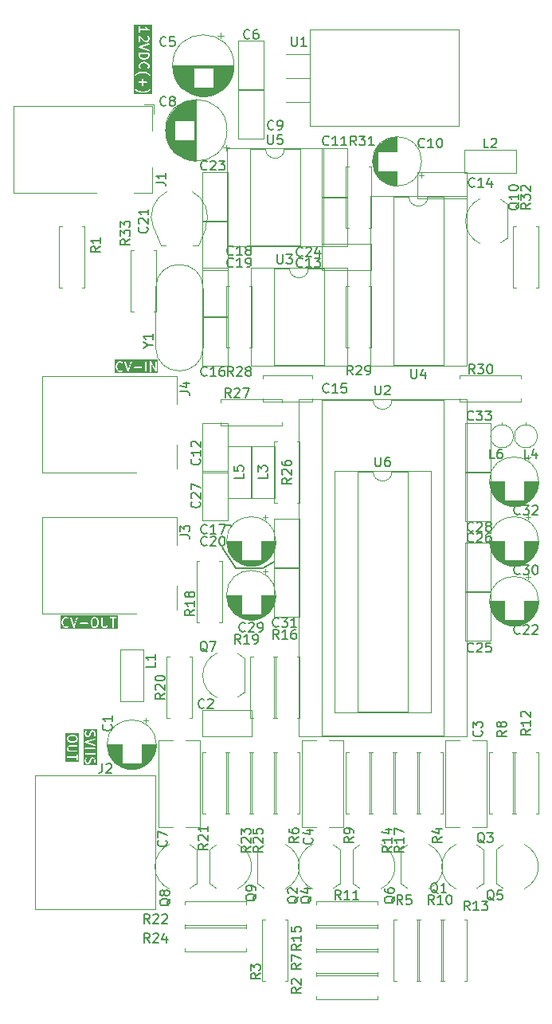
<source format=gto>
%TF.GenerationSoftware,KiCad,Pcbnew,7.0.6*%
%TF.CreationDate,2024-09-28T11:05:18+02:00*%
%TF.ProjectId,Analog-Video-Comb-Filter,416e616c-6f67-42d5-9669-64656f2d436f,rev?*%
%TF.SameCoordinates,PX71d9820PY9157080*%
%TF.FileFunction,Legend,Top*%
%TF.FilePolarity,Positive*%
%FSLAX46Y46*%
G04 Gerber Fmt 4.6, Leading zero omitted, Abs format (unit mm)*
G04 Created by KiCad (PCBNEW 7.0.6) date 2024-09-28 11:05:18*
%MOMM*%
%LPD*%
G01*
G04 APERTURE LIST*
%ADD10C,0.150000*%
%ADD11C,0.120000*%
G04 APERTURE END LIST*
D10*
X20574000Y51562000D02*
X20828000Y51435000D01*
X24130000Y46990000D02*
X25273000Y47625000D01*
X20066000Y51562000D02*
X20574000Y51562000D01*
X19812000Y49149000D02*
X21209000Y46990000D01*
X21209000Y46990000D02*
X24130000Y46990000D01*
G36*
X4173979Y29062754D02*
G01*
X4245922Y28990811D01*
X4280180Y28922295D01*
X4280180Y28767230D01*
X4245921Y28698713D01*
X4173979Y28626771D01*
X4012613Y28586429D01*
X3697748Y28586429D01*
X3536381Y28626771D01*
X3464438Y28698714D01*
X3430180Y28767231D01*
X3430180Y28922294D01*
X3464438Y28990811D01*
X3536381Y29062754D01*
X3697748Y29103095D01*
X4012613Y29103095D01*
X4173979Y29062754D01*
G37*
G36*
X4573037Y26389949D02*
G01*
X3137323Y26389949D01*
X3137323Y26905405D01*
X3281319Y26905405D01*
X3290228Y26854881D01*
X3329528Y26821904D01*
X3355180Y26817381D01*
X4280180Y26817381D01*
X4280180Y26606667D01*
X4297727Y26558458D01*
X4342156Y26532806D01*
X4392680Y26541715D01*
X4425657Y26581015D01*
X4430180Y26606667D01*
X4430180Y27178095D01*
X4412633Y27226304D01*
X4368204Y27251956D01*
X4317680Y27243047D01*
X4284703Y27203747D01*
X4280180Y27178095D01*
X4280180Y26967381D01*
X3355180Y26967381D01*
X3306971Y26949834D01*
X3281319Y26905405D01*
X3137323Y26905405D01*
X3137323Y27701905D01*
X3280180Y27701905D01*
X3281713Y27697692D01*
X3280672Y27693330D01*
X3288098Y27668363D01*
X3335718Y27573125D01*
X3336909Y27571998D01*
X3349767Y27553634D01*
X3397386Y27506015D01*
X3398867Y27505324D01*
X3416878Y27491966D01*
X3512116Y27444347D01*
X3516569Y27443835D01*
X3520005Y27440952D01*
X3545657Y27436429D01*
X4355180Y27436429D01*
X4403389Y27453976D01*
X4429041Y27498405D01*
X4420132Y27548929D01*
X4380832Y27581906D01*
X4355180Y27586429D01*
X3563362Y27586429D01*
X3494846Y27620687D01*
X3464438Y27651095D01*
X3430180Y27719612D01*
X3430180Y27874675D01*
X3464438Y27943192D01*
X3494846Y27973600D01*
X3563362Y28007857D01*
X4355180Y28007857D01*
X4403389Y28025404D01*
X4429041Y28069833D01*
X4420132Y28120357D01*
X4380832Y28153334D01*
X4355180Y28157857D01*
X3545657Y28157857D01*
X3541443Y28156324D01*
X3537082Y28157365D01*
X3512116Y28149939D01*
X3416878Y28102320D01*
X3415752Y28101131D01*
X3397386Y28088271D01*
X3349767Y28040652D01*
X3349075Y28039170D01*
X3335718Y28021161D01*
X3288098Y27925923D01*
X3287585Y27921469D01*
X3284703Y27918033D01*
X3280180Y27892381D01*
X3280180Y27701905D01*
X3137323Y27701905D01*
X3137323Y28749524D01*
X3280180Y28749524D01*
X3281713Y28745311D01*
X3280672Y28740949D01*
X3288098Y28715982D01*
X3335718Y28620744D01*
X3336909Y28619617D01*
X3349767Y28601253D01*
X3445005Y28506015D01*
X3451712Y28502888D01*
X3456059Y28496897D01*
X3479848Y28486287D01*
X3670324Y28438668D01*
X3673772Y28439029D01*
X3688514Y28436429D01*
X4021847Y28436429D01*
X4025104Y28437615D01*
X4040037Y28438668D01*
X4230513Y28486287D01*
X4236646Y28490430D01*
X4244019Y28491075D01*
X4265356Y28506015D01*
X4360594Y28601253D01*
X4361284Y28602735D01*
X4374643Y28620745D01*
X4422262Y28715983D01*
X4422774Y28720437D01*
X4425657Y28723872D01*
X4430180Y28749524D01*
X4430180Y28940000D01*
X4428646Y28944214D01*
X4429688Y28948575D01*
X4422262Y28973541D01*
X4374643Y29068779D01*
X4373456Y29069903D01*
X4360594Y29088271D01*
X4265356Y29183509D01*
X4258648Y29186637D01*
X4254302Y29192627D01*
X4230513Y29203237D01*
X4040037Y29250856D01*
X4036588Y29250496D01*
X4021847Y29253095D01*
X3688514Y29253095D01*
X3685256Y29251910D01*
X3670324Y29250856D01*
X3479848Y29203237D01*
X3473715Y29199096D01*
X3466342Y29198450D01*
X3445005Y29183509D01*
X3349767Y29088271D01*
X3349075Y29086789D01*
X3335718Y29068780D01*
X3288098Y28973542D01*
X3287585Y28969088D01*
X3284703Y28965652D01*
X3280180Y28940000D01*
X3280180Y28749524D01*
X3137323Y28749524D01*
X3137323Y29395952D01*
X4573037Y29395952D01*
X4573037Y26389949D01*
G37*
X23822819Y3897334D02*
X23346628Y3564001D01*
X23822819Y3325906D02*
X22822819Y3325906D01*
X22822819Y3325906D02*
X22822819Y3706858D01*
X22822819Y3706858D02*
X22870438Y3802096D01*
X22870438Y3802096D02*
X22918057Y3849715D01*
X22918057Y3849715D02*
X23013295Y3897334D01*
X23013295Y3897334D02*
X23156152Y3897334D01*
X23156152Y3897334D02*
X23251390Y3849715D01*
X23251390Y3849715D02*
X23299009Y3802096D01*
X23299009Y3802096D02*
X23346628Y3706858D01*
X23346628Y3706858D02*
X23346628Y3325906D01*
X22822819Y4230668D02*
X22822819Y4849715D01*
X22822819Y4849715D02*
X23203771Y4516382D01*
X23203771Y4516382D02*
X23203771Y4659239D01*
X23203771Y4659239D02*
X23251390Y4754477D01*
X23251390Y4754477D02*
X23299009Y4802096D01*
X23299009Y4802096D02*
X23394247Y4849715D01*
X23394247Y4849715D02*
X23632342Y4849715D01*
X23632342Y4849715D02*
X23727580Y4802096D01*
X23727580Y4802096D02*
X23775200Y4754477D01*
X23775200Y4754477D02*
X23822819Y4659239D01*
X23822819Y4659239D02*
X23822819Y4373525D01*
X23822819Y4373525D02*
X23775200Y4278287D01*
X23775200Y4278287D02*
X23727580Y4230668D01*
X13821580Y18001334D02*
X13869200Y17953715D01*
X13869200Y17953715D02*
X13916819Y17810858D01*
X13916819Y17810858D02*
X13916819Y17715620D01*
X13916819Y17715620D02*
X13869200Y17572763D01*
X13869200Y17572763D02*
X13773961Y17477525D01*
X13773961Y17477525D02*
X13678723Y17429906D01*
X13678723Y17429906D02*
X13488247Y17382287D01*
X13488247Y17382287D02*
X13345390Y17382287D01*
X13345390Y17382287D02*
X13154914Y17429906D01*
X13154914Y17429906D02*
X13059676Y17477525D01*
X13059676Y17477525D02*
X12964438Y17572763D01*
X12964438Y17572763D02*
X12916819Y17715620D01*
X12916819Y17715620D02*
X12916819Y17810858D01*
X12916819Y17810858D02*
X12964438Y17953715D01*
X12964438Y17953715D02*
X13012057Y18001334D01*
X12916819Y18334668D02*
X12916819Y19001334D01*
X12916819Y19001334D02*
X13916819Y18572763D01*
X36068095Y58755181D02*
X36068095Y57945658D01*
X36068095Y57945658D02*
X36115714Y57850420D01*
X36115714Y57850420D02*
X36163333Y57802800D01*
X36163333Y57802800D02*
X36258571Y57755181D01*
X36258571Y57755181D02*
X36449047Y57755181D01*
X36449047Y57755181D02*
X36544285Y57802800D01*
X36544285Y57802800D02*
X36591904Y57850420D01*
X36591904Y57850420D02*
X36639523Y57945658D01*
X36639523Y57945658D02*
X36639523Y58755181D01*
X37544285Y58755181D02*
X37353809Y58755181D01*
X37353809Y58755181D02*
X37258571Y58707562D01*
X37258571Y58707562D02*
X37210952Y58659943D01*
X37210952Y58659943D02*
X37115714Y58517086D01*
X37115714Y58517086D02*
X37068095Y58326610D01*
X37068095Y58326610D02*
X37068095Y57945658D01*
X37068095Y57945658D02*
X37115714Y57850420D01*
X37115714Y57850420D02*
X37163333Y57802800D01*
X37163333Y57802800D02*
X37258571Y57755181D01*
X37258571Y57755181D02*
X37449047Y57755181D01*
X37449047Y57755181D02*
X37544285Y57802800D01*
X37544285Y57802800D02*
X37591904Y57850420D01*
X37591904Y57850420D02*
X37639523Y57945658D01*
X37639523Y57945658D02*
X37639523Y58183753D01*
X37639523Y58183753D02*
X37591904Y58278991D01*
X37591904Y58278991D02*
X37544285Y58326610D01*
X37544285Y58326610D02*
X37449047Y58374229D01*
X37449047Y58374229D02*
X37258571Y58374229D01*
X37258571Y58374229D02*
X37163333Y58326610D01*
X37163333Y58326610D02*
X37115714Y58278991D01*
X37115714Y58278991D02*
X37068095Y58183753D01*
X39878095Y68109181D02*
X39878095Y67299658D01*
X39878095Y67299658D02*
X39925714Y67204420D01*
X39925714Y67204420D02*
X39973333Y67156800D01*
X39973333Y67156800D02*
X40068571Y67109181D01*
X40068571Y67109181D02*
X40259047Y67109181D01*
X40259047Y67109181D02*
X40354285Y67156800D01*
X40354285Y67156800D02*
X40401904Y67204420D01*
X40401904Y67204420D02*
X40449523Y67299658D01*
X40449523Y67299658D02*
X40449523Y68109181D01*
X41354285Y67775848D02*
X41354285Y67109181D01*
X41116190Y68156800D02*
X40878095Y67442515D01*
X40878095Y67442515D02*
X41497142Y67442515D01*
X12057142Y7165181D02*
X11723809Y7641372D01*
X11485714Y7165181D02*
X11485714Y8165181D01*
X11485714Y8165181D02*
X11866666Y8165181D01*
X11866666Y8165181D02*
X11961904Y8117562D01*
X11961904Y8117562D02*
X12009523Y8069943D01*
X12009523Y8069943D02*
X12057142Y7974705D01*
X12057142Y7974705D02*
X12057142Y7831848D01*
X12057142Y7831848D02*
X12009523Y7736610D01*
X12009523Y7736610D02*
X11961904Y7688991D01*
X11961904Y7688991D02*
X11866666Y7641372D01*
X11866666Y7641372D02*
X11485714Y7641372D01*
X12438095Y8069943D02*
X12485714Y8117562D01*
X12485714Y8117562D02*
X12580952Y8165181D01*
X12580952Y8165181D02*
X12819047Y8165181D01*
X12819047Y8165181D02*
X12914285Y8117562D01*
X12914285Y8117562D02*
X12961904Y8069943D01*
X12961904Y8069943D02*
X13009523Y7974705D01*
X13009523Y7974705D02*
X13009523Y7879467D01*
X13009523Y7879467D02*
X12961904Y7736610D01*
X12961904Y7736610D02*
X12390476Y7165181D01*
X12390476Y7165181D02*
X13009523Y7165181D01*
X13866666Y7831848D02*
X13866666Y7165181D01*
X13628571Y8212800D02*
X13390476Y7498515D01*
X13390476Y7498515D02*
X14009523Y7498515D01*
X12646819Y36917334D02*
X12646819Y36441144D01*
X12646819Y36441144D02*
X11646819Y36441144D01*
X12646819Y37774477D02*
X12646819Y37203049D01*
X12646819Y37488763D02*
X11646819Y37488763D01*
X11646819Y37488763D02*
X11789676Y37393525D01*
X11789676Y37393525D02*
X11884914Y37298287D01*
X11884914Y37298287D02*
X11932533Y37203049D01*
X18234819Y17645143D02*
X17758628Y17311810D01*
X18234819Y17073715D02*
X17234819Y17073715D01*
X17234819Y17073715D02*
X17234819Y17454667D01*
X17234819Y17454667D02*
X17282438Y17549905D01*
X17282438Y17549905D02*
X17330057Y17597524D01*
X17330057Y17597524D02*
X17425295Y17645143D01*
X17425295Y17645143D02*
X17568152Y17645143D01*
X17568152Y17645143D02*
X17663390Y17597524D01*
X17663390Y17597524D02*
X17711009Y17549905D01*
X17711009Y17549905D02*
X17758628Y17454667D01*
X17758628Y17454667D02*
X17758628Y17073715D01*
X17330057Y18026096D02*
X17282438Y18073715D01*
X17282438Y18073715D02*
X17234819Y18168953D01*
X17234819Y18168953D02*
X17234819Y18407048D01*
X17234819Y18407048D02*
X17282438Y18502286D01*
X17282438Y18502286D02*
X17330057Y18549905D01*
X17330057Y18549905D02*
X17425295Y18597524D01*
X17425295Y18597524D02*
X17520533Y18597524D01*
X17520533Y18597524D02*
X17663390Y18549905D01*
X17663390Y18549905D02*
X18234819Y17978477D01*
X18234819Y17978477D02*
X18234819Y18597524D01*
X18234819Y19549905D02*
X18234819Y18978477D01*
X18234819Y19264191D02*
X17234819Y19264191D01*
X17234819Y19264191D02*
X17377676Y19168953D01*
X17377676Y19168953D02*
X17472914Y19073715D01*
X17472914Y19073715D02*
X17520533Y18978477D01*
X27886819Y18375334D02*
X27410628Y18042001D01*
X27886819Y17803906D02*
X26886819Y17803906D01*
X26886819Y17803906D02*
X26886819Y18184858D01*
X26886819Y18184858D02*
X26934438Y18280096D01*
X26934438Y18280096D02*
X26982057Y18327715D01*
X26982057Y18327715D02*
X27077295Y18375334D01*
X27077295Y18375334D02*
X27220152Y18375334D01*
X27220152Y18375334D02*
X27315390Y18327715D01*
X27315390Y18327715D02*
X27363009Y18280096D01*
X27363009Y18280096D02*
X27410628Y18184858D01*
X27410628Y18184858D02*
X27410628Y17803906D01*
X26886819Y19232477D02*
X26886819Y19042001D01*
X26886819Y19042001D02*
X26934438Y18946763D01*
X26934438Y18946763D02*
X26982057Y18899144D01*
X26982057Y18899144D02*
X27124914Y18803906D01*
X27124914Y18803906D02*
X27315390Y18756287D01*
X27315390Y18756287D02*
X27696342Y18756287D01*
X27696342Y18756287D02*
X27791580Y18803906D01*
X27791580Y18803906D02*
X27839200Y18851525D01*
X27839200Y18851525D02*
X27886819Y18946763D01*
X27886819Y18946763D02*
X27886819Y19137239D01*
X27886819Y19137239D02*
X27839200Y19232477D01*
X27839200Y19232477D02*
X27791580Y19280096D01*
X27791580Y19280096D02*
X27696342Y19327715D01*
X27696342Y19327715D02*
X27458247Y19327715D01*
X27458247Y19327715D02*
X27363009Y19280096D01*
X27363009Y19280096D02*
X27315390Y19232477D01*
X27315390Y19232477D02*
X27267771Y19137239D01*
X27267771Y19137239D02*
X27267771Y18946763D01*
X27267771Y18946763D02*
X27315390Y18851525D01*
X27315390Y18851525D02*
X27363009Y18803906D01*
X27363009Y18803906D02*
X27458247Y18756287D01*
X31107142Y91969420D02*
X31059523Y91921800D01*
X31059523Y91921800D02*
X30916666Y91874181D01*
X30916666Y91874181D02*
X30821428Y91874181D01*
X30821428Y91874181D02*
X30678571Y91921800D01*
X30678571Y91921800D02*
X30583333Y92017039D01*
X30583333Y92017039D02*
X30535714Y92112277D01*
X30535714Y92112277D02*
X30488095Y92302753D01*
X30488095Y92302753D02*
X30488095Y92445610D01*
X30488095Y92445610D02*
X30535714Y92636086D01*
X30535714Y92636086D02*
X30583333Y92731324D01*
X30583333Y92731324D02*
X30678571Y92826562D01*
X30678571Y92826562D02*
X30821428Y92874181D01*
X30821428Y92874181D02*
X30916666Y92874181D01*
X30916666Y92874181D02*
X31059523Y92826562D01*
X31059523Y92826562D02*
X31107142Y92778943D01*
X32059523Y91874181D02*
X31488095Y91874181D01*
X31773809Y91874181D02*
X31773809Y92874181D01*
X31773809Y92874181D02*
X31678571Y92731324D01*
X31678571Y92731324D02*
X31583333Y92636086D01*
X31583333Y92636086D02*
X31488095Y92588467D01*
X33011904Y91874181D02*
X32440476Y91874181D01*
X32726190Y91874181D02*
X32726190Y92874181D01*
X32726190Y92874181D02*
X32630952Y92731324D01*
X32630952Y92731324D02*
X32535714Y92636086D01*
X32535714Y92636086D02*
X32440476Y92588467D01*
X6804819Y81113334D02*
X6328628Y80780001D01*
X6804819Y80541906D02*
X5804819Y80541906D01*
X5804819Y80541906D02*
X5804819Y80922858D01*
X5804819Y80922858D02*
X5852438Y81018096D01*
X5852438Y81018096D02*
X5900057Y81065715D01*
X5900057Y81065715D02*
X5995295Y81113334D01*
X5995295Y81113334D02*
X6138152Y81113334D01*
X6138152Y81113334D02*
X6233390Y81065715D01*
X6233390Y81065715D02*
X6281009Y81018096D01*
X6281009Y81018096D02*
X6328628Y80922858D01*
X6328628Y80922858D02*
X6328628Y80541906D01*
X6804819Y82065715D02*
X6804819Y81494287D01*
X6804819Y81780001D02*
X5804819Y81780001D01*
X5804819Y81780001D02*
X5947676Y81684763D01*
X5947676Y81684763D02*
X6042914Y81589525D01*
X6042914Y81589525D02*
X6090533Y81494287D01*
X38949333Y11229181D02*
X38616000Y11705372D01*
X38377905Y11229181D02*
X38377905Y12229181D01*
X38377905Y12229181D02*
X38758857Y12229181D01*
X38758857Y12229181D02*
X38854095Y12181562D01*
X38854095Y12181562D02*
X38901714Y12133943D01*
X38901714Y12133943D02*
X38949333Y12038705D01*
X38949333Y12038705D02*
X38949333Y11895848D01*
X38949333Y11895848D02*
X38901714Y11800610D01*
X38901714Y11800610D02*
X38854095Y11752991D01*
X38854095Y11752991D02*
X38758857Y11705372D01*
X38758857Y11705372D02*
X38377905Y11705372D01*
X39854095Y12229181D02*
X39377905Y12229181D01*
X39377905Y12229181D02*
X39330286Y11752991D01*
X39330286Y11752991D02*
X39377905Y11800610D01*
X39377905Y11800610D02*
X39473143Y11848229D01*
X39473143Y11848229D02*
X39711238Y11848229D01*
X39711238Y11848229D02*
X39806476Y11800610D01*
X39806476Y11800610D02*
X39854095Y11752991D01*
X39854095Y11752991D02*
X39901714Y11657753D01*
X39901714Y11657753D02*
X39901714Y11419658D01*
X39901714Y11419658D02*
X39854095Y11324420D01*
X39854095Y11324420D02*
X39806476Y11276800D01*
X39806476Y11276800D02*
X39711238Y11229181D01*
X39711238Y11229181D02*
X39473143Y11229181D01*
X39473143Y11229181D02*
X39377905Y11276800D01*
X39377905Y11276800D02*
X39330286Y11324420D01*
X21709142Y38915181D02*
X21375809Y39391372D01*
X21137714Y38915181D02*
X21137714Y39915181D01*
X21137714Y39915181D02*
X21518666Y39915181D01*
X21518666Y39915181D02*
X21613904Y39867562D01*
X21613904Y39867562D02*
X21661523Y39819943D01*
X21661523Y39819943D02*
X21709142Y39724705D01*
X21709142Y39724705D02*
X21709142Y39581848D01*
X21709142Y39581848D02*
X21661523Y39486610D01*
X21661523Y39486610D02*
X21613904Y39438991D01*
X21613904Y39438991D02*
X21518666Y39391372D01*
X21518666Y39391372D02*
X21137714Y39391372D01*
X22661523Y38915181D02*
X22090095Y38915181D01*
X22375809Y38915181D02*
X22375809Y39915181D01*
X22375809Y39915181D02*
X22280571Y39772324D01*
X22280571Y39772324D02*
X22185333Y39677086D01*
X22185333Y39677086D02*
X22090095Y39629467D01*
X23137714Y38915181D02*
X23328190Y38915181D01*
X23328190Y38915181D02*
X23423428Y38962800D01*
X23423428Y38962800D02*
X23471047Y39010420D01*
X23471047Y39010420D02*
X23566285Y39153277D01*
X23566285Y39153277D02*
X23613904Y39343753D01*
X23613904Y39343753D02*
X23613904Y39724705D01*
X23613904Y39724705D02*
X23566285Y39819943D01*
X23566285Y39819943D02*
X23518666Y39867562D01*
X23518666Y39867562D02*
X23423428Y39915181D01*
X23423428Y39915181D02*
X23232952Y39915181D01*
X23232952Y39915181D02*
X23137714Y39867562D01*
X23137714Y39867562D02*
X23090095Y39819943D01*
X23090095Y39819943D02*
X23042476Y39724705D01*
X23042476Y39724705D02*
X23042476Y39486610D01*
X23042476Y39486610D02*
X23090095Y39391372D01*
X23090095Y39391372D02*
X23137714Y39343753D01*
X23137714Y39343753D02*
X23232952Y39296134D01*
X23232952Y39296134D02*
X23423428Y39296134D01*
X23423428Y39296134D02*
X23518666Y39343753D01*
X23518666Y39343753D02*
X23566285Y39391372D01*
X23566285Y39391372D02*
X23613904Y39486610D01*
X36068095Y66375181D02*
X36068095Y65565658D01*
X36068095Y65565658D02*
X36115714Y65470420D01*
X36115714Y65470420D02*
X36163333Y65422800D01*
X36163333Y65422800D02*
X36258571Y65375181D01*
X36258571Y65375181D02*
X36449047Y65375181D01*
X36449047Y65375181D02*
X36544285Y65422800D01*
X36544285Y65422800D02*
X36591904Y65470420D01*
X36591904Y65470420D02*
X36639523Y65565658D01*
X36639523Y65565658D02*
X36639523Y66375181D01*
X37068095Y66279943D02*
X37115714Y66327562D01*
X37115714Y66327562D02*
X37210952Y66375181D01*
X37210952Y66375181D02*
X37449047Y66375181D01*
X37449047Y66375181D02*
X37544285Y66327562D01*
X37544285Y66327562D02*
X37591904Y66279943D01*
X37591904Y66279943D02*
X37639523Y66184705D01*
X37639523Y66184705D02*
X37639523Y66089467D01*
X37639523Y66089467D02*
X37591904Y65946610D01*
X37591904Y65946610D02*
X37020476Y65375181D01*
X37020476Y65375181D02*
X37639523Y65375181D01*
X25233333Y93620420D02*
X25185714Y93572800D01*
X25185714Y93572800D02*
X25042857Y93525181D01*
X25042857Y93525181D02*
X24947619Y93525181D01*
X24947619Y93525181D02*
X24804762Y93572800D01*
X24804762Y93572800D02*
X24709524Y93668039D01*
X24709524Y93668039D02*
X24661905Y93763277D01*
X24661905Y93763277D02*
X24614286Y93953753D01*
X24614286Y93953753D02*
X24614286Y94096610D01*
X24614286Y94096610D02*
X24661905Y94287086D01*
X24661905Y94287086D02*
X24709524Y94382324D01*
X24709524Y94382324D02*
X24804762Y94477562D01*
X24804762Y94477562D02*
X24947619Y94525181D01*
X24947619Y94525181D02*
X25042857Y94525181D01*
X25042857Y94525181D02*
X25185714Y94477562D01*
X25185714Y94477562D02*
X25233333Y94429943D01*
X25709524Y93525181D02*
X25900000Y93525181D01*
X25900000Y93525181D02*
X25995238Y93572800D01*
X25995238Y93572800D02*
X26042857Y93620420D01*
X26042857Y93620420D02*
X26138095Y93763277D01*
X26138095Y93763277D02*
X26185714Y93953753D01*
X26185714Y93953753D02*
X26185714Y94334705D01*
X26185714Y94334705D02*
X26138095Y94429943D01*
X26138095Y94429943D02*
X26090476Y94477562D01*
X26090476Y94477562D02*
X25995238Y94525181D01*
X25995238Y94525181D02*
X25804762Y94525181D01*
X25804762Y94525181D02*
X25709524Y94477562D01*
X25709524Y94477562D02*
X25661905Y94429943D01*
X25661905Y94429943D02*
X25614286Y94334705D01*
X25614286Y94334705D02*
X25614286Y94096610D01*
X25614286Y94096610D02*
X25661905Y94001372D01*
X25661905Y94001372D02*
X25709524Y93953753D01*
X25709524Y93953753D02*
X25804762Y93906134D01*
X25804762Y93906134D02*
X25995238Y93906134D01*
X25995238Y93906134D02*
X26090476Y93953753D01*
X26090476Y93953753D02*
X26138095Y94001372D01*
X26138095Y94001372D02*
X26185714Y94096610D01*
X28313142Y80158420D02*
X28265523Y80110800D01*
X28265523Y80110800D02*
X28122666Y80063181D01*
X28122666Y80063181D02*
X28027428Y80063181D01*
X28027428Y80063181D02*
X27884571Y80110800D01*
X27884571Y80110800D02*
X27789333Y80206039D01*
X27789333Y80206039D02*
X27741714Y80301277D01*
X27741714Y80301277D02*
X27694095Y80491753D01*
X27694095Y80491753D02*
X27694095Y80634610D01*
X27694095Y80634610D02*
X27741714Y80825086D01*
X27741714Y80825086D02*
X27789333Y80920324D01*
X27789333Y80920324D02*
X27884571Y81015562D01*
X27884571Y81015562D02*
X28027428Y81063181D01*
X28027428Y81063181D02*
X28122666Y81063181D01*
X28122666Y81063181D02*
X28265523Y81015562D01*
X28265523Y81015562D02*
X28313142Y80967943D01*
X28694095Y80967943D02*
X28741714Y81015562D01*
X28741714Y81015562D02*
X28836952Y81063181D01*
X28836952Y81063181D02*
X29075047Y81063181D01*
X29075047Y81063181D02*
X29170285Y81015562D01*
X29170285Y81015562D02*
X29217904Y80967943D01*
X29217904Y80967943D02*
X29265523Y80872705D01*
X29265523Y80872705D02*
X29265523Y80777467D01*
X29265523Y80777467D02*
X29217904Y80634610D01*
X29217904Y80634610D02*
X28646476Y80063181D01*
X28646476Y80063181D02*
X29265523Y80063181D01*
X30122666Y80729848D02*
X30122666Y80063181D01*
X29884571Y81110800D02*
X29646476Y80396515D01*
X29646476Y80396515D02*
X30265523Y80396515D01*
X13803333Y102510420D02*
X13755714Y102462800D01*
X13755714Y102462800D02*
X13612857Y102415181D01*
X13612857Y102415181D02*
X13517619Y102415181D01*
X13517619Y102415181D02*
X13374762Y102462800D01*
X13374762Y102462800D02*
X13279524Y102558039D01*
X13279524Y102558039D02*
X13231905Y102653277D01*
X13231905Y102653277D02*
X13184286Y102843753D01*
X13184286Y102843753D02*
X13184286Y102986610D01*
X13184286Y102986610D02*
X13231905Y103177086D01*
X13231905Y103177086D02*
X13279524Y103272324D01*
X13279524Y103272324D02*
X13374762Y103367562D01*
X13374762Y103367562D02*
X13517619Y103415181D01*
X13517619Y103415181D02*
X13612857Y103415181D01*
X13612857Y103415181D02*
X13755714Y103367562D01*
X13755714Y103367562D02*
X13803333Y103319943D01*
X14708095Y103415181D02*
X14231905Y103415181D01*
X14231905Y103415181D02*
X14184286Y102938991D01*
X14184286Y102938991D02*
X14231905Y102986610D01*
X14231905Y102986610D02*
X14327143Y103034229D01*
X14327143Y103034229D02*
X14565238Y103034229D01*
X14565238Y103034229D02*
X14660476Y102986610D01*
X14660476Y102986610D02*
X14708095Y102938991D01*
X14708095Y102938991D02*
X14755714Y102843753D01*
X14755714Y102843753D02*
X14755714Y102605658D01*
X14755714Y102605658D02*
X14708095Y102510420D01*
X14708095Y102510420D02*
X14660476Y102462800D01*
X14660476Y102462800D02*
X14565238Y102415181D01*
X14565238Y102415181D02*
X14327143Y102415181D01*
X14327143Y102415181D02*
X14231905Y102462800D01*
X14231905Y102462800D02*
X14184286Y102510420D01*
X18153142Y67458420D02*
X18105523Y67410800D01*
X18105523Y67410800D02*
X17962666Y67363181D01*
X17962666Y67363181D02*
X17867428Y67363181D01*
X17867428Y67363181D02*
X17724571Y67410800D01*
X17724571Y67410800D02*
X17629333Y67506039D01*
X17629333Y67506039D02*
X17581714Y67601277D01*
X17581714Y67601277D02*
X17534095Y67791753D01*
X17534095Y67791753D02*
X17534095Y67934610D01*
X17534095Y67934610D02*
X17581714Y68125086D01*
X17581714Y68125086D02*
X17629333Y68220324D01*
X17629333Y68220324D02*
X17724571Y68315562D01*
X17724571Y68315562D02*
X17867428Y68363181D01*
X17867428Y68363181D02*
X17962666Y68363181D01*
X17962666Y68363181D02*
X18105523Y68315562D01*
X18105523Y68315562D02*
X18153142Y68267943D01*
X19105523Y67363181D02*
X18534095Y67363181D01*
X18819809Y67363181D02*
X18819809Y68363181D01*
X18819809Y68363181D02*
X18724571Y68220324D01*
X18724571Y68220324D02*
X18629333Y68125086D01*
X18629333Y68125086D02*
X18534095Y68077467D01*
X19962666Y68363181D02*
X19772190Y68363181D01*
X19772190Y68363181D02*
X19676952Y68315562D01*
X19676952Y68315562D02*
X19629333Y68267943D01*
X19629333Y68267943D02*
X19534095Y68125086D01*
X19534095Y68125086D02*
X19486476Y67934610D01*
X19486476Y67934610D02*
X19486476Y67553658D01*
X19486476Y67553658D02*
X19534095Y67458420D01*
X19534095Y67458420D02*
X19581714Y67410800D01*
X19581714Y67410800D02*
X19676952Y67363181D01*
X19676952Y67363181D02*
X19867428Y67363181D01*
X19867428Y67363181D02*
X19962666Y67410800D01*
X19962666Y67410800D02*
X20010285Y67458420D01*
X20010285Y67458420D02*
X20057904Y67553658D01*
X20057904Y67553658D02*
X20057904Y67791753D01*
X20057904Y67791753D02*
X20010285Y67886991D01*
X20010285Y67886991D02*
X19962666Y67934610D01*
X19962666Y67934610D02*
X19867428Y67982229D01*
X19867428Y67982229D02*
X19676952Y67982229D01*
X19676952Y67982229D02*
X19581714Y67934610D01*
X19581714Y67934610D02*
X19534095Y67886991D01*
X19534095Y67886991D02*
X19486476Y67791753D01*
X43126819Y18375334D02*
X42650628Y18042001D01*
X43126819Y17803906D02*
X42126819Y17803906D01*
X42126819Y17803906D02*
X42126819Y18184858D01*
X42126819Y18184858D02*
X42174438Y18280096D01*
X42174438Y18280096D02*
X42222057Y18327715D01*
X42222057Y18327715D02*
X42317295Y18375334D01*
X42317295Y18375334D02*
X42460152Y18375334D01*
X42460152Y18375334D02*
X42555390Y18327715D01*
X42555390Y18327715D02*
X42603009Y18280096D01*
X42603009Y18280096D02*
X42650628Y18184858D01*
X42650628Y18184858D02*
X42650628Y17803906D01*
X42460152Y19232477D02*
X43126819Y19232477D01*
X42079200Y18994382D02*
X42793485Y18756287D01*
X42793485Y18756287D02*
X42793485Y19375334D01*
X13662819Y33647143D02*
X13186628Y33313810D01*
X13662819Y33075715D02*
X12662819Y33075715D01*
X12662819Y33075715D02*
X12662819Y33456667D01*
X12662819Y33456667D02*
X12710438Y33551905D01*
X12710438Y33551905D02*
X12758057Y33599524D01*
X12758057Y33599524D02*
X12853295Y33647143D01*
X12853295Y33647143D02*
X12996152Y33647143D01*
X12996152Y33647143D02*
X13091390Y33599524D01*
X13091390Y33599524D02*
X13139009Y33551905D01*
X13139009Y33551905D02*
X13186628Y33456667D01*
X13186628Y33456667D02*
X13186628Y33075715D01*
X12758057Y34028096D02*
X12710438Y34075715D01*
X12710438Y34075715D02*
X12662819Y34170953D01*
X12662819Y34170953D02*
X12662819Y34409048D01*
X12662819Y34409048D02*
X12710438Y34504286D01*
X12710438Y34504286D02*
X12758057Y34551905D01*
X12758057Y34551905D02*
X12853295Y34599524D01*
X12853295Y34599524D02*
X12948533Y34599524D01*
X12948533Y34599524D02*
X13091390Y34551905D01*
X13091390Y34551905D02*
X13662819Y33980477D01*
X13662819Y33980477D02*
X13662819Y34599524D01*
X12662819Y35218572D02*
X12662819Y35313810D01*
X12662819Y35313810D02*
X12710438Y35409048D01*
X12710438Y35409048D02*
X12758057Y35456667D01*
X12758057Y35456667D02*
X12853295Y35504286D01*
X12853295Y35504286D02*
X13043771Y35551905D01*
X13043771Y35551905D02*
X13281866Y35551905D01*
X13281866Y35551905D02*
X13472342Y35504286D01*
X13472342Y35504286D02*
X13567580Y35456667D01*
X13567580Y35456667D02*
X13615200Y35409048D01*
X13615200Y35409048D02*
X13662819Y35313810D01*
X13662819Y35313810D02*
X13662819Y35218572D01*
X13662819Y35218572D02*
X13615200Y35123334D01*
X13615200Y35123334D02*
X13567580Y35075715D01*
X13567580Y35075715D02*
X13472342Y35028096D01*
X13472342Y35028096D02*
X13281866Y34980477D01*
X13281866Y34980477D02*
X13043771Y34980477D01*
X13043771Y34980477D02*
X12853295Y35028096D01*
X12853295Y35028096D02*
X12758057Y35075715D01*
X12758057Y35075715D02*
X12710438Y35123334D01*
X12710438Y35123334D02*
X12662819Y35218572D01*
X48728333Y58600181D02*
X48252143Y58600181D01*
X48252143Y58600181D02*
X48252143Y59600181D01*
X49490238Y59600181D02*
X49299762Y59600181D01*
X49299762Y59600181D02*
X49204524Y59552562D01*
X49204524Y59552562D02*
X49156905Y59504943D01*
X49156905Y59504943D02*
X49061667Y59362086D01*
X49061667Y59362086D02*
X49014048Y59171610D01*
X49014048Y59171610D02*
X49014048Y58790658D01*
X49014048Y58790658D02*
X49061667Y58695420D01*
X49061667Y58695420D02*
X49109286Y58647800D01*
X49109286Y58647800D02*
X49204524Y58600181D01*
X49204524Y58600181D02*
X49395000Y58600181D01*
X49395000Y58600181D02*
X49490238Y58647800D01*
X49490238Y58647800D02*
X49537857Y58695420D01*
X49537857Y58695420D02*
X49585476Y58790658D01*
X49585476Y58790658D02*
X49585476Y59028753D01*
X49585476Y59028753D02*
X49537857Y59123991D01*
X49537857Y59123991D02*
X49490238Y59171610D01*
X49490238Y59171610D02*
X49395000Y59219229D01*
X49395000Y59219229D02*
X49204524Y59219229D01*
X49204524Y59219229D02*
X49109286Y59171610D01*
X49109286Y59171610D02*
X49061667Y59123991D01*
X49061667Y59123991D02*
X49014048Y59028753D01*
X12789819Y87931667D02*
X13504104Y87931667D01*
X13504104Y87931667D02*
X13646961Y87884048D01*
X13646961Y87884048D02*
X13742200Y87788810D01*
X13742200Y87788810D02*
X13789819Y87645953D01*
X13789819Y87645953D02*
X13789819Y87550715D01*
X13789819Y88931667D02*
X13789819Y88360239D01*
X13789819Y88645953D02*
X12789819Y88645953D01*
X12789819Y88645953D02*
X12932676Y88550715D01*
X12932676Y88550715D02*
X13027914Y88455477D01*
X13027914Y88455477D02*
X13075533Y88360239D01*
G36*
X11900180Y101405743D02*
G01*
X11862009Y101291229D01*
X11787895Y101217116D01*
X11710909Y101178623D01*
X11537375Y101135239D01*
X11412986Y101135239D01*
X11239451Y101178623D01*
X11162465Y101217116D01*
X11088351Y101291230D01*
X11050179Y101405744D01*
X11050180Y101556667D01*
X11900180Y101556667D01*
X11900180Y101405743D01*
G37*
G36*
X12335609Y97318572D02*
G01*
X10376657Y97318572D01*
X10376657Y97841554D01*
X10521783Y97841554D01*
X10526255Y97790447D01*
X10541195Y97769110D01*
X10588814Y97721491D01*
X10591980Y97720015D01*
X10600244Y97712120D01*
X10743102Y97616882D01*
X10745713Y97616246D01*
X10751163Y97612204D01*
X10846401Y97564585D01*
X10849333Y97564248D01*
X10856225Y97560516D01*
X10999083Y97512897D01*
X11001768Y97512971D01*
X11008091Y97510504D01*
X11246186Y97462885D01*
X11249641Y97463414D01*
X11260895Y97461429D01*
X11451371Y97461429D01*
X11454653Y97462624D01*
X11466080Y97462885D01*
X11704175Y97510504D01*
X11706473Y97511902D01*
X11713183Y97512897D01*
X11856040Y97560516D01*
X11858351Y97562351D01*
X11865864Y97564585D01*
X11961102Y97612204D01*
X11962949Y97614156D01*
X11969163Y97616882D01*
X12112022Y97712120D01*
X12114092Y97714938D01*
X12123452Y97721491D01*
X12171071Y97769110D01*
X12192752Y97815606D01*
X12179475Y97865161D01*
X12137449Y97894587D01*
X12086342Y97890116D01*
X12065005Y97875176D01*
X12022637Y97832809D01*
X11889844Y97744281D01*
X11803549Y97701133D01*
X11670184Y97656678D01*
X11443942Y97611429D01*
X11268324Y97611429D01*
X11042081Y97656678D01*
X10908716Y97701133D01*
X10822425Y97744278D01*
X10689627Y97832811D01*
X10647261Y97875176D01*
X10600764Y97896857D01*
X10551210Y97883580D01*
X10521783Y97841554D01*
X10376657Y97841554D01*
X10376657Y98597072D01*
X10901319Y98597072D01*
X10910228Y98546548D01*
X10949528Y98513571D01*
X10975180Y98509048D01*
X11281133Y98509048D01*
X11281133Y98203095D01*
X11298680Y98154886D01*
X11343109Y98129234D01*
X11393633Y98138143D01*
X11426610Y98177443D01*
X11431133Y98203095D01*
X11431133Y98509048D01*
X11737085Y98509048D01*
X11785294Y98526595D01*
X11810946Y98571024D01*
X11802037Y98621548D01*
X11762737Y98654525D01*
X11737085Y98659048D01*
X11431133Y98659048D01*
X11431133Y98965000D01*
X11413586Y99013209D01*
X11369157Y99038861D01*
X11318633Y99029952D01*
X11285656Y98990652D01*
X11281133Y98965000D01*
X11281133Y98659048D01*
X10975180Y98659048D01*
X10926971Y98641501D01*
X10901319Y98597072D01*
X10376657Y98597072D01*
X10376657Y99352489D01*
X10519514Y99352489D01*
X10532791Y99302935D01*
X10574817Y99273508D01*
X10625924Y99277980D01*
X10647261Y99292920D01*
X10689627Y99335287D01*
X10822425Y99423818D01*
X10908716Y99466964D01*
X11042081Y99511419D01*
X11268324Y99556667D01*
X11443942Y99556667D01*
X11670184Y99511419D01*
X11803549Y99466964D01*
X11889844Y99423816D01*
X12022637Y99335288D01*
X12065005Y99292920D01*
X12111501Y99271239D01*
X12161056Y99284516D01*
X12190482Y99326542D01*
X12186011Y99377649D01*
X12171071Y99398986D01*
X12123452Y99446605D01*
X12120286Y99448082D01*
X12112022Y99455976D01*
X11969163Y99551214D01*
X11966551Y99551851D01*
X11961102Y99555892D01*
X11865864Y99603511D01*
X11862931Y99603849D01*
X11856040Y99607580D01*
X11713183Y99655199D01*
X11710497Y99655126D01*
X11704175Y99657592D01*
X11466080Y99705211D01*
X11462624Y99704683D01*
X11451371Y99706667D01*
X11260895Y99706667D01*
X11257612Y99705473D01*
X11246186Y99705211D01*
X11008091Y99657592D01*
X11005792Y99656195D01*
X10999083Y99655199D01*
X10856225Y99607580D01*
X10853913Y99605746D01*
X10846401Y99603511D01*
X10751163Y99555892D01*
X10749315Y99553941D01*
X10743102Y99551214D01*
X10600244Y99455976D01*
X10598173Y99453159D01*
X10588814Y99446605D01*
X10541195Y99398986D01*
X10519514Y99352489D01*
X10376657Y99352489D01*
X10376657Y100250715D01*
X10900180Y100250715D01*
X10900739Y100249178D01*
X10904029Y100226997D01*
X10951649Y100084140D01*
X10954436Y100080628D01*
X10954827Y100076162D01*
X10969767Y100054825D01*
X11017386Y100007206D01*
X11063882Y99985525D01*
X11113437Y99998802D01*
X11142863Y100040828D01*
X11138392Y100091935D01*
X11123452Y100113272D01*
X11088351Y100148373D01*
X11050180Y100262887D01*
X11050180Y100333782D01*
X11088351Y100448296D01*
X11162464Y100522409D01*
X11239452Y100560903D01*
X11412986Y100604286D01*
X11537375Y100604286D01*
X11710909Y100560903D01*
X11787895Y100522410D01*
X11862009Y100448296D01*
X11900179Y100333783D01*
X11900179Y100262885D01*
X11862009Y100148372D01*
X11826909Y100113272D01*
X11805228Y100066775D01*
X11818505Y100017221D01*
X11860531Y99987794D01*
X11911638Y99992266D01*
X11932975Y100007206D01*
X11980594Y100054825D01*
X11982489Y100058890D01*
X11986309Y100061236D01*
X11998712Y100084141D01*
X12046331Y100226997D01*
X12046286Y100228633D01*
X12050180Y100250715D01*
X12050180Y100345953D01*
X12049620Y100347491D01*
X12046331Y100369671D01*
X11998712Y100512527D01*
X11995925Y100516038D01*
X11995535Y100520506D01*
X11980594Y100541843D01*
X11885356Y100637081D01*
X11883874Y100637772D01*
X11865864Y100651130D01*
X11770626Y100698749D01*
X11767097Y100699156D01*
X11755275Y100704428D01*
X11564799Y100752047D01*
X11561350Y100751687D01*
X11546609Y100754286D01*
X11403752Y100754286D01*
X11400494Y100753101D01*
X11385562Y100752047D01*
X11195086Y100704428D01*
X11192141Y100702440D01*
X11179735Y100698749D01*
X11084497Y100651130D01*
X11083373Y100649944D01*
X11065005Y100637081D01*
X10969767Y100541843D01*
X10967872Y100537781D01*
X10964052Y100535433D01*
X10951649Y100512528D01*
X10904029Y100369671D01*
X10904073Y100368036D01*
X10900180Y100345953D01*
X10900180Y100250715D01*
X10376657Y100250715D01*
X10376657Y101393572D01*
X10900180Y101393572D01*
X10900739Y101392035D01*
X10904029Y101369854D01*
X10951649Y101226997D01*
X10954436Y101223485D01*
X10954827Y101219019D01*
X10969767Y101197682D01*
X11065005Y101102444D01*
X11066486Y101101754D01*
X11084497Y101088395D01*
X11179735Y101040776D01*
X11183263Y101040370D01*
X11195086Y101035097D01*
X11385562Y100987478D01*
X11389010Y100987839D01*
X11403752Y100985239D01*
X11546609Y100985239D01*
X11549866Y100986425D01*
X11564799Y100987478D01*
X11755275Y101035097D01*
X11758219Y101037086D01*
X11770626Y101040776D01*
X11865864Y101088395D01*
X11866989Y101089585D01*
X11885356Y101102444D01*
X11980594Y101197682D01*
X11982489Y101201747D01*
X11986309Y101204093D01*
X11998712Y101226998D01*
X12046331Y101369854D01*
X12046286Y101371490D01*
X12050180Y101393572D01*
X12050180Y101631667D01*
X12043516Y101649976D01*
X12040132Y101669167D01*
X12034947Y101673518D01*
X12032633Y101679876D01*
X12015759Y101689619D01*
X12000832Y101702144D01*
X11991089Y101703862D01*
X11988204Y101705528D01*
X11984921Y101704950D01*
X11975180Y101706667D01*
X10975180Y101706667D01*
X10956871Y101700004D01*
X10937680Y101696619D01*
X10933329Y101691435D01*
X10926971Y101689120D01*
X10917228Y101672247D01*
X10904703Y101657319D01*
X10902985Y101647577D01*
X10901319Y101644691D01*
X10901897Y101641409D01*
X10900180Y101631667D01*
X10900180Y101393572D01*
X10376657Y101393572D01*
X10376657Y102287333D01*
X10900991Y102287333D01*
X10902019Y102285434D01*
X10901703Y102283298D01*
X10914121Y102263085D01*
X10925420Y102242219D01*
X10927427Y102241426D01*
X10928558Y102239586D01*
X10951463Y102227183D01*
X11951463Y101893850D01*
X12002746Y101895251D01*
X12041132Y101929289D01*
X12048657Y101980037D01*
X12021802Y102023750D01*
X11998897Y102036152D01*
X11212350Y102298335D01*
X11998897Y102560516D01*
X12039083Y102592407D01*
X12049369Y102642668D01*
X12024940Y102687782D01*
X11977228Y102706639D01*
X11951463Y102702818D01*
X10951463Y102369485D01*
X10949771Y102368143D01*
X10947613Y102368084D01*
X10929851Y102352335D01*
X10911277Y102337594D01*
X10910844Y102335481D01*
X10909228Y102334047D01*
X10905747Y102310577D01*
X10900991Y102287333D01*
X10376657Y102287333D01*
X10376657Y102917382D01*
X10900180Y102917382D01*
X10917727Y102869173D01*
X10962156Y102843521D01*
X11012680Y102852430D01*
X11045657Y102891730D01*
X11050180Y102917382D01*
X11050180Y103355364D01*
X11493576Y102911968D01*
X11497640Y102910073D01*
X11499987Y102906253D01*
X11522892Y102893850D01*
X11665748Y102846231D01*
X11667383Y102846276D01*
X11689466Y102842382D01*
X11784704Y102842382D01*
X11788917Y102843916D01*
X11793278Y102842874D01*
X11818245Y102850300D01*
X11913483Y102897919D01*
X11914608Y102899109D01*
X11932975Y102911968D01*
X11980594Y102959587D01*
X11981285Y102961069D01*
X11994643Y102979079D01*
X12042262Y103074317D01*
X12042774Y103078771D01*
X12045657Y103082206D01*
X12050180Y103107858D01*
X12050180Y103345953D01*
X12048646Y103350167D01*
X12049688Y103354528D01*
X12042262Y103379494D01*
X11994643Y103474732D01*
X11993453Y103475858D01*
X11980594Y103494224D01*
X11932975Y103541843D01*
X11886478Y103563524D01*
X11836924Y103550247D01*
X11807497Y103508221D01*
X11811969Y103457114D01*
X11826909Y103435777D01*
X11865922Y103396764D01*
X11900180Y103328248D01*
X11900180Y103125563D01*
X11865921Y103057047D01*
X11835515Y103026641D01*
X11766999Y102992382D01*
X11701636Y102992382D01*
X11587122Y103030554D01*
X11028213Y103589462D01*
X11007759Y103599000D01*
X10988204Y103610290D01*
X10984823Y103609694D01*
X10981716Y103611143D01*
X10959913Y103605302D01*
X10937680Y103601381D01*
X10935475Y103598754D01*
X10932162Y103597866D01*
X10919213Y103579375D01*
X10904703Y103562081D01*
X10903894Y103557497D01*
X10902735Y103555840D01*
X10903022Y103552552D01*
X10900180Y103536429D01*
X10900180Y102917382D01*
X10376657Y102917382D01*
X10376657Y103869763D01*
X10900180Y103869763D01*
X10917727Y103821554D01*
X10962156Y103795902D01*
X11012680Y103804811D01*
X11045657Y103844111D01*
X11050180Y103869763D01*
X11050180Y104080477D01*
X11975180Y104080477D01*
X11979233Y104081953D01*
X11983423Y104080932D01*
X12002935Y104090580D01*
X12023389Y104098024D01*
X12025544Y104101759D01*
X12029412Y104103670D01*
X12038158Y104123605D01*
X12049041Y104142453D01*
X12048292Y104146701D01*
X12050025Y104150650D01*
X12043911Y104171545D01*
X12040132Y104192977D01*
X12036829Y104195749D01*
X12035618Y104199888D01*
X12016783Y104217881D01*
X11880103Y104309002D01*
X11798724Y104390380D01*
X11756548Y104474732D01*
X11719294Y104510004D01*
X11668083Y104513079D01*
X11626878Y104482515D01*
X11614958Y104432617D01*
X11622384Y104407650D01*
X11670003Y104312412D01*
X11671192Y104311287D01*
X11684052Y104292920D01*
X11746495Y104230477D01*
X11050180Y104230477D01*
X11050180Y104441191D01*
X11032633Y104489400D01*
X10988204Y104515052D01*
X10937680Y104506143D01*
X10904703Y104466843D01*
X10900180Y104441191D01*
X10900180Y103869763D01*
X10376657Y103869763D01*
X10376657Y104657909D01*
X12335609Y104657909D01*
X12335609Y97318572D01*
G37*
X11789580Y83177143D02*
X11837200Y83129524D01*
X11837200Y83129524D02*
X11884819Y82986667D01*
X11884819Y82986667D02*
X11884819Y82891429D01*
X11884819Y82891429D02*
X11837200Y82748572D01*
X11837200Y82748572D02*
X11741961Y82653334D01*
X11741961Y82653334D02*
X11646723Y82605715D01*
X11646723Y82605715D02*
X11456247Y82558096D01*
X11456247Y82558096D02*
X11313390Y82558096D01*
X11313390Y82558096D02*
X11122914Y82605715D01*
X11122914Y82605715D02*
X11027676Y82653334D01*
X11027676Y82653334D02*
X10932438Y82748572D01*
X10932438Y82748572D02*
X10884819Y82891429D01*
X10884819Y82891429D02*
X10884819Y82986667D01*
X10884819Y82986667D02*
X10932438Y83129524D01*
X10932438Y83129524D02*
X10980057Y83177143D01*
X10980057Y83558096D02*
X10932438Y83605715D01*
X10932438Y83605715D02*
X10884819Y83700953D01*
X10884819Y83700953D02*
X10884819Y83939048D01*
X10884819Y83939048D02*
X10932438Y84034286D01*
X10932438Y84034286D02*
X10980057Y84081905D01*
X10980057Y84081905D02*
X11075295Y84129524D01*
X11075295Y84129524D02*
X11170533Y84129524D01*
X11170533Y84129524D02*
X11313390Y84081905D01*
X11313390Y84081905D02*
X11884819Y83510477D01*
X11884819Y83510477D02*
X11884819Y84129524D01*
X11884819Y85081905D02*
X11884819Y84510477D01*
X11884819Y84796191D02*
X10884819Y84796191D01*
X10884819Y84796191D02*
X11027676Y84700953D01*
X11027676Y84700953D02*
X11122914Y84605715D01*
X11122914Y84605715D02*
X11170533Y84510477D01*
X20947142Y80285420D02*
X20899523Y80237800D01*
X20899523Y80237800D02*
X20756666Y80190181D01*
X20756666Y80190181D02*
X20661428Y80190181D01*
X20661428Y80190181D02*
X20518571Y80237800D01*
X20518571Y80237800D02*
X20423333Y80333039D01*
X20423333Y80333039D02*
X20375714Y80428277D01*
X20375714Y80428277D02*
X20328095Y80618753D01*
X20328095Y80618753D02*
X20328095Y80761610D01*
X20328095Y80761610D02*
X20375714Y80952086D01*
X20375714Y80952086D02*
X20423333Y81047324D01*
X20423333Y81047324D02*
X20518571Y81142562D01*
X20518571Y81142562D02*
X20661428Y81190181D01*
X20661428Y81190181D02*
X20756666Y81190181D01*
X20756666Y81190181D02*
X20899523Y81142562D01*
X20899523Y81142562D02*
X20947142Y81094943D01*
X21899523Y80190181D02*
X21328095Y80190181D01*
X21613809Y80190181D02*
X21613809Y81190181D01*
X21613809Y81190181D02*
X21518571Y81047324D01*
X21518571Y81047324D02*
X21423333Y80952086D01*
X21423333Y80952086D02*
X21328095Y80904467D01*
X22470952Y80761610D02*
X22375714Y80809229D01*
X22375714Y80809229D02*
X22328095Y80856848D01*
X22328095Y80856848D02*
X22280476Y80952086D01*
X22280476Y80952086D02*
X22280476Y80999705D01*
X22280476Y80999705D02*
X22328095Y81094943D01*
X22328095Y81094943D02*
X22375714Y81142562D01*
X22375714Y81142562D02*
X22470952Y81190181D01*
X22470952Y81190181D02*
X22661428Y81190181D01*
X22661428Y81190181D02*
X22756666Y81142562D01*
X22756666Y81142562D02*
X22804285Y81094943D01*
X22804285Y81094943D02*
X22851904Y80999705D01*
X22851904Y80999705D02*
X22851904Y80952086D01*
X22851904Y80952086D02*
X22804285Y80856848D01*
X22804285Y80856848D02*
X22756666Y80809229D01*
X22756666Y80809229D02*
X22661428Y80761610D01*
X22661428Y80761610D02*
X22470952Y80761610D01*
X22470952Y80761610D02*
X22375714Y80713991D01*
X22375714Y80713991D02*
X22328095Y80666372D01*
X22328095Y80666372D02*
X22280476Y80571134D01*
X22280476Y80571134D02*
X22280476Y80380658D01*
X22280476Y80380658D02*
X22328095Y80285420D01*
X22328095Y80285420D02*
X22375714Y80237800D01*
X22375714Y80237800D02*
X22470952Y80190181D01*
X22470952Y80190181D02*
X22661428Y80190181D01*
X22661428Y80190181D02*
X22756666Y80237800D01*
X22756666Y80237800D02*
X22804285Y80285420D01*
X22804285Y80285420D02*
X22851904Y80380658D01*
X22851904Y80380658D02*
X22851904Y80571134D01*
X22851904Y80571134D02*
X22804285Y80666372D01*
X22804285Y80666372D02*
X22756666Y80713991D01*
X22756666Y80713991D02*
X22661428Y80761610D01*
X31107142Y65680420D02*
X31059523Y65632800D01*
X31059523Y65632800D02*
X30916666Y65585181D01*
X30916666Y65585181D02*
X30821428Y65585181D01*
X30821428Y65585181D02*
X30678571Y65632800D01*
X30678571Y65632800D02*
X30583333Y65728039D01*
X30583333Y65728039D02*
X30535714Y65823277D01*
X30535714Y65823277D02*
X30488095Y66013753D01*
X30488095Y66013753D02*
X30488095Y66156610D01*
X30488095Y66156610D02*
X30535714Y66347086D01*
X30535714Y66347086D02*
X30583333Y66442324D01*
X30583333Y66442324D02*
X30678571Y66537562D01*
X30678571Y66537562D02*
X30821428Y66585181D01*
X30821428Y66585181D02*
X30916666Y66585181D01*
X30916666Y66585181D02*
X31059523Y66537562D01*
X31059523Y66537562D02*
X31107142Y66489943D01*
X32059523Y65585181D02*
X31488095Y65585181D01*
X31773809Y65585181D02*
X31773809Y66585181D01*
X31773809Y66585181D02*
X31678571Y66442324D01*
X31678571Y66442324D02*
X31583333Y66347086D01*
X31583333Y66347086D02*
X31488095Y66299467D01*
X32964285Y66585181D02*
X32488095Y66585181D01*
X32488095Y66585181D02*
X32440476Y66108991D01*
X32440476Y66108991D02*
X32488095Y66156610D01*
X32488095Y66156610D02*
X32583333Y66204229D01*
X32583333Y66204229D02*
X32821428Y66204229D01*
X32821428Y66204229D02*
X32916666Y66156610D01*
X32916666Y66156610D02*
X32964285Y66108991D01*
X32964285Y66108991D02*
X33011904Y66013753D01*
X33011904Y66013753D02*
X33011904Y65775658D01*
X33011904Y65775658D02*
X32964285Y65680420D01*
X32964285Y65680420D02*
X32916666Y65632800D01*
X32916666Y65632800D02*
X32821428Y65585181D01*
X32821428Y65585181D02*
X32583333Y65585181D01*
X32583333Y65585181D02*
X32488095Y65632800D01*
X32488095Y65632800D02*
X32440476Y65680420D01*
X47656761Y17737943D02*
X47561523Y17785562D01*
X47561523Y17785562D02*
X47466285Y17880800D01*
X47466285Y17880800D02*
X47323428Y18023658D01*
X47323428Y18023658D02*
X47228190Y18071277D01*
X47228190Y18071277D02*
X47132952Y18071277D01*
X47180571Y17833181D02*
X47085333Y17880800D01*
X47085333Y17880800D02*
X46990095Y17976039D01*
X46990095Y17976039D02*
X46942476Y18166515D01*
X46942476Y18166515D02*
X46942476Y18499848D01*
X46942476Y18499848D02*
X46990095Y18690324D01*
X46990095Y18690324D02*
X47085333Y18785562D01*
X47085333Y18785562D02*
X47180571Y18833181D01*
X47180571Y18833181D02*
X47371047Y18833181D01*
X47371047Y18833181D02*
X47466285Y18785562D01*
X47466285Y18785562D02*
X47561523Y18690324D01*
X47561523Y18690324D02*
X47609142Y18499848D01*
X47609142Y18499848D02*
X47609142Y18166515D01*
X47609142Y18166515D02*
X47561523Y17976039D01*
X47561523Y17976039D02*
X47466285Y17880800D01*
X47466285Y17880800D02*
X47371047Y17833181D01*
X47371047Y17833181D02*
X47180571Y17833181D01*
X47942476Y18833181D02*
X48561523Y18833181D01*
X48561523Y18833181D02*
X48228190Y18452229D01*
X48228190Y18452229D02*
X48371047Y18452229D01*
X48371047Y18452229D02*
X48466285Y18404610D01*
X48466285Y18404610D02*
X48513904Y18356991D01*
X48513904Y18356991D02*
X48561523Y18261753D01*
X48561523Y18261753D02*
X48561523Y18023658D01*
X48561523Y18023658D02*
X48513904Y17928420D01*
X48513904Y17928420D02*
X48466285Y17880800D01*
X48466285Y17880800D02*
X48371047Y17833181D01*
X48371047Y17833181D02*
X48085333Y17833181D01*
X48085333Y17833181D02*
X47990095Y17880800D01*
X47990095Y17880800D02*
X47942476Y17928420D01*
X49984819Y29678334D02*
X49508628Y29345001D01*
X49984819Y29106906D02*
X48984819Y29106906D01*
X48984819Y29106906D02*
X48984819Y29487858D01*
X48984819Y29487858D02*
X49032438Y29583096D01*
X49032438Y29583096D02*
X49080057Y29630715D01*
X49080057Y29630715D02*
X49175295Y29678334D01*
X49175295Y29678334D02*
X49318152Y29678334D01*
X49318152Y29678334D02*
X49413390Y29630715D01*
X49413390Y29630715D02*
X49461009Y29583096D01*
X49461009Y29583096D02*
X49508628Y29487858D01*
X49508628Y29487858D02*
X49508628Y29106906D01*
X49413390Y30249763D02*
X49365771Y30154525D01*
X49365771Y30154525D02*
X49318152Y30106906D01*
X49318152Y30106906D02*
X49222914Y30059287D01*
X49222914Y30059287D02*
X49175295Y30059287D01*
X49175295Y30059287D02*
X49080057Y30106906D01*
X49080057Y30106906D02*
X49032438Y30154525D01*
X49032438Y30154525D02*
X48984819Y30249763D01*
X48984819Y30249763D02*
X48984819Y30440239D01*
X48984819Y30440239D02*
X49032438Y30535477D01*
X49032438Y30535477D02*
X49080057Y30583096D01*
X49080057Y30583096D02*
X49175295Y30630715D01*
X49175295Y30630715D02*
X49222914Y30630715D01*
X49222914Y30630715D02*
X49318152Y30583096D01*
X49318152Y30583096D02*
X49365771Y30535477D01*
X49365771Y30535477D02*
X49413390Y30440239D01*
X49413390Y30440239D02*
X49413390Y30249763D01*
X49413390Y30249763D02*
X49461009Y30154525D01*
X49461009Y30154525D02*
X49508628Y30106906D01*
X49508628Y30106906D02*
X49603866Y30059287D01*
X49603866Y30059287D02*
X49794342Y30059287D01*
X49794342Y30059287D02*
X49889580Y30106906D01*
X49889580Y30106906D02*
X49937200Y30154525D01*
X49937200Y30154525D02*
X49984819Y30249763D01*
X49984819Y30249763D02*
X49984819Y30440239D01*
X49984819Y30440239D02*
X49937200Y30535477D01*
X49937200Y30535477D02*
X49889580Y30583096D01*
X49889580Y30583096D02*
X49794342Y30630715D01*
X49794342Y30630715D02*
X49603866Y30630715D01*
X49603866Y30630715D02*
X49508628Y30583096D01*
X49508628Y30583096D02*
X49461009Y30535477D01*
X49461009Y30535477D02*
X49413390Y30440239D01*
X18153142Y89342420D02*
X18105523Y89294800D01*
X18105523Y89294800D02*
X17962666Y89247181D01*
X17962666Y89247181D02*
X17867428Y89247181D01*
X17867428Y89247181D02*
X17724571Y89294800D01*
X17724571Y89294800D02*
X17629333Y89390039D01*
X17629333Y89390039D02*
X17581714Y89485277D01*
X17581714Y89485277D02*
X17534095Y89675753D01*
X17534095Y89675753D02*
X17534095Y89818610D01*
X17534095Y89818610D02*
X17581714Y90009086D01*
X17581714Y90009086D02*
X17629333Y90104324D01*
X17629333Y90104324D02*
X17724571Y90199562D01*
X17724571Y90199562D02*
X17867428Y90247181D01*
X17867428Y90247181D02*
X17962666Y90247181D01*
X17962666Y90247181D02*
X18105523Y90199562D01*
X18105523Y90199562D02*
X18153142Y90151943D01*
X18534095Y90151943D02*
X18581714Y90199562D01*
X18581714Y90199562D02*
X18676952Y90247181D01*
X18676952Y90247181D02*
X18915047Y90247181D01*
X18915047Y90247181D02*
X19010285Y90199562D01*
X19010285Y90199562D02*
X19057904Y90151943D01*
X19057904Y90151943D02*
X19105523Y90056705D01*
X19105523Y90056705D02*
X19105523Y89961467D01*
X19105523Y89961467D02*
X19057904Y89818610D01*
X19057904Y89818610D02*
X18486476Y89247181D01*
X18486476Y89247181D02*
X19105523Y89247181D01*
X19438857Y90247181D02*
X20057904Y90247181D01*
X20057904Y90247181D02*
X19724571Y89866229D01*
X19724571Y89866229D02*
X19867428Y89866229D01*
X19867428Y89866229D02*
X19962666Y89818610D01*
X19962666Y89818610D02*
X20010285Y89770991D01*
X20010285Y89770991D02*
X20057904Y89675753D01*
X20057904Y89675753D02*
X20057904Y89437658D01*
X20057904Y89437658D02*
X20010285Y89342420D01*
X20010285Y89342420D02*
X19962666Y89294800D01*
X19962666Y89294800D02*
X19867428Y89247181D01*
X19867428Y89247181D02*
X19581714Y89247181D01*
X19581714Y89247181D02*
X19486476Y89294800D01*
X19486476Y89294800D02*
X19438857Y89342420D01*
X41267142Y91715420D02*
X41219523Y91667800D01*
X41219523Y91667800D02*
X41076666Y91620181D01*
X41076666Y91620181D02*
X40981428Y91620181D01*
X40981428Y91620181D02*
X40838571Y91667800D01*
X40838571Y91667800D02*
X40743333Y91763039D01*
X40743333Y91763039D02*
X40695714Y91858277D01*
X40695714Y91858277D02*
X40648095Y92048753D01*
X40648095Y92048753D02*
X40648095Y92191610D01*
X40648095Y92191610D02*
X40695714Y92382086D01*
X40695714Y92382086D02*
X40743333Y92477324D01*
X40743333Y92477324D02*
X40838571Y92572562D01*
X40838571Y92572562D02*
X40981428Y92620181D01*
X40981428Y92620181D02*
X41076666Y92620181D01*
X41076666Y92620181D02*
X41219523Y92572562D01*
X41219523Y92572562D02*
X41267142Y92524943D01*
X42219523Y91620181D02*
X41648095Y91620181D01*
X41933809Y91620181D02*
X41933809Y92620181D01*
X41933809Y92620181D02*
X41838571Y92477324D01*
X41838571Y92477324D02*
X41743333Y92382086D01*
X41743333Y92382086D02*
X41648095Y92334467D01*
X42838571Y92620181D02*
X42933809Y92620181D01*
X42933809Y92620181D02*
X43029047Y92572562D01*
X43029047Y92572562D02*
X43076666Y92524943D01*
X43076666Y92524943D02*
X43124285Y92429705D01*
X43124285Y92429705D02*
X43171904Y92239229D01*
X43171904Y92239229D02*
X43171904Y92001134D01*
X43171904Y92001134D02*
X43124285Y91810658D01*
X43124285Y91810658D02*
X43076666Y91715420D01*
X43076666Y91715420D02*
X43029047Y91667800D01*
X43029047Y91667800D02*
X42933809Y91620181D01*
X42933809Y91620181D02*
X42838571Y91620181D01*
X42838571Y91620181D02*
X42743333Y91667800D01*
X42743333Y91667800D02*
X42695714Y91715420D01*
X42695714Y91715420D02*
X42648095Y91810658D01*
X42648095Y91810658D02*
X42600476Y92001134D01*
X42600476Y92001134D02*
X42600476Y92239229D01*
X42600476Y92239229D02*
X42648095Y92429705D01*
X42648095Y92429705D02*
X42695714Y92524943D01*
X42695714Y92524943D02*
X42743333Y92572562D01*
X42743333Y92572562D02*
X42838571Y92620181D01*
X47349580Y29678334D02*
X47397200Y29630715D01*
X47397200Y29630715D02*
X47444819Y29487858D01*
X47444819Y29487858D02*
X47444819Y29392620D01*
X47444819Y29392620D02*
X47397200Y29249763D01*
X47397200Y29249763D02*
X47301961Y29154525D01*
X47301961Y29154525D02*
X47206723Y29106906D01*
X47206723Y29106906D02*
X47016247Y29059287D01*
X47016247Y29059287D02*
X46873390Y29059287D01*
X46873390Y29059287D02*
X46682914Y29106906D01*
X46682914Y29106906D02*
X46587676Y29154525D01*
X46587676Y29154525D02*
X46492438Y29249763D01*
X46492438Y29249763D02*
X46444819Y29392620D01*
X46444819Y29392620D02*
X46444819Y29487858D01*
X46444819Y29487858D02*
X46492438Y29630715D01*
X46492438Y29630715D02*
X46540057Y29678334D01*
X46444819Y30011668D02*
X46444819Y30630715D01*
X46444819Y30630715D02*
X46825771Y30297382D01*
X46825771Y30297382D02*
X46825771Y30440239D01*
X46825771Y30440239D02*
X46873390Y30535477D01*
X46873390Y30535477D02*
X46921009Y30583096D01*
X46921009Y30583096D02*
X47016247Y30630715D01*
X47016247Y30630715D02*
X47254342Y30630715D01*
X47254342Y30630715D02*
X47349580Y30583096D01*
X47349580Y30583096D02*
X47397200Y30535477D01*
X47397200Y30535477D02*
X47444819Y30440239D01*
X47444819Y30440239D02*
X47444819Y30154525D01*
X47444819Y30154525D02*
X47397200Y30059287D01*
X47397200Y30059287D02*
X47349580Y30011668D01*
X27855057Y12096762D02*
X27807438Y12001524D01*
X27807438Y12001524D02*
X27712200Y11906286D01*
X27712200Y11906286D02*
X27569342Y11763429D01*
X27569342Y11763429D02*
X27521723Y11668191D01*
X27521723Y11668191D02*
X27521723Y11572953D01*
X27759819Y11620572D02*
X27712200Y11525334D01*
X27712200Y11525334D02*
X27616961Y11430096D01*
X27616961Y11430096D02*
X27426485Y11382477D01*
X27426485Y11382477D02*
X27093152Y11382477D01*
X27093152Y11382477D02*
X26902676Y11430096D01*
X26902676Y11430096D02*
X26807438Y11525334D01*
X26807438Y11525334D02*
X26759819Y11620572D01*
X26759819Y11620572D02*
X26759819Y11811048D01*
X26759819Y11811048D02*
X26807438Y11906286D01*
X26807438Y11906286D02*
X26902676Y12001524D01*
X26902676Y12001524D02*
X27093152Y12049143D01*
X27093152Y12049143D02*
X27426485Y12049143D01*
X27426485Y12049143D02*
X27616961Y12001524D01*
X27616961Y12001524D02*
X27712200Y11906286D01*
X27712200Y11906286D02*
X27759819Y11811048D01*
X27759819Y11811048D02*
X27759819Y11620572D01*
X26855057Y12430096D02*
X26807438Y12477715D01*
X26807438Y12477715D02*
X26759819Y12572953D01*
X26759819Y12572953D02*
X26759819Y12811048D01*
X26759819Y12811048D02*
X26807438Y12906286D01*
X26807438Y12906286D02*
X26855057Y12953905D01*
X26855057Y12953905D02*
X26950295Y13001524D01*
X26950295Y13001524D02*
X27045533Y13001524D01*
X27045533Y13001524D02*
X27188390Y12953905D01*
X27188390Y12953905D02*
X27759819Y12382477D01*
X27759819Y12382477D02*
X27759819Y13001524D01*
X46474142Y62759420D02*
X46426523Y62711800D01*
X46426523Y62711800D02*
X46283666Y62664181D01*
X46283666Y62664181D02*
X46188428Y62664181D01*
X46188428Y62664181D02*
X46045571Y62711800D01*
X46045571Y62711800D02*
X45950333Y62807039D01*
X45950333Y62807039D02*
X45902714Y62902277D01*
X45902714Y62902277D02*
X45855095Y63092753D01*
X45855095Y63092753D02*
X45855095Y63235610D01*
X45855095Y63235610D02*
X45902714Y63426086D01*
X45902714Y63426086D02*
X45950333Y63521324D01*
X45950333Y63521324D02*
X46045571Y63616562D01*
X46045571Y63616562D02*
X46188428Y63664181D01*
X46188428Y63664181D02*
X46283666Y63664181D01*
X46283666Y63664181D02*
X46426523Y63616562D01*
X46426523Y63616562D02*
X46474142Y63568943D01*
X46807476Y63664181D02*
X47426523Y63664181D01*
X47426523Y63664181D02*
X47093190Y63283229D01*
X47093190Y63283229D02*
X47236047Y63283229D01*
X47236047Y63283229D02*
X47331285Y63235610D01*
X47331285Y63235610D02*
X47378904Y63187991D01*
X47378904Y63187991D02*
X47426523Y63092753D01*
X47426523Y63092753D02*
X47426523Y62854658D01*
X47426523Y62854658D02*
X47378904Y62759420D01*
X47378904Y62759420D02*
X47331285Y62711800D01*
X47331285Y62711800D02*
X47236047Y62664181D01*
X47236047Y62664181D02*
X46950333Y62664181D01*
X46950333Y62664181D02*
X46855095Y62711800D01*
X46855095Y62711800D02*
X46807476Y62759420D01*
X47759857Y63664181D02*
X48378904Y63664181D01*
X48378904Y63664181D02*
X48045571Y63283229D01*
X48045571Y63283229D02*
X48188428Y63283229D01*
X48188428Y63283229D02*
X48283666Y63235610D01*
X48283666Y63235610D02*
X48331285Y63187991D01*
X48331285Y63187991D02*
X48378904Y63092753D01*
X48378904Y63092753D02*
X48378904Y62854658D01*
X48378904Y62854658D02*
X48331285Y62759420D01*
X48331285Y62759420D02*
X48283666Y62711800D01*
X48283666Y62711800D02*
X48188428Y62664181D01*
X48188428Y62664181D02*
X47902714Y62664181D01*
X47902714Y62664181D02*
X47807476Y62711800D01*
X47807476Y62711800D02*
X47759857Y62759420D01*
X27178095Y103415181D02*
X27178095Y102605658D01*
X27178095Y102605658D02*
X27225714Y102510420D01*
X27225714Y102510420D02*
X27273333Y102462800D01*
X27273333Y102462800D02*
X27368571Y102415181D01*
X27368571Y102415181D02*
X27559047Y102415181D01*
X27559047Y102415181D02*
X27654285Y102462800D01*
X27654285Y102462800D02*
X27701904Y102510420D01*
X27701904Y102510420D02*
X27749523Y102605658D01*
X27749523Y102605658D02*
X27749523Y103415181D01*
X28749523Y102415181D02*
X28178095Y102415181D01*
X28463809Y102415181D02*
X28463809Y103415181D01*
X28463809Y103415181D02*
X28368571Y103272324D01*
X28368571Y103272324D02*
X28273333Y103177086D01*
X28273333Y103177086D02*
X28178095Y103129467D01*
X33728819Y18375334D02*
X33252628Y18042001D01*
X33728819Y17803906D02*
X32728819Y17803906D01*
X32728819Y17803906D02*
X32728819Y18184858D01*
X32728819Y18184858D02*
X32776438Y18280096D01*
X32776438Y18280096D02*
X32824057Y18327715D01*
X32824057Y18327715D02*
X32919295Y18375334D01*
X32919295Y18375334D02*
X33062152Y18375334D01*
X33062152Y18375334D02*
X33157390Y18327715D01*
X33157390Y18327715D02*
X33205009Y18280096D01*
X33205009Y18280096D02*
X33252628Y18184858D01*
X33252628Y18184858D02*
X33252628Y17803906D01*
X33728819Y18851525D02*
X33728819Y19042001D01*
X33728819Y19042001D02*
X33681200Y19137239D01*
X33681200Y19137239D02*
X33633580Y19184858D01*
X33633580Y19184858D02*
X33490723Y19280096D01*
X33490723Y19280096D02*
X33300247Y19327715D01*
X33300247Y19327715D02*
X32919295Y19327715D01*
X32919295Y19327715D02*
X32824057Y19280096D01*
X32824057Y19280096D02*
X32776438Y19232477D01*
X32776438Y19232477D02*
X32728819Y19137239D01*
X32728819Y19137239D02*
X32728819Y18946763D01*
X32728819Y18946763D02*
X32776438Y18851525D01*
X32776438Y18851525D02*
X32824057Y18803906D01*
X32824057Y18803906D02*
X32919295Y18756287D01*
X32919295Y18756287D02*
X33157390Y18756287D01*
X33157390Y18756287D02*
X33252628Y18803906D01*
X33252628Y18803906D02*
X33300247Y18851525D01*
X33300247Y18851525D02*
X33347866Y18946763D01*
X33347866Y18946763D02*
X33347866Y19137239D01*
X33347866Y19137239D02*
X33300247Y19232477D01*
X33300247Y19232477D02*
X33252628Y19280096D01*
X33252628Y19280096D02*
X33157390Y19327715D01*
X15329819Y50466667D02*
X16044104Y50466667D01*
X16044104Y50466667D02*
X16186961Y50419048D01*
X16186961Y50419048D02*
X16282200Y50323810D01*
X16282200Y50323810D02*
X16329819Y50180953D01*
X16329819Y50180953D02*
X16329819Y50085715D01*
X15329819Y50847620D02*
X15329819Y51466667D01*
X15329819Y51466667D02*
X15710771Y51133334D01*
X15710771Y51133334D02*
X15710771Y51276191D01*
X15710771Y51276191D02*
X15758390Y51371429D01*
X15758390Y51371429D02*
X15806009Y51419048D01*
X15806009Y51419048D02*
X15901247Y51466667D01*
X15901247Y51466667D02*
X16139342Y51466667D01*
X16139342Y51466667D02*
X16234580Y51419048D01*
X16234580Y51419048D02*
X16282200Y51371429D01*
X16282200Y51371429D02*
X16329819Y51276191D01*
X16329819Y51276191D02*
X16329819Y50990477D01*
X16329819Y50990477D02*
X16282200Y50895239D01*
X16282200Y50895239D02*
X16234580Y50847620D01*
G36*
X6376906Y41583923D02*
G01*
X6448848Y41511981D01*
X6489190Y41350614D01*
X6489190Y41035749D01*
X6448848Y40874383D01*
X6376905Y40802439D01*
X6308390Y40768181D01*
X6153324Y40768181D01*
X6084808Y40802439D01*
X6012865Y40874383D01*
X5972524Y41035749D01*
X5972524Y41350615D01*
X6012865Y41511981D01*
X6084807Y41583923D01*
X6153324Y41618181D01*
X6308390Y41618181D01*
X6376906Y41583923D01*
G37*
G36*
X8685670Y40475324D02*
G01*
X2584429Y40475324D01*
X2584429Y41121753D01*
X2727286Y41121753D01*
X2728471Y41118496D01*
X2729525Y41103563D01*
X2777144Y40913087D01*
X2779132Y40910143D01*
X2782823Y40897736D01*
X2830442Y40802498D01*
X2831628Y40801375D01*
X2844491Y40783006D01*
X2939729Y40687767D01*
X2943793Y40685872D01*
X2946140Y40682052D01*
X2969045Y40669649D01*
X3111901Y40622030D01*
X3113536Y40622075D01*
X3135619Y40618181D01*
X3230857Y40618181D01*
X3232395Y40618742D01*
X3254574Y40622030D01*
X3397431Y40669649D01*
X3400942Y40672437D01*
X3405411Y40672827D01*
X3426748Y40687768D01*
X3474366Y40735387D01*
X3496047Y40781884D01*
X3482769Y40831439D01*
X3440744Y40860865D01*
X3389636Y40856393D01*
X3368299Y40841452D01*
X3333200Y40806353D01*
X3218687Y40768181D01*
X3147789Y40768181D01*
X3033276Y40806352D01*
X2959163Y40880466D01*
X2920669Y40957453D01*
X2877286Y41130987D01*
X2877286Y41255376D01*
X2920669Y41428911D01*
X2959162Y41505897D01*
X3033276Y41580010D01*
X3147789Y41618181D01*
X3218687Y41618181D01*
X3333200Y41580010D01*
X3368300Y41544910D01*
X3414796Y41523229D01*
X3464351Y41536506D01*
X3493777Y41578532D01*
X3489306Y41629639D01*
X3474366Y41650976D01*
X3430112Y41695230D01*
X3632076Y41695230D01*
X3635897Y41669464D01*
X3969230Y40669464D01*
X3970572Y40667773D01*
X3970631Y40665614D01*
X3986380Y40647853D01*
X4001121Y40629278D01*
X4003234Y40628846D01*
X4004668Y40627229D01*
X4028138Y40623749D01*
X4051382Y40618992D01*
X4053281Y40620021D01*
X4055417Y40619704D01*
X4075630Y40632123D01*
X4096496Y40643421D01*
X4097289Y40645429D01*
X4099129Y40646559D01*
X4111532Y40669464D01*
X4250763Y41087158D01*
X4633187Y41087158D01*
X4642096Y41036634D01*
X4681396Y41003657D01*
X4707048Y40999134D01*
X5468953Y40999134D01*
X5517162Y41016681D01*
X5522840Y41026515D01*
X5822524Y41026515D01*
X5823709Y41023258D01*
X5824763Y41008325D01*
X5872382Y40817849D01*
X5876524Y40811717D01*
X5877169Y40804343D01*
X5892110Y40783006D01*
X5987348Y40687767D01*
X5988830Y40687076D01*
X6006840Y40673718D01*
X6102078Y40626099D01*
X6106531Y40625587D01*
X6109967Y40622704D01*
X6135619Y40618181D01*
X6326095Y40618181D01*
X6330308Y40619715D01*
X6334669Y40618673D01*
X6359636Y40626099D01*
X6454874Y40673718D01*
X6455999Y40674908D01*
X6474366Y40687767D01*
X6569605Y40783007D01*
X6572732Y40789715D01*
X6578722Y40794060D01*
X6589332Y40817849D01*
X6605784Y40883658D01*
X6917762Y40883658D01*
X6919295Y40879445D01*
X6918254Y40875084D01*
X6925680Y40850117D01*
X6973299Y40754879D01*
X6974487Y40753754D01*
X6987347Y40735388D01*
X7034966Y40687768D01*
X7036447Y40687078D01*
X7054459Y40673718D01*
X7149697Y40626099D01*
X7154150Y40625587D01*
X7157586Y40622704D01*
X7183238Y40618181D01*
X7373714Y40618181D01*
X7377927Y40619715D01*
X7382288Y40618673D01*
X7407255Y40626099D01*
X7502493Y40673718D01*
X7503617Y40674906D01*
X7521986Y40687768D01*
X7569604Y40735387D01*
X7570294Y40736869D01*
X7583653Y40754879D01*
X7631272Y40850117D01*
X7631784Y40854571D01*
X7634667Y40858006D01*
X7639190Y40883658D01*
X7639190Y41693181D01*
X7634450Y41706205D01*
X7823663Y41706205D01*
X7832572Y41655681D01*
X7871872Y41622704D01*
X7897524Y41618181D01*
X8108238Y41618181D01*
X8108238Y40693181D01*
X8125785Y40644972D01*
X8170214Y40619320D01*
X8220738Y40628229D01*
X8253715Y40667529D01*
X8258238Y40693181D01*
X8258238Y41618181D01*
X8468952Y41618181D01*
X8517161Y41635728D01*
X8542813Y41680157D01*
X8533904Y41730681D01*
X8494604Y41763658D01*
X8468952Y41768181D01*
X7897524Y41768181D01*
X7849315Y41750634D01*
X7823663Y41706205D01*
X7634450Y41706205D01*
X7621643Y41741390D01*
X7577214Y41767042D01*
X7526690Y41758133D01*
X7493713Y41718833D01*
X7489190Y41693181D01*
X7489190Y40901363D01*
X7454931Y40832847D01*
X7424524Y40802439D01*
X7356009Y40768181D01*
X7200943Y40768181D01*
X7132427Y40802439D01*
X7102020Y40832847D01*
X7067762Y40901363D01*
X7067762Y41693181D01*
X7050215Y41741390D01*
X7005786Y41767042D01*
X6955262Y41758133D01*
X6922285Y41718833D01*
X6917762Y41693181D01*
X6917762Y40883658D01*
X6605784Y40883658D01*
X6636951Y41008325D01*
X6636590Y41011774D01*
X6639190Y41026515D01*
X6639190Y41359848D01*
X6638004Y41363106D01*
X6636951Y41378038D01*
X6589332Y41568514D01*
X6585190Y41574647D01*
X6584545Y41582020D01*
X6569604Y41603357D01*
X6474366Y41698595D01*
X6472884Y41699286D01*
X6454874Y41712644D01*
X6359636Y41760263D01*
X6355182Y41760776D01*
X6351747Y41763658D01*
X6326095Y41768181D01*
X6135619Y41768181D01*
X6131405Y41766648D01*
X6127044Y41767689D01*
X6102078Y41760263D01*
X6006840Y41712644D01*
X6005716Y41711458D01*
X5987348Y41698595D01*
X5892110Y41603357D01*
X5888982Y41596650D01*
X5882992Y41592303D01*
X5872382Y41568514D01*
X5824763Y41378038D01*
X5825123Y41374590D01*
X5822524Y41359848D01*
X5822524Y41026515D01*
X5522840Y41026515D01*
X5542814Y41061110D01*
X5533905Y41111634D01*
X5494605Y41144611D01*
X5468953Y41149134D01*
X4707048Y41149134D01*
X4658839Y41131587D01*
X4633187Y41087158D01*
X4250763Y41087158D01*
X4444865Y41669464D01*
X4443464Y41720747D01*
X4409426Y41759133D01*
X4358678Y41766658D01*
X4314965Y41739803D01*
X4302563Y41716898D01*
X4040380Y40930352D01*
X3778199Y41716898D01*
X3746308Y41757084D01*
X3696047Y41767370D01*
X3650933Y41742941D01*
X3632076Y41695230D01*
X3430112Y41695230D01*
X3426747Y41698595D01*
X3422683Y41700490D01*
X3420336Y41704311D01*
X3397431Y41716713D01*
X3254574Y41764332D01*
X3252939Y41764288D01*
X3230857Y41768181D01*
X3135619Y41768181D01*
X3134081Y41767622D01*
X3111901Y41764332D01*
X2969045Y41716713D01*
X2965534Y41713927D01*
X2961066Y41713536D01*
X2939729Y41698595D01*
X2844491Y41603357D01*
X2843800Y41601876D01*
X2830442Y41583865D01*
X2782823Y41488627D01*
X2782416Y41485099D01*
X2777144Y41473276D01*
X2729525Y41282800D01*
X2729885Y41279352D01*
X2727286Y41264610D01*
X2727286Y41121753D01*
X2584429Y41121753D01*
X2584429Y41911038D01*
X8685670Y41911038D01*
X8685670Y40475324D01*
G37*
X42703761Y12403943D02*
X42608523Y12451562D01*
X42608523Y12451562D02*
X42513285Y12546800D01*
X42513285Y12546800D02*
X42370428Y12689658D01*
X42370428Y12689658D02*
X42275190Y12737277D01*
X42275190Y12737277D02*
X42179952Y12737277D01*
X42227571Y12499181D02*
X42132333Y12546800D01*
X42132333Y12546800D02*
X42037095Y12642039D01*
X42037095Y12642039D02*
X41989476Y12832515D01*
X41989476Y12832515D02*
X41989476Y13165848D01*
X41989476Y13165848D02*
X42037095Y13356324D01*
X42037095Y13356324D02*
X42132333Y13451562D01*
X42132333Y13451562D02*
X42227571Y13499181D01*
X42227571Y13499181D02*
X42418047Y13499181D01*
X42418047Y13499181D02*
X42513285Y13451562D01*
X42513285Y13451562D02*
X42608523Y13356324D01*
X42608523Y13356324D02*
X42656142Y13165848D01*
X42656142Y13165848D02*
X42656142Y12832515D01*
X42656142Y12832515D02*
X42608523Y12642039D01*
X42608523Y12642039D02*
X42513285Y12546800D01*
X42513285Y12546800D02*
X42418047Y12499181D01*
X42418047Y12499181D02*
X42227571Y12499181D01*
X43608523Y12499181D02*
X43037095Y12499181D01*
X43322809Y12499181D02*
X43322809Y13499181D01*
X43322809Y13499181D02*
X43227571Y13356324D01*
X43227571Y13356324D02*
X43132333Y13261086D01*
X43132333Y13261086D02*
X43037095Y13213467D01*
X46093142Y10594181D02*
X45759809Y11070372D01*
X45521714Y10594181D02*
X45521714Y11594181D01*
X45521714Y11594181D02*
X45902666Y11594181D01*
X45902666Y11594181D02*
X45997904Y11546562D01*
X45997904Y11546562D02*
X46045523Y11498943D01*
X46045523Y11498943D02*
X46093142Y11403705D01*
X46093142Y11403705D02*
X46093142Y11260848D01*
X46093142Y11260848D02*
X46045523Y11165610D01*
X46045523Y11165610D02*
X45997904Y11117991D01*
X45997904Y11117991D02*
X45902666Y11070372D01*
X45902666Y11070372D02*
X45521714Y11070372D01*
X47045523Y10594181D02*
X46474095Y10594181D01*
X46759809Y10594181D02*
X46759809Y11594181D01*
X46759809Y11594181D02*
X46664571Y11451324D01*
X46664571Y11451324D02*
X46569333Y11356086D01*
X46569333Y11356086D02*
X46474095Y11308467D01*
X47378857Y11594181D02*
X47997904Y11594181D01*
X47997904Y11594181D02*
X47664571Y11213229D01*
X47664571Y11213229D02*
X47807428Y11213229D01*
X47807428Y11213229D02*
X47902666Y11165610D01*
X47902666Y11165610D02*
X47950285Y11117991D01*
X47950285Y11117991D02*
X47997904Y11022753D01*
X47997904Y11022753D02*
X47997904Y10784658D01*
X47997904Y10784658D02*
X47950285Y10689420D01*
X47950285Y10689420D02*
X47902666Y10641800D01*
X47902666Y10641800D02*
X47807428Y10594181D01*
X47807428Y10594181D02*
X47521714Y10594181D01*
X47521714Y10594181D02*
X47426476Y10641800D01*
X47426476Y10641800D02*
X47378857Y10689420D01*
X20693142Y65077181D02*
X20359809Y65553372D01*
X20121714Y65077181D02*
X20121714Y66077181D01*
X20121714Y66077181D02*
X20502666Y66077181D01*
X20502666Y66077181D02*
X20597904Y66029562D01*
X20597904Y66029562D02*
X20645523Y65981943D01*
X20645523Y65981943D02*
X20693142Y65886705D01*
X20693142Y65886705D02*
X20693142Y65743848D01*
X20693142Y65743848D02*
X20645523Y65648610D01*
X20645523Y65648610D02*
X20597904Y65600991D01*
X20597904Y65600991D02*
X20502666Y65553372D01*
X20502666Y65553372D02*
X20121714Y65553372D01*
X21074095Y65981943D02*
X21121714Y66029562D01*
X21121714Y66029562D02*
X21216952Y66077181D01*
X21216952Y66077181D02*
X21455047Y66077181D01*
X21455047Y66077181D02*
X21550285Y66029562D01*
X21550285Y66029562D02*
X21597904Y65981943D01*
X21597904Y65981943D02*
X21645523Y65886705D01*
X21645523Y65886705D02*
X21645523Y65791467D01*
X21645523Y65791467D02*
X21597904Y65648610D01*
X21597904Y65648610D02*
X21026476Y65077181D01*
X21026476Y65077181D02*
X21645523Y65077181D01*
X21978857Y66077181D02*
X22645523Y66077181D01*
X22645523Y66077181D02*
X22216952Y65077181D01*
X17867333Y32152420D02*
X17819714Y32104800D01*
X17819714Y32104800D02*
X17676857Y32057181D01*
X17676857Y32057181D02*
X17581619Y32057181D01*
X17581619Y32057181D02*
X17438762Y32104800D01*
X17438762Y32104800D02*
X17343524Y32200039D01*
X17343524Y32200039D02*
X17295905Y32295277D01*
X17295905Y32295277D02*
X17248286Y32485753D01*
X17248286Y32485753D02*
X17248286Y32628610D01*
X17248286Y32628610D02*
X17295905Y32819086D01*
X17295905Y32819086D02*
X17343524Y32914324D01*
X17343524Y32914324D02*
X17438762Y33009562D01*
X17438762Y33009562D02*
X17581619Y33057181D01*
X17581619Y33057181D02*
X17676857Y33057181D01*
X17676857Y33057181D02*
X17819714Y33009562D01*
X17819714Y33009562D02*
X17867333Y32961943D01*
X18248286Y32961943D02*
X18295905Y33009562D01*
X18295905Y33009562D02*
X18391143Y33057181D01*
X18391143Y33057181D02*
X18629238Y33057181D01*
X18629238Y33057181D02*
X18724476Y33009562D01*
X18724476Y33009562D02*
X18772095Y32961943D01*
X18772095Y32961943D02*
X18819714Y32866705D01*
X18819714Y32866705D02*
X18819714Y32771467D01*
X18819714Y32771467D02*
X18772095Y32628610D01*
X18772095Y32628610D02*
X18200667Y32057181D01*
X18200667Y32057181D02*
X18819714Y32057181D01*
X11916628Y70643810D02*
X12392819Y70643810D01*
X11392819Y70310477D02*
X11916628Y70643810D01*
X11916628Y70643810D02*
X11392819Y70977143D01*
X12392819Y71834286D02*
X12392819Y71262858D01*
X12392819Y71548572D02*
X11392819Y71548572D01*
X11392819Y71548572D02*
X11535676Y71453334D01*
X11535676Y71453334D02*
X11630914Y71358096D01*
X11630914Y71358096D02*
X11678533Y71262858D01*
X46474142Y49805420D02*
X46426523Y49757800D01*
X46426523Y49757800D02*
X46283666Y49710181D01*
X46283666Y49710181D02*
X46188428Y49710181D01*
X46188428Y49710181D02*
X46045571Y49757800D01*
X46045571Y49757800D02*
X45950333Y49853039D01*
X45950333Y49853039D02*
X45902714Y49948277D01*
X45902714Y49948277D02*
X45855095Y50138753D01*
X45855095Y50138753D02*
X45855095Y50281610D01*
X45855095Y50281610D02*
X45902714Y50472086D01*
X45902714Y50472086D02*
X45950333Y50567324D01*
X45950333Y50567324D02*
X46045571Y50662562D01*
X46045571Y50662562D02*
X46188428Y50710181D01*
X46188428Y50710181D02*
X46283666Y50710181D01*
X46283666Y50710181D02*
X46426523Y50662562D01*
X46426523Y50662562D02*
X46474142Y50614943D01*
X46855095Y50614943D02*
X46902714Y50662562D01*
X46902714Y50662562D02*
X46997952Y50710181D01*
X46997952Y50710181D02*
X47236047Y50710181D01*
X47236047Y50710181D02*
X47331285Y50662562D01*
X47331285Y50662562D02*
X47378904Y50614943D01*
X47378904Y50614943D02*
X47426523Y50519705D01*
X47426523Y50519705D02*
X47426523Y50424467D01*
X47426523Y50424467D02*
X47378904Y50281610D01*
X47378904Y50281610D02*
X46807476Y49710181D01*
X46807476Y49710181D02*
X47426523Y49710181D01*
X48283666Y50710181D02*
X48093190Y50710181D01*
X48093190Y50710181D02*
X47997952Y50662562D01*
X47997952Y50662562D02*
X47950333Y50614943D01*
X47950333Y50614943D02*
X47855095Y50472086D01*
X47855095Y50472086D02*
X47807476Y50281610D01*
X47807476Y50281610D02*
X47807476Y49900658D01*
X47807476Y49900658D02*
X47855095Y49805420D01*
X47855095Y49805420D02*
X47902714Y49757800D01*
X47902714Y49757800D02*
X47997952Y49710181D01*
X47997952Y49710181D02*
X48188428Y49710181D01*
X48188428Y49710181D02*
X48283666Y49757800D01*
X48283666Y49757800D02*
X48331285Y49805420D01*
X48331285Y49805420D02*
X48378904Y49900658D01*
X48378904Y49900658D02*
X48378904Y50138753D01*
X48378904Y50138753D02*
X48331285Y50233991D01*
X48331285Y50233991D02*
X48283666Y50281610D01*
X48283666Y50281610D02*
X48188428Y50329229D01*
X48188428Y50329229D02*
X47997952Y50329229D01*
X47997952Y50329229D02*
X47902714Y50281610D01*
X47902714Y50281610D02*
X47855095Y50233991D01*
X47855095Y50233991D02*
X47807476Y50138753D01*
X48672761Y11641943D02*
X48577523Y11689562D01*
X48577523Y11689562D02*
X48482285Y11784800D01*
X48482285Y11784800D02*
X48339428Y11927658D01*
X48339428Y11927658D02*
X48244190Y11975277D01*
X48244190Y11975277D02*
X48148952Y11975277D01*
X48196571Y11737181D02*
X48101333Y11784800D01*
X48101333Y11784800D02*
X48006095Y11880039D01*
X48006095Y11880039D02*
X47958476Y12070515D01*
X47958476Y12070515D02*
X47958476Y12403848D01*
X47958476Y12403848D02*
X48006095Y12594324D01*
X48006095Y12594324D02*
X48101333Y12689562D01*
X48101333Y12689562D02*
X48196571Y12737181D01*
X48196571Y12737181D02*
X48387047Y12737181D01*
X48387047Y12737181D02*
X48482285Y12689562D01*
X48482285Y12689562D02*
X48577523Y12594324D01*
X48577523Y12594324D02*
X48625142Y12403848D01*
X48625142Y12403848D02*
X48625142Y12070515D01*
X48625142Y12070515D02*
X48577523Y11880039D01*
X48577523Y11880039D02*
X48482285Y11784800D01*
X48482285Y11784800D02*
X48387047Y11737181D01*
X48387047Y11737181D02*
X48196571Y11737181D01*
X49529904Y12737181D02*
X49053714Y12737181D01*
X49053714Y12737181D02*
X49006095Y12260991D01*
X49006095Y12260991D02*
X49053714Y12308610D01*
X49053714Y12308610D02*
X49148952Y12356229D01*
X49148952Y12356229D02*
X49387047Y12356229D01*
X49387047Y12356229D02*
X49482285Y12308610D01*
X49482285Y12308610D02*
X49529904Y12260991D01*
X49529904Y12260991D02*
X49577523Y12165753D01*
X49577523Y12165753D02*
X49577523Y11927658D01*
X49577523Y11927658D02*
X49529904Y11832420D01*
X49529904Y11832420D02*
X49482285Y11784800D01*
X49482285Y11784800D02*
X49387047Y11737181D01*
X49387047Y11737181D02*
X49148952Y11737181D01*
X49148952Y11737181D02*
X49053714Y11784800D01*
X49053714Y11784800D02*
X49006095Y11832420D01*
X38142057Y12096762D02*
X38094438Y12001524D01*
X38094438Y12001524D02*
X37999200Y11906286D01*
X37999200Y11906286D02*
X37856342Y11763429D01*
X37856342Y11763429D02*
X37808723Y11668191D01*
X37808723Y11668191D02*
X37808723Y11572953D01*
X38046819Y11620572D02*
X37999200Y11525334D01*
X37999200Y11525334D02*
X37903961Y11430096D01*
X37903961Y11430096D02*
X37713485Y11382477D01*
X37713485Y11382477D02*
X37380152Y11382477D01*
X37380152Y11382477D02*
X37189676Y11430096D01*
X37189676Y11430096D02*
X37094438Y11525334D01*
X37094438Y11525334D02*
X37046819Y11620572D01*
X37046819Y11620572D02*
X37046819Y11811048D01*
X37046819Y11811048D02*
X37094438Y11906286D01*
X37094438Y11906286D02*
X37189676Y12001524D01*
X37189676Y12001524D02*
X37380152Y12049143D01*
X37380152Y12049143D02*
X37713485Y12049143D01*
X37713485Y12049143D02*
X37903961Y12001524D01*
X37903961Y12001524D02*
X37999200Y11906286D01*
X37999200Y11906286D02*
X38046819Y11811048D01*
X38046819Y11811048D02*
X38046819Y11620572D01*
X37046819Y12906286D02*
X37046819Y12715810D01*
X37046819Y12715810D02*
X37094438Y12620572D01*
X37094438Y12620572D02*
X37142057Y12572953D01*
X37142057Y12572953D02*
X37284914Y12477715D01*
X37284914Y12477715D02*
X37475390Y12430096D01*
X37475390Y12430096D02*
X37856342Y12430096D01*
X37856342Y12430096D02*
X37951580Y12477715D01*
X37951580Y12477715D02*
X37999200Y12525334D01*
X37999200Y12525334D02*
X38046819Y12620572D01*
X38046819Y12620572D02*
X38046819Y12811048D01*
X38046819Y12811048D02*
X37999200Y12906286D01*
X37999200Y12906286D02*
X37951580Y12953905D01*
X37951580Y12953905D02*
X37856342Y13001524D01*
X37856342Y13001524D02*
X37618247Y13001524D01*
X37618247Y13001524D02*
X37523009Y12953905D01*
X37523009Y12953905D02*
X37475390Y12906286D01*
X37475390Y12906286D02*
X37427771Y12811048D01*
X37427771Y12811048D02*
X37427771Y12620572D01*
X37427771Y12620572D02*
X37475390Y12525334D01*
X37475390Y12525334D02*
X37523009Y12477715D01*
X37523009Y12477715D02*
X37618247Y12430096D01*
X24584819Y56983334D02*
X24584819Y56507144D01*
X24584819Y56507144D02*
X23584819Y56507144D01*
X23584819Y57221430D02*
X23584819Y57840477D01*
X23584819Y57840477D02*
X23965771Y57507144D01*
X23965771Y57507144D02*
X23965771Y57650001D01*
X23965771Y57650001D02*
X24013390Y57745239D01*
X24013390Y57745239D02*
X24061009Y57792858D01*
X24061009Y57792858D02*
X24156247Y57840477D01*
X24156247Y57840477D02*
X24394342Y57840477D01*
X24394342Y57840477D02*
X24489580Y57792858D01*
X24489580Y57792858D02*
X24537200Y57745239D01*
X24537200Y57745239D02*
X24584819Y57650001D01*
X24584819Y57650001D02*
X24584819Y57364287D01*
X24584819Y57364287D02*
X24537200Y57269049D01*
X24537200Y57269049D02*
X24489580Y57221430D01*
X46474142Y38121420D02*
X46426523Y38073800D01*
X46426523Y38073800D02*
X46283666Y38026181D01*
X46283666Y38026181D02*
X46188428Y38026181D01*
X46188428Y38026181D02*
X46045571Y38073800D01*
X46045571Y38073800D02*
X45950333Y38169039D01*
X45950333Y38169039D02*
X45902714Y38264277D01*
X45902714Y38264277D02*
X45855095Y38454753D01*
X45855095Y38454753D02*
X45855095Y38597610D01*
X45855095Y38597610D02*
X45902714Y38788086D01*
X45902714Y38788086D02*
X45950333Y38883324D01*
X45950333Y38883324D02*
X46045571Y38978562D01*
X46045571Y38978562D02*
X46188428Y39026181D01*
X46188428Y39026181D02*
X46283666Y39026181D01*
X46283666Y39026181D02*
X46426523Y38978562D01*
X46426523Y38978562D02*
X46474142Y38930943D01*
X46855095Y38930943D02*
X46902714Y38978562D01*
X46902714Y38978562D02*
X46997952Y39026181D01*
X46997952Y39026181D02*
X47236047Y39026181D01*
X47236047Y39026181D02*
X47331285Y38978562D01*
X47331285Y38978562D02*
X47378904Y38930943D01*
X47378904Y38930943D02*
X47426523Y38835705D01*
X47426523Y38835705D02*
X47426523Y38740467D01*
X47426523Y38740467D02*
X47378904Y38597610D01*
X47378904Y38597610D02*
X46807476Y38026181D01*
X46807476Y38026181D02*
X47426523Y38026181D01*
X48331285Y39026181D02*
X47855095Y39026181D01*
X47855095Y39026181D02*
X47807476Y38549991D01*
X47807476Y38549991D02*
X47855095Y38597610D01*
X47855095Y38597610D02*
X47950333Y38645229D01*
X47950333Y38645229D02*
X48188428Y38645229D01*
X48188428Y38645229D02*
X48283666Y38597610D01*
X48283666Y38597610D02*
X48331285Y38549991D01*
X48331285Y38549991D02*
X48378904Y38454753D01*
X48378904Y38454753D02*
X48378904Y38216658D01*
X48378904Y38216658D02*
X48331285Y38121420D01*
X48331285Y38121420D02*
X48283666Y38073800D01*
X48283666Y38073800D02*
X48188428Y38026181D01*
X48188428Y38026181D02*
X47950333Y38026181D01*
X47950333Y38026181D02*
X47855095Y38073800D01*
X47855095Y38073800D02*
X47807476Y38121420D01*
X25654095Y80301181D02*
X25654095Y79491658D01*
X25654095Y79491658D02*
X25701714Y79396420D01*
X25701714Y79396420D02*
X25749333Y79348800D01*
X25749333Y79348800D02*
X25844571Y79301181D01*
X25844571Y79301181D02*
X26035047Y79301181D01*
X26035047Y79301181D02*
X26130285Y79348800D01*
X26130285Y79348800D02*
X26177904Y79396420D01*
X26177904Y79396420D02*
X26225523Y79491658D01*
X26225523Y79491658D02*
X26225523Y80301181D01*
X26606476Y80301181D02*
X27225523Y80301181D01*
X27225523Y80301181D02*
X26892190Y79920229D01*
X26892190Y79920229D02*
X27035047Y79920229D01*
X27035047Y79920229D02*
X27130285Y79872610D01*
X27130285Y79872610D02*
X27177904Y79824991D01*
X27177904Y79824991D02*
X27225523Y79729753D01*
X27225523Y79729753D02*
X27225523Y79491658D01*
X27225523Y79491658D02*
X27177904Y79396420D01*
X27177904Y79396420D02*
X27130285Y79348800D01*
X27130285Y79348800D02*
X27035047Y79301181D01*
X27035047Y79301181D02*
X26749333Y79301181D01*
X26749333Y79301181D02*
X26654095Y79348800D01*
X26654095Y79348800D02*
X26606476Y79396420D01*
X20947142Y79015420D02*
X20899523Y78967800D01*
X20899523Y78967800D02*
X20756666Y78920181D01*
X20756666Y78920181D02*
X20661428Y78920181D01*
X20661428Y78920181D02*
X20518571Y78967800D01*
X20518571Y78967800D02*
X20423333Y79063039D01*
X20423333Y79063039D02*
X20375714Y79158277D01*
X20375714Y79158277D02*
X20328095Y79348753D01*
X20328095Y79348753D02*
X20328095Y79491610D01*
X20328095Y79491610D02*
X20375714Y79682086D01*
X20375714Y79682086D02*
X20423333Y79777324D01*
X20423333Y79777324D02*
X20518571Y79872562D01*
X20518571Y79872562D02*
X20661428Y79920181D01*
X20661428Y79920181D02*
X20756666Y79920181D01*
X20756666Y79920181D02*
X20899523Y79872562D01*
X20899523Y79872562D02*
X20947142Y79824943D01*
X21899523Y78920181D02*
X21328095Y78920181D01*
X21613809Y78920181D02*
X21613809Y79920181D01*
X21613809Y79920181D02*
X21518571Y79777324D01*
X21518571Y79777324D02*
X21423333Y79682086D01*
X21423333Y79682086D02*
X21328095Y79634467D01*
X22375714Y78920181D02*
X22566190Y78920181D01*
X22566190Y78920181D02*
X22661428Y78967800D01*
X22661428Y78967800D02*
X22709047Y79015420D01*
X22709047Y79015420D02*
X22804285Y79158277D01*
X22804285Y79158277D02*
X22851904Y79348753D01*
X22851904Y79348753D02*
X22851904Y79729705D01*
X22851904Y79729705D02*
X22804285Y79824943D01*
X22804285Y79824943D02*
X22756666Y79872562D01*
X22756666Y79872562D02*
X22661428Y79920181D01*
X22661428Y79920181D02*
X22470952Y79920181D01*
X22470952Y79920181D02*
X22375714Y79872562D01*
X22375714Y79872562D02*
X22328095Y79824943D01*
X22328095Y79824943D02*
X22280476Y79729705D01*
X22280476Y79729705D02*
X22280476Y79491610D01*
X22280476Y79491610D02*
X22328095Y79396372D01*
X22328095Y79396372D02*
X22375714Y79348753D01*
X22375714Y79348753D02*
X22470952Y79301134D01*
X22470952Y79301134D02*
X22661428Y79301134D01*
X22661428Y79301134D02*
X22756666Y79348753D01*
X22756666Y79348753D02*
X22804285Y79396372D01*
X22804285Y79396372D02*
X22851904Y79491610D01*
X27124819Y56507143D02*
X26648628Y56173810D01*
X27124819Y55935715D02*
X26124819Y55935715D01*
X26124819Y55935715D02*
X26124819Y56316667D01*
X26124819Y56316667D02*
X26172438Y56411905D01*
X26172438Y56411905D02*
X26220057Y56459524D01*
X26220057Y56459524D02*
X26315295Y56507143D01*
X26315295Y56507143D02*
X26458152Y56507143D01*
X26458152Y56507143D02*
X26553390Y56459524D01*
X26553390Y56459524D02*
X26601009Y56411905D01*
X26601009Y56411905D02*
X26648628Y56316667D01*
X26648628Y56316667D02*
X26648628Y55935715D01*
X26220057Y56888096D02*
X26172438Y56935715D01*
X26172438Y56935715D02*
X26124819Y57030953D01*
X26124819Y57030953D02*
X26124819Y57269048D01*
X26124819Y57269048D02*
X26172438Y57364286D01*
X26172438Y57364286D02*
X26220057Y57411905D01*
X26220057Y57411905D02*
X26315295Y57459524D01*
X26315295Y57459524D02*
X26410533Y57459524D01*
X26410533Y57459524D02*
X26553390Y57411905D01*
X26553390Y57411905D02*
X27124819Y56840477D01*
X27124819Y56840477D02*
X27124819Y57459524D01*
X26124819Y58316667D02*
X26124819Y58126191D01*
X26124819Y58126191D02*
X26172438Y58030953D01*
X26172438Y58030953D02*
X26220057Y57983334D01*
X26220057Y57983334D02*
X26362914Y57888096D01*
X26362914Y57888096D02*
X26553390Y57840477D01*
X26553390Y57840477D02*
X26934342Y57840477D01*
X26934342Y57840477D02*
X27029580Y57888096D01*
X27029580Y57888096D02*
X27077200Y57935715D01*
X27077200Y57935715D02*
X27124819Y58030953D01*
X27124819Y58030953D02*
X27124819Y58221429D01*
X27124819Y58221429D02*
X27077200Y58316667D01*
X27077200Y58316667D02*
X27029580Y58364286D01*
X27029580Y58364286D02*
X26934342Y58411905D01*
X26934342Y58411905D02*
X26696247Y58411905D01*
X26696247Y58411905D02*
X26601009Y58364286D01*
X26601009Y58364286D02*
X26553390Y58316667D01*
X26553390Y58316667D02*
X26505771Y58221429D01*
X26505771Y58221429D02*
X26505771Y58030953D01*
X26505771Y58030953D02*
X26553390Y57935715D01*
X26553390Y57935715D02*
X26601009Y57888096D01*
X26601009Y57888096D02*
X26696247Y57840477D01*
X29252057Y12096762D02*
X29204438Y12001524D01*
X29204438Y12001524D02*
X29109200Y11906286D01*
X29109200Y11906286D02*
X28966342Y11763429D01*
X28966342Y11763429D02*
X28918723Y11668191D01*
X28918723Y11668191D02*
X28918723Y11572953D01*
X29156819Y11620572D02*
X29109200Y11525334D01*
X29109200Y11525334D02*
X29013961Y11430096D01*
X29013961Y11430096D02*
X28823485Y11382477D01*
X28823485Y11382477D02*
X28490152Y11382477D01*
X28490152Y11382477D02*
X28299676Y11430096D01*
X28299676Y11430096D02*
X28204438Y11525334D01*
X28204438Y11525334D02*
X28156819Y11620572D01*
X28156819Y11620572D02*
X28156819Y11811048D01*
X28156819Y11811048D02*
X28204438Y11906286D01*
X28204438Y11906286D02*
X28299676Y12001524D01*
X28299676Y12001524D02*
X28490152Y12049143D01*
X28490152Y12049143D02*
X28823485Y12049143D01*
X28823485Y12049143D02*
X29013961Y12001524D01*
X29013961Y12001524D02*
X29109200Y11906286D01*
X29109200Y11906286D02*
X29156819Y11811048D01*
X29156819Y11811048D02*
X29156819Y11620572D01*
X28490152Y12906286D02*
X29156819Y12906286D01*
X28109200Y12668191D02*
X28823485Y12430096D01*
X28823485Y12430096D02*
X28823485Y13049143D01*
X33647142Y67490181D02*
X33313809Y67966372D01*
X33075714Y67490181D02*
X33075714Y68490181D01*
X33075714Y68490181D02*
X33456666Y68490181D01*
X33456666Y68490181D02*
X33551904Y68442562D01*
X33551904Y68442562D02*
X33599523Y68394943D01*
X33599523Y68394943D02*
X33647142Y68299705D01*
X33647142Y68299705D02*
X33647142Y68156848D01*
X33647142Y68156848D02*
X33599523Y68061610D01*
X33599523Y68061610D02*
X33551904Y68013991D01*
X33551904Y68013991D02*
X33456666Y67966372D01*
X33456666Y67966372D02*
X33075714Y67966372D01*
X34028095Y68394943D02*
X34075714Y68442562D01*
X34075714Y68442562D02*
X34170952Y68490181D01*
X34170952Y68490181D02*
X34409047Y68490181D01*
X34409047Y68490181D02*
X34504285Y68442562D01*
X34504285Y68442562D02*
X34551904Y68394943D01*
X34551904Y68394943D02*
X34599523Y68299705D01*
X34599523Y68299705D02*
X34599523Y68204467D01*
X34599523Y68204467D02*
X34551904Y68061610D01*
X34551904Y68061610D02*
X33980476Y67490181D01*
X33980476Y67490181D02*
X34599523Y67490181D01*
X35075714Y67490181D02*
X35266190Y67490181D01*
X35266190Y67490181D02*
X35361428Y67537800D01*
X35361428Y67537800D02*
X35409047Y67585420D01*
X35409047Y67585420D02*
X35504285Y67728277D01*
X35504285Y67728277D02*
X35551904Y67918753D01*
X35551904Y67918753D02*
X35551904Y68299705D01*
X35551904Y68299705D02*
X35504285Y68394943D01*
X35504285Y68394943D02*
X35456666Y68442562D01*
X35456666Y68442562D02*
X35361428Y68490181D01*
X35361428Y68490181D02*
X35170952Y68490181D01*
X35170952Y68490181D02*
X35075714Y68442562D01*
X35075714Y68442562D02*
X35028095Y68394943D01*
X35028095Y68394943D02*
X34980476Y68299705D01*
X34980476Y68299705D02*
X34980476Y68061610D01*
X34980476Y68061610D02*
X35028095Y67966372D01*
X35028095Y67966372D02*
X35075714Y67918753D01*
X35075714Y67918753D02*
X35170952Y67871134D01*
X35170952Y67871134D02*
X35361428Y67871134D01*
X35361428Y67871134D02*
X35456666Y67918753D01*
X35456666Y67918753D02*
X35504285Y67966372D01*
X35504285Y67966372D02*
X35551904Y68061610D01*
X52411333Y58600181D02*
X51935143Y58600181D01*
X51935143Y58600181D02*
X51935143Y59600181D01*
X53173238Y59266848D02*
X53173238Y58600181D01*
X52935143Y59647800D02*
X52697048Y58933515D01*
X52697048Y58933515D02*
X53316095Y58933515D01*
X29315580Y18255334D02*
X29363200Y18207715D01*
X29363200Y18207715D02*
X29410819Y18064858D01*
X29410819Y18064858D02*
X29410819Y17969620D01*
X29410819Y17969620D02*
X29363200Y17826763D01*
X29363200Y17826763D02*
X29267961Y17731525D01*
X29267961Y17731525D02*
X29172723Y17683906D01*
X29172723Y17683906D02*
X28982247Y17636287D01*
X28982247Y17636287D02*
X28839390Y17636287D01*
X28839390Y17636287D02*
X28648914Y17683906D01*
X28648914Y17683906D02*
X28553676Y17731525D01*
X28553676Y17731525D02*
X28458438Y17826763D01*
X28458438Y17826763D02*
X28410819Y17969620D01*
X28410819Y17969620D02*
X28410819Y18064858D01*
X28410819Y18064858D02*
X28458438Y18207715D01*
X28458438Y18207715D02*
X28506057Y18255334D01*
X28744152Y19112477D02*
X29410819Y19112477D01*
X28363200Y18874382D02*
X29077485Y18636287D01*
X29077485Y18636287D02*
X29077485Y19255334D01*
X14266057Y11842762D02*
X14218438Y11747524D01*
X14218438Y11747524D02*
X14123200Y11652286D01*
X14123200Y11652286D02*
X13980342Y11509429D01*
X13980342Y11509429D02*
X13932723Y11414191D01*
X13932723Y11414191D02*
X13932723Y11318953D01*
X14170819Y11366572D02*
X14123200Y11271334D01*
X14123200Y11271334D02*
X14027961Y11176096D01*
X14027961Y11176096D02*
X13837485Y11128477D01*
X13837485Y11128477D02*
X13504152Y11128477D01*
X13504152Y11128477D02*
X13313676Y11176096D01*
X13313676Y11176096D02*
X13218438Y11271334D01*
X13218438Y11271334D02*
X13170819Y11366572D01*
X13170819Y11366572D02*
X13170819Y11557048D01*
X13170819Y11557048D02*
X13218438Y11652286D01*
X13218438Y11652286D02*
X13313676Y11747524D01*
X13313676Y11747524D02*
X13504152Y11795143D01*
X13504152Y11795143D02*
X13837485Y11795143D01*
X13837485Y11795143D02*
X14027961Y11747524D01*
X14027961Y11747524D02*
X14123200Y11652286D01*
X14123200Y11652286D02*
X14170819Y11557048D01*
X14170819Y11557048D02*
X14170819Y11366572D01*
X13599390Y12366572D02*
X13551771Y12271334D01*
X13551771Y12271334D02*
X13504152Y12223715D01*
X13504152Y12223715D02*
X13408914Y12176096D01*
X13408914Y12176096D02*
X13361295Y12176096D01*
X13361295Y12176096D02*
X13266057Y12223715D01*
X13266057Y12223715D02*
X13218438Y12271334D01*
X13218438Y12271334D02*
X13170819Y12366572D01*
X13170819Y12366572D02*
X13170819Y12557048D01*
X13170819Y12557048D02*
X13218438Y12652286D01*
X13218438Y12652286D02*
X13266057Y12699905D01*
X13266057Y12699905D02*
X13361295Y12747524D01*
X13361295Y12747524D02*
X13408914Y12747524D01*
X13408914Y12747524D02*
X13504152Y12699905D01*
X13504152Y12699905D02*
X13551771Y12652286D01*
X13551771Y12652286D02*
X13599390Y12557048D01*
X13599390Y12557048D02*
X13599390Y12366572D01*
X13599390Y12366572D02*
X13647009Y12271334D01*
X13647009Y12271334D02*
X13694628Y12223715D01*
X13694628Y12223715D02*
X13789866Y12176096D01*
X13789866Y12176096D02*
X13980342Y12176096D01*
X13980342Y12176096D02*
X14075580Y12223715D01*
X14075580Y12223715D02*
X14123200Y12271334D01*
X14123200Y12271334D02*
X14170819Y12366572D01*
X14170819Y12366572D02*
X14170819Y12557048D01*
X14170819Y12557048D02*
X14123200Y12652286D01*
X14123200Y12652286D02*
X14075580Y12699905D01*
X14075580Y12699905D02*
X13980342Y12747524D01*
X13980342Y12747524D02*
X13789866Y12747524D01*
X13789866Y12747524D02*
X13694628Y12699905D01*
X13694628Y12699905D02*
X13647009Y12652286D01*
X13647009Y12652286D02*
X13599390Y12557048D01*
X32377142Y11737181D02*
X32043809Y12213372D01*
X31805714Y11737181D02*
X31805714Y12737181D01*
X31805714Y12737181D02*
X32186666Y12737181D01*
X32186666Y12737181D02*
X32281904Y12689562D01*
X32281904Y12689562D02*
X32329523Y12641943D01*
X32329523Y12641943D02*
X32377142Y12546705D01*
X32377142Y12546705D02*
X32377142Y12403848D01*
X32377142Y12403848D02*
X32329523Y12308610D01*
X32329523Y12308610D02*
X32281904Y12260991D01*
X32281904Y12260991D02*
X32186666Y12213372D01*
X32186666Y12213372D02*
X31805714Y12213372D01*
X33329523Y11737181D02*
X32758095Y11737181D01*
X33043809Y11737181D02*
X33043809Y12737181D01*
X33043809Y12737181D02*
X32948571Y12594324D01*
X32948571Y12594324D02*
X32853333Y12499086D01*
X32853333Y12499086D02*
X32758095Y12451467D01*
X34281904Y11737181D02*
X33710476Y11737181D01*
X33996190Y11737181D02*
X33996190Y12737181D01*
X33996190Y12737181D02*
X33900952Y12594324D01*
X33900952Y12594324D02*
X33805714Y12499086D01*
X33805714Y12499086D02*
X33710476Y12451467D01*
X17377580Y54007143D02*
X17425200Y53959524D01*
X17425200Y53959524D02*
X17472819Y53816667D01*
X17472819Y53816667D02*
X17472819Y53721429D01*
X17472819Y53721429D02*
X17425200Y53578572D01*
X17425200Y53578572D02*
X17329961Y53483334D01*
X17329961Y53483334D02*
X17234723Y53435715D01*
X17234723Y53435715D02*
X17044247Y53388096D01*
X17044247Y53388096D02*
X16901390Y53388096D01*
X16901390Y53388096D02*
X16710914Y53435715D01*
X16710914Y53435715D02*
X16615676Y53483334D01*
X16615676Y53483334D02*
X16520438Y53578572D01*
X16520438Y53578572D02*
X16472819Y53721429D01*
X16472819Y53721429D02*
X16472819Y53816667D01*
X16472819Y53816667D02*
X16520438Y53959524D01*
X16520438Y53959524D02*
X16568057Y54007143D01*
X16568057Y54388096D02*
X16520438Y54435715D01*
X16520438Y54435715D02*
X16472819Y54530953D01*
X16472819Y54530953D02*
X16472819Y54769048D01*
X16472819Y54769048D02*
X16520438Y54864286D01*
X16520438Y54864286D02*
X16568057Y54911905D01*
X16568057Y54911905D02*
X16663295Y54959524D01*
X16663295Y54959524D02*
X16758533Y54959524D01*
X16758533Y54959524D02*
X16901390Y54911905D01*
X16901390Y54911905D02*
X17472819Y54340477D01*
X17472819Y54340477D02*
X17472819Y54959524D01*
X16472819Y55292858D02*
X16472819Y55959524D01*
X16472819Y55959524D02*
X17472819Y55530953D01*
X22806819Y17391143D02*
X22330628Y17057810D01*
X22806819Y16819715D02*
X21806819Y16819715D01*
X21806819Y16819715D02*
X21806819Y17200667D01*
X21806819Y17200667D02*
X21854438Y17295905D01*
X21854438Y17295905D02*
X21902057Y17343524D01*
X21902057Y17343524D02*
X21997295Y17391143D01*
X21997295Y17391143D02*
X22140152Y17391143D01*
X22140152Y17391143D02*
X22235390Y17343524D01*
X22235390Y17343524D02*
X22283009Y17295905D01*
X22283009Y17295905D02*
X22330628Y17200667D01*
X22330628Y17200667D02*
X22330628Y16819715D01*
X21902057Y17772096D02*
X21854438Y17819715D01*
X21854438Y17819715D02*
X21806819Y17914953D01*
X21806819Y17914953D02*
X21806819Y18153048D01*
X21806819Y18153048D02*
X21854438Y18248286D01*
X21854438Y18248286D02*
X21902057Y18295905D01*
X21902057Y18295905D02*
X21997295Y18343524D01*
X21997295Y18343524D02*
X22092533Y18343524D01*
X22092533Y18343524D02*
X22235390Y18295905D01*
X22235390Y18295905D02*
X22806819Y17724477D01*
X22806819Y17724477D02*
X22806819Y18343524D01*
X21806819Y18676858D02*
X21806819Y19295905D01*
X21806819Y19295905D02*
X22187771Y18962572D01*
X22187771Y18962572D02*
X22187771Y19105429D01*
X22187771Y19105429D02*
X22235390Y19200667D01*
X22235390Y19200667D02*
X22283009Y19248286D01*
X22283009Y19248286D02*
X22378247Y19295905D01*
X22378247Y19295905D02*
X22616342Y19295905D01*
X22616342Y19295905D02*
X22711580Y19248286D01*
X22711580Y19248286D02*
X22759200Y19200667D01*
X22759200Y19200667D02*
X22806819Y19105429D01*
X22806819Y19105429D02*
X22806819Y18819715D01*
X22806819Y18819715D02*
X22759200Y18724477D01*
X22759200Y18724477D02*
X22711580Y18676858D01*
X7979580Y30313334D02*
X8027200Y30265715D01*
X8027200Y30265715D02*
X8074819Y30122858D01*
X8074819Y30122858D02*
X8074819Y30027620D01*
X8074819Y30027620D02*
X8027200Y29884763D01*
X8027200Y29884763D02*
X7931961Y29789525D01*
X7931961Y29789525D02*
X7836723Y29741906D01*
X7836723Y29741906D02*
X7646247Y29694287D01*
X7646247Y29694287D02*
X7503390Y29694287D01*
X7503390Y29694287D02*
X7312914Y29741906D01*
X7312914Y29741906D02*
X7217676Y29789525D01*
X7217676Y29789525D02*
X7122438Y29884763D01*
X7122438Y29884763D02*
X7074819Y30027620D01*
X7074819Y30027620D02*
X7074819Y30122858D01*
X7074819Y30122858D02*
X7122438Y30265715D01*
X7122438Y30265715D02*
X7170057Y30313334D01*
X8074819Y31265715D02*
X8074819Y30694287D01*
X8074819Y30980001D02*
X7074819Y30980001D01*
X7074819Y30980001D02*
X7217676Y30884763D01*
X7217676Y30884763D02*
X7312914Y30789525D01*
X7312914Y30789525D02*
X7360533Y30694287D01*
X51427142Y40026420D02*
X51379523Y39978800D01*
X51379523Y39978800D02*
X51236666Y39931181D01*
X51236666Y39931181D02*
X51141428Y39931181D01*
X51141428Y39931181D02*
X50998571Y39978800D01*
X50998571Y39978800D02*
X50903333Y40074039D01*
X50903333Y40074039D02*
X50855714Y40169277D01*
X50855714Y40169277D02*
X50808095Y40359753D01*
X50808095Y40359753D02*
X50808095Y40502610D01*
X50808095Y40502610D02*
X50855714Y40693086D01*
X50855714Y40693086D02*
X50903333Y40788324D01*
X50903333Y40788324D02*
X50998571Y40883562D01*
X50998571Y40883562D02*
X51141428Y40931181D01*
X51141428Y40931181D02*
X51236666Y40931181D01*
X51236666Y40931181D02*
X51379523Y40883562D01*
X51379523Y40883562D02*
X51427142Y40835943D01*
X51808095Y40835943D02*
X51855714Y40883562D01*
X51855714Y40883562D02*
X51950952Y40931181D01*
X51950952Y40931181D02*
X52189047Y40931181D01*
X52189047Y40931181D02*
X52284285Y40883562D01*
X52284285Y40883562D02*
X52331904Y40835943D01*
X52331904Y40835943D02*
X52379523Y40740705D01*
X52379523Y40740705D02*
X52379523Y40645467D01*
X52379523Y40645467D02*
X52331904Y40502610D01*
X52331904Y40502610D02*
X51760476Y39931181D01*
X51760476Y39931181D02*
X52379523Y39931181D01*
X52760476Y40835943D02*
X52808095Y40883562D01*
X52808095Y40883562D02*
X52903333Y40931181D01*
X52903333Y40931181D02*
X53141428Y40931181D01*
X53141428Y40931181D02*
X53236666Y40883562D01*
X53236666Y40883562D02*
X53284285Y40835943D01*
X53284285Y40835943D02*
X53331904Y40740705D01*
X53331904Y40740705D02*
X53331904Y40645467D01*
X53331904Y40645467D02*
X53284285Y40502610D01*
X53284285Y40502610D02*
X52712857Y39931181D01*
X52712857Y39931181D02*
X53331904Y39931181D01*
X28140819Y6977143D02*
X27664628Y6643810D01*
X28140819Y6405715D02*
X27140819Y6405715D01*
X27140819Y6405715D02*
X27140819Y6786667D01*
X27140819Y6786667D02*
X27188438Y6881905D01*
X27188438Y6881905D02*
X27236057Y6929524D01*
X27236057Y6929524D02*
X27331295Y6977143D01*
X27331295Y6977143D02*
X27474152Y6977143D01*
X27474152Y6977143D02*
X27569390Y6929524D01*
X27569390Y6929524D02*
X27617009Y6881905D01*
X27617009Y6881905D02*
X27664628Y6786667D01*
X27664628Y6786667D02*
X27664628Y6405715D01*
X28140819Y7929524D02*
X28140819Y7358096D01*
X28140819Y7643810D02*
X27140819Y7643810D01*
X27140819Y7643810D02*
X27283676Y7548572D01*
X27283676Y7548572D02*
X27378914Y7453334D01*
X27378914Y7453334D02*
X27426533Y7358096D01*
X27140819Y8834286D02*
X27140819Y8358096D01*
X27140819Y8358096D02*
X27617009Y8310477D01*
X27617009Y8310477D02*
X27569390Y8358096D01*
X27569390Y8358096D02*
X27521771Y8453334D01*
X27521771Y8453334D02*
X27521771Y8691429D01*
X27521771Y8691429D02*
X27569390Y8786667D01*
X27569390Y8786667D02*
X27617009Y8834286D01*
X27617009Y8834286D02*
X27712247Y8881905D01*
X27712247Y8881905D02*
X27950342Y8881905D01*
X27950342Y8881905D02*
X28045580Y8834286D01*
X28045580Y8834286D02*
X28093200Y8786667D01*
X28093200Y8786667D02*
X28140819Y8691429D01*
X28140819Y8691429D02*
X28140819Y8453334D01*
X28140819Y8453334D02*
X28093200Y8358096D01*
X28093200Y8358096D02*
X28045580Y8310477D01*
X37792819Y17391143D02*
X37316628Y17057810D01*
X37792819Y16819715D02*
X36792819Y16819715D01*
X36792819Y16819715D02*
X36792819Y17200667D01*
X36792819Y17200667D02*
X36840438Y17295905D01*
X36840438Y17295905D02*
X36888057Y17343524D01*
X36888057Y17343524D02*
X36983295Y17391143D01*
X36983295Y17391143D02*
X37126152Y17391143D01*
X37126152Y17391143D02*
X37221390Y17343524D01*
X37221390Y17343524D02*
X37269009Y17295905D01*
X37269009Y17295905D02*
X37316628Y17200667D01*
X37316628Y17200667D02*
X37316628Y16819715D01*
X37792819Y18343524D02*
X37792819Y17772096D01*
X37792819Y18057810D02*
X36792819Y18057810D01*
X36792819Y18057810D02*
X36935676Y17962572D01*
X36935676Y17962572D02*
X37030914Y17867334D01*
X37030914Y17867334D02*
X37078533Y17772096D01*
X37126152Y19200667D02*
X37792819Y19200667D01*
X36745200Y18962572D02*
X37459485Y18724477D01*
X37459485Y18724477D02*
X37459485Y19343524D01*
X48093333Y91620181D02*
X47617143Y91620181D01*
X47617143Y91620181D02*
X47617143Y92620181D01*
X48379048Y92524943D02*
X48426667Y92572562D01*
X48426667Y92572562D02*
X48521905Y92620181D01*
X48521905Y92620181D02*
X48760000Y92620181D01*
X48760000Y92620181D02*
X48855238Y92572562D01*
X48855238Y92572562D02*
X48902857Y92524943D01*
X48902857Y92524943D02*
X48950476Y92429705D01*
X48950476Y92429705D02*
X48950476Y92334467D01*
X48950476Y92334467D02*
X48902857Y92191610D01*
X48902857Y92191610D02*
X48331429Y91620181D01*
X48331429Y91620181D02*
X48950476Y91620181D01*
X24076819Y17391143D02*
X23600628Y17057810D01*
X24076819Y16819715D02*
X23076819Y16819715D01*
X23076819Y16819715D02*
X23076819Y17200667D01*
X23076819Y17200667D02*
X23124438Y17295905D01*
X23124438Y17295905D02*
X23172057Y17343524D01*
X23172057Y17343524D02*
X23267295Y17391143D01*
X23267295Y17391143D02*
X23410152Y17391143D01*
X23410152Y17391143D02*
X23505390Y17343524D01*
X23505390Y17343524D02*
X23553009Y17295905D01*
X23553009Y17295905D02*
X23600628Y17200667D01*
X23600628Y17200667D02*
X23600628Y16819715D01*
X23172057Y17772096D02*
X23124438Y17819715D01*
X23124438Y17819715D02*
X23076819Y17914953D01*
X23076819Y17914953D02*
X23076819Y18153048D01*
X23076819Y18153048D02*
X23124438Y18248286D01*
X23124438Y18248286D02*
X23172057Y18295905D01*
X23172057Y18295905D02*
X23267295Y18343524D01*
X23267295Y18343524D02*
X23362533Y18343524D01*
X23362533Y18343524D02*
X23505390Y18295905D01*
X23505390Y18295905D02*
X24076819Y17724477D01*
X24076819Y17724477D02*
X24076819Y18343524D01*
X23076819Y19248286D02*
X23076819Y18772096D01*
X23076819Y18772096D02*
X23553009Y18724477D01*
X23553009Y18724477D02*
X23505390Y18772096D01*
X23505390Y18772096D02*
X23457771Y18867334D01*
X23457771Y18867334D02*
X23457771Y19105429D01*
X23457771Y19105429D02*
X23505390Y19200667D01*
X23505390Y19200667D02*
X23553009Y19248286D01*
X23553009Y19248286D02*
X23648247Y19295905D01*
X23648247Y19295905D02*
X23886342Y19295905D01*
X23886342Y19295905D02*
X23981580Y19248286D01*
X23981580Y19248286D02*
X24029200Y19200667D01*
X24029200Y19200667D02*
X24076819Y19105429D01*
X24076819Y19105429D02*
X24076819Y18867334D01*
X24076819Y18867334D02*
X24029200Y18772096D01*
X24029200Y18772096D02*
X23981580Y18724477D01*
X12057142Y9197181D02*
X11723809Y9673372D01*
X11485714Y9197181D02*
X11485714Y10197181D01*
X11485714Y10197181D02*
X11866666Y10197181D01*
X11866666Y10197181D02*
X11961904Y10149562D01*
X11961904Y10149562D02*
X12009523Y10101943D01*
X12009523Y10101943D02*
X12057142Y10006705D01*
X12057142Y10006705D02*
X12057142Y9863848D01*
X12057142Y9863848D02*
X12009523Y9768610D01*
X12009523Y9768610D02*
X11961904Y9720991D01*
X11961904Y9720991D02*
X11866666Y9673372D01*
X11866666Y9673372D02*
X11485714Y9673372D01*
X12438095Y10101943D02*
X12485714Y10149562D01*
X12485714Y10149562D02*
X12580952Y10197181D01*
X12580952Y10197181D02*
X12819047Y10197181D01*
X12819047Y10197181D02*
X12914285Y10149562D01*
X12914285Y10149562D02*
X12961904Y10101943D01*
X12961904Y10101943D02*
X13009523Y10006705D01*
X13009523Y10006705D02*
X13009523Y9911467D01*
X13009523Y9911467D02*
X12961904Y9768610D01*
X12961904Y9768610D02*
X12390476Y9197181D01*
X12390476Y9197181D02*
X13009523Y9197181D01*
X13390476Y10101943D02*
X13438095Y10149562D01*
X13438095Y10149562D02*
X13533333Y10197181D01*
X13533333Y10197181D02*
X13771428Y10197181D01*
X13771428Y10197181D02*
X13866666Y10149562D01*
X13866666Y10149562D02*
X13914285Y10101943D01*
X13914285Y10101943D02*
X13961904Y10006705D01*
X13961904Y10006705D02*
X13961904Y9911467D01*
X13961904Y9911467D02*
X13914285Y9768610D01*
X13914285Y9768610D02*
X13342857Y9197181D01*
X13342857Y9197181D02*
X13961904Y9197181D01*
X18192761Y38057943D02*
X18097523Y38105562D01*
X18097523Y38105562D02*
X18002285Y38200800D01*
X18002285Y38200800D02*
X17859428Y38343658D01*
X17859428Y38343658D02*
X17764190Y38391277D01*
X17764190Y38391277D02*
X17668952Y38391277D01*
X17716571Y38153181D02*
X17621333Y38200800D01*
X17621333Y38200800D02*
X17526095Y38296039D01*
X17526095Y38296039D02*
X17478476Y38486515D01*
X17478476Y38486515D02*
X17478476Y38819848D01*
X17478476Y38819848D02*
X17526095Y39010324D01*
X17526095Y39010324D02*
X17621333Y39105562D01*
X17621333Y39105562D02*
X17716571Y39153181D01*
X17716571Y39153181D02*
X17907047Y39153181D01*
X17907047Y39153181D02*
X18002285Y39105562D01*
X18002285Y39105562D02*
X18097523Y39010324D01*
X18097523Y39010324D02*
X18145142Y38819848D01*
X18145142Y38819848D02*
X18145142Y38486515D01*
X18145142Y38486515D02*
X18097523Y38296039D01*
X18097523Y38296039D02*
X18002285Y38200800D01*
X18002285Y38200800D02*
X17907047Y38153181D01*
X17907047Y38153181D02*
X17716571Y38153181D01*
X18478476Y39153181D02*
X19145142Y39153181D01*
X19145142Y39153181D02*
X18716571Y38153181D01*
X7032666Y26199181D02*
X7032666Y25484896D01*
X7032666Y25484896D02*
X6985047Y25342039D01*
X6985047Y25342039D02*
X6889809Y25246800D01*
X6889809Y25246800D02*
X6746952Y25199181D01*
X6746952Y25199181D02*
X6651714Y25199181D01*
X7461238Y26103943D02*
X7508857Y26151562D01*
X7508857Y26151562D02*
X7604095Y26199181D01*
X7604095Y26199181D02*
X7842190Y26199181D01*
X7842190Y26199181D02*
X7937428Y26151562D01*
X7937428Y26151562D02*
X7985047Y26103943D01*
X7985047Y26103943D02*
X8032666Y26008705D01*
X8032666Y26008705D02*
X8032666Y25913467D01*
X8032666Y25913467D02*
X7985047Y25770610D01*
X7985047Y25770610D02*
X7413619Y25199181D01*
X7413619Y25199181D02*
X8032666Y25199181D01*
G36*
X6478037Y26007858D02*
G01*
X5042323Y26007858D01*
X5042323Y26416191D01*
X5185180Y26416191D01*
X5186713Y26411978D01*
X5185672Y26407616D01*
X5193098Y26382649D01*
X5240718Y26287411D01*
X5241909Y26286284D01*
X5254767Y26267920D01*
X5302386Y26220301D01*
X5303867Y26219610D01*
X5321878Y26206252D01*
X5417116Y26158633D01*
X5421569Y26158121D01*
X5425005Y26155238D01*
X5450657Y26150715D01*
X5545895Y26150715D01*
X5550108Y26152249D01*
X5554469Y26151207D01*
X5579436Y26158633D01*
X5674674Y26206252D01*
X5675799Y26207442D01*
X5694166Y26220301D01*
X5741785Y26267920D01*
X5742476Y26269402D01*
X5755834Y26287412D01*
X5803453Y26382650D01*
X5803859Y26386179D01*
X5809132Y26398001D01*
X5854754Y26580491D01*
X5893248Y26657478D01*
X5923655Y26687886D01*
X5992171Y26722143D01*
X6051999Y26722143D01*
X6120515Y26687885D01*
X6150922Y26657478D01*
X6185180Y26588963D01*
X6185180Y26380742D01*
X6141410Y26249432D01*
X6142811Y26198148D01*
X6176848Y26159763D01*
X6227597Y26152238D01*
X6271309Y26179093D01*
X6283712Y26201998D01*
X6331331Y26344854D01*
X6331286Y26346490D01*
X6335180Y26368572D01*
X6335180Y26606667D01*
X6333646Y26610881D01*
X6334688Y26615242D01*
X6327262Y26640208D01*
X6279643Y26735446D01*
X6278453Y26736572D01*
X6265594Y26754938D01*
X6217975Y26802557D01*
X6216493Y26803248D01*
X6198483Y26816606D01*
X6103245Y26864225D01*
X6098791Y26864738D01*
X6095356Y26867620D01*
X6069704Y26872143D01*
X5974466Y26872143D01*
X5970252Y26870610D01*
X5965891Y26871651D01*
X5940925Y26864225D01*
X5845687Y26816606D01*
X5844561Y26815417D01*
X5826195Y26802557D01*
X5778576Y26754938D01*
X5777885Y26753457D01*
X5764527Y26735446D01*
X5716908Y26640208D01*
X5716501Y26636680D01*
X5711229Y26624857D01*
X5665606Y26442367D01*
X5627112Y26365380D01*
X5596706Y26334974D01*
X5528190Y26300715D01*
X5468362Y26300715D01*
X5399846Y26334973D01*
X5369438Y26365381D01*
X5335180Y26433898D01*
X5335180Y26642115D01*
X5378951Y26773426D01*
X5377550Y26824710D01*
X5343513Y26863095D01*
X5292765Y26870621D01*
X5249052Y26843766D01*
X5236649Y26820861D01*
X5189029Y26678004D01*
X5189073Y26676369D01*
X5185180Y26654286D01*
X5185180Y26416191D01*
X5042323Y26416191D01*
X5042323Y27238739D01*
X5186319Y27238739D01*
X5195228Y27188215D01*
X5234528Y27155238D01*
X5260180Y27150715D01*
X6260180Y27150715D01*
X6308389Y27168262D01*
X6334041Y27212691D01*
X6325132Y27263215D01*
X6285832Y27296192D01*
X6260180Y27300715D01*
X5858990Y27300715D01*
X5858990Y27722143D01*
X6260180Y27722143D01*
X6308389Y27739690D01*
X6334041Y27784119D01*
X6325132Y27834643D01*
X6285832Y27867620D01*
X6260180Y27872143D01*
X5260180Y27872143D01*
X5211971Y27854596D01*
X5186319Y27810167D01*
X5195228Y27759643D01*
X5234528Y27726666D01*
X5260180Y27722143D01*
X5708990Y27722143D01*
X5708990Y27300715D01*
X5260180Y27300715D01*
X5211971Y27283168D01*
X5186319Y27238739D01*
X5042323Y27238739D01*
X5042323Y28452809D01*
X5185991Y28452809D01*
X5187019Y28450910D01*
X5186703Y28448774D01*
X5199121Y28428561D01*
X5210420Y28407695D01*
X5212427Y28406902D01*
X5213558Y28405062D01*
X5236463Y28392659D01*
X6236463Y28059326D01*
X6287746Y28060727D01*
X6326132Y28094765D01*
X6333657Y28145513D01*
X6306802Y28189226D01*
X6283897Y28201628D01*
X5497350Y28463811D01*
X6283897Y28725992D01*
X6324083Y28757883D01*
X6334369Y28808144D01*
X6309940Y28853258D01*
X6262228Y28872115D01*
X6236463Y28868294D01*
X5236463Y28534961D01*
X5234771Y28533619D01*
X5232613Y28533560D01*
X5214851Y28517811D01*
X5196277Y28503070D01*
X5195844Y28500957D01*
X5194228Y28499523D01*
X5190747Y28476053D01*
X5185991Y28452809D01*
X5042323Y28452809D01*
X5042323Y29273334D01*
X5185180Y29273334D01*
X5186713Y29269121D01*
X5185672Y29264759D01*
X5193098Y29239792D01*
X5240718Y29144554D01*
X5241909Y29143427D01*
X5254767Y29125063D01*
X5302386Y29077444D01*
X5303867Y29076753D01*
X5321878Y29063395D01*
X5417116Y29015776D01*
X5421569Y29015264D01*
X5425005Y29012381D01*
X5450657Y29007858D01*
X5545895Y29007858D01*
X5550108Y29009392D01*
X5554469Y29008350D01*
X5579436Y29015776D01*
X5674674Y29063395D01*
X5675799Y29064585D01*
X5694166Y29077444D01*
X5741785Y29125063D01*
X5742476Y29126545D01*
X5755834Y29144555D01*
X5803453Y29239793D01*
X5803859Y29243322D01*
X5809132Y29255144D01*
X5854754Y29437634D01*
X5893248Y29514622D01*
X5923654Y29545028D01*
X5992171Y29579286D01*
X6051999Y29579286D01*
X6120515Y29545028D01*
X6150921Y29514622D01*
X6185180Y29446106D01*
X6185180Y29237885D01*
X6141410Y29106575D01*
X6142811Y29055291D01*
X6176848Y29016906D01*
X6227597Y29009381D01*
X6271309Y29036236D01*
X6283712Y29059141D01*
X6331331Y29201997D01*
X6331286Y29203633D01*
X6335180Y29225715D01*
X6335180Y29463810D01*
X6333646Y29468024D01*
X6334688Y29472385D01*
X6327262Y29497351D01*
X6279643Y29592589D01*
X6278453Y29593715D01*
X6265594Y29612081D01*
X6217975Y29659700D01*
X6216493Y29660391D01*
X6198483Y29673749D01*
X6103245Y29721368D01*
X6098791Y29721881D01*
X6095356Y29724763D01*
X6069704Y29729286D01*
X5974466Y29729286D01*
X5970252Y29727753D01*
X5965891Y29728794D01*
X5940925Y29721368D01*
X5845687Y29673749D01*
X5844561Y29672560D01*
X5826195Y29659700D01*
X5778576Y29612081D01*
X5777885Y29610600D01*
X5764527Y29592589D01*
X5716908Y29497351D01*
X5716501Y29493823D01*
X5711229Y29482000D01*
X5665606Y29299510D01*
X5627113Y29222524D01*
X5596706Y29192117D01*
X5528190Y29157858D01*
X5468362Y29157858D01*
X5399846Y29192116D01*
X5369438Y29222524D01*
X5335180Y29291041D01*
X5335180Y29499258D01*
X5378951Y29630569D01*
X5377550Y29681853D01*
X5343513Y29720238D01*
X5292765Y29727764D01*
X5249052Y29700909D01*
X5236649Y29678004D01*
X5189029Y29535147D01*
X5189073Y29533512D01*
X5185180Y29511429D01*
X5185180Y29273334D01*
X5042323Y29273334D01*
X5042323Y29872143D01*
X6478037Y29872143D01*
X6478037Y26007858D01*
G37*
X16837819Y42537143D02*
X16361628Y42203810D01*
X16837819Y41965715D02*
X15837819Y41965715D01*
X15837819Y41965715D02*
X15837819Y42346667D01*
X15837819Y42346667D02*
X15885438Y42441905D01*
X15885438Y42441905D02*
X15933057Y42489524D01*
X15933057Y42489524D02*
X16028295Y42537143D01*
X16028295Y42537143D02*
X16171152Y42537143D01*
X16171152Y42537143D02*
X16266390Y42489524D01*
X16266390Y42489524D02*
X16314009Y42441905D01*
X16314009Y42441905D02*
X16361628Y42346667D01*
X16361628Y42346667D02*
X16361628Y41965715D01*
X16837819Y43489524D02*
X16837819Y42918096D01*
X16837819Y43203810D02*
X15837819Y43203810D01*
X15837819Y43203810D02*
X15980676Y43108572D01*
X15980676Y43108572D02*
X16075914Y43013334D01*
X16075914Y43013334D02*
X16123533Y42918096D01*
X16266390Y44060953D02*
X16218771Y43965715D01*
X16218771Y43965715D02*
X16171152Y43918096D01*
X16171152Y43918096D02*
X16075914Y43870477D01*
X16075914Y43870477D02*
X16028295Y43870477D01*
X16028295Y43870477D02*
X15933057Y43918096D01*
X15933057Y43918096D02*
X15885438Y43965715D01*
X15885438Y43965715D02*
X15837819Y44060953D01*
X15837819Y44060953D02*
X15837819Y44251429D01*
X15837819Y44251429D02*
X15885438Y44346667D01*
X15885438Y44346667D02*
X15933057Y44394286D01*
X15933057Y44394286D02*
X16028295Y44441905D01*
X16028295Y44441905D02*
X16075914Y44441905D01*
X16075914Y44441905D02*
X16171152Y44394286D01*
X16171152Y44394286D02*
X16218771Y44346667D01*
X16218771Y44346667D02*
X16266390Y44251429D01*
X16266390Y44251429D02*
X16266390Y44060953D01*
X16266390Y44060953D02*
X16314009Y43965715D01*
X16314009Y43965715D02*
X16361628Y43918096D01*
X16361628Y43918096D02*
X16456866Y43870477D01*
X16456866Y43870477D02*
X16647342Y43870477D01*
X16647342Y43870477D02*
X16742580Y43918096D01*
X16742580Y43918096D02*
X16790200Y43965715D01*
X16790200Y43965715D02*
X16837819Y44060953D01*
X16837819Y44060953D02*
X16837819Y44251429D01*
X16837819Y44251429D02*
X16790200Y44346667D01*
X16790200Y44346667D02*
X16742580Y44394286D01*
X16742580Y44394286D02*
X16647342Y44441905D01*
X16647342Y44441905D02*
X16456866Y44441905D01*
X16456866Y44441905D02*
X16361628Y44394286D01*
X16361628Y44394286D02*
X16314009Y44346667D01*
X16314009Y44346667D02*
X16266390Y44251429D01*
X24638095Y93001181D02*
X24638095Y92191658D01*
X24638095Y92191658D02*
X24685714Y92096420D01*
X24685714Y92096420D02*
X24733333Y92048800D01*
X24733333Y92048800D02*
X24828571Y92001181D01*
X24828571Y92001181D02*
X25019047Y92001181D01*
X25019047Y92001181D02*
X25114285Y92048800D01*
X25114285Y92048800D02*
X25161904Y92096420D01*
X25161904Y92096420D02*
X25209523Y92191658D01*
X25209523Y92191658D02*
X25209523Y93001181D01*
X26161904Y93001181D02*
X25685714Y93001181D01*
X25685714Y93001181D02*
X25638095Y92524991D01*
X25638095Y92524991D02*
X25685714Y92572610D01*
X25685714Y92572610D02*
X25780952Y92620229D01*
X25780952Y92620229D02*
X26019047Y92620229D01*
X26019047Y92620229D02*
X26114285Y92572610D01*
X26114285Y92572610D02*
X26161904Y92524991D01*
X26161904Y92524991D02*
X26209523Y92429753D01*
X26209523Y92429753D02*
X26209523Y92191658D01*
X26209523Y92191658D02*
X26161904Y92096420D01*
X26161904Y92096420D02*
X26114285Y92048800D01*
X26114285Y92048800D02*
X26019047Y92001181D01*
X26019047Y92001181D02*
X25780952Y92001181D01*
X25780952Y92001181D02*
X25685714Y92048800D01*
X25685714Y92048800D02*
X25638095Y92096420D01*
X28313142Y79015420D02*
X28265523Y78967800D01*
X28265523Y78967800D02*
X28122666Y78920181D01*
X28122666Y78920181D02*
X28027428Y78920181D01*
X28027428Y78920181D02*
X27884571Y78967800D01*
X27884571Y78967800D02*
X27789333Y79063039D01*
X27789333Y79063039D02*
X27741714Y79158277D01*
X27741714Y79158277D02*
X27694095Y79348753D01*
X27694095Y79348753D02*
X27694095Y79491610D01*
X27694095Y79491610D02*
X27741714Y79682086D01*
X27741714Y79682086D02*
X27789333Y79777324D01*
X27789333Y79777324D02*
X27884571Y79872562D01*
X27884571Y79872562D02*
X28027428Y79920181D01*
X28027428Y79920181D02*
X28122666Y79920181D01*
X28122666Y79920181D02*
X28265523Y79872562D01*
X28265523Y79872562D02*
X28313142Y79824943D01*
X29265523Y78920181D02*
X28694095Y78920181D01*
X28979809Y78920181D02*
X28979809Y79920181D01*
X28979809Y79920181D02*
X28884571Y79777324D01*
X28884571Y79777324D02*
X28789333Y79682086D01*
X28789333Y79682086D02*
X28694095Y79634467D01*
X29598857Y79920181D02*
X30217904Y79920181D01*
X30217904Y79920181D02*
X29884571Y79539229D01*
X29884571Y79539229D02*
X30027428Y79539229D01*
X30027428Y79539229D02*
X30122666Y79491610D01*
X30122666Y79491610D02*
X30170285Y79443991D01*
X30170285Y79443991D02*
X30217904Y79348753D01*
X30217904Y79348753D02*
X30217904Y79110658D01*
X30217904Y79110658D02*
X30170285Y79015420D01*
X30170285Y79015420D02*
X30122666Y78967800D01*
X30122666Y78967800D02*
X30027428Y78920181D01*
X30027428Y78920181D02*
X29741714Y78920181D01*
X29741714Y78920181D02*
X29646476Y78967800D01*
X29646476Y78967800D02*
X29598857Y79015420D01*
X20947142Y67363181D02*
X20613809Y67839372D01*
X20375714Y67363181D02*
X20375714Y68363181D01*
X20375714Y68363181D02*
X20756666Y68363181D01*
X20756666Y68363181D02*
X20851904Y68315562D01*
X20851904Y68315562D02*
X20899523Y68267943D01*
X20899523Y68267943D02*
X20947142Y68172705D01*
X20947142Y68172705D02*
X20947142Y68029848D01*
X20947142Y68029848D02*
X20899523Y67934610D01*
X20899523Y67934610D02*
X20851904Y67886991D01*
X20851904Y67886991D02*
X20756666Y67839372D01*
X20756666Y67839372D02*
X20375714Y67839372D01*
X21328095Y68267943D02*
X21375714Y68315562D01*
X21375714Y68315562D02*
X21470952Y68363181D01*
X21470952Y68363181D02*
X21709047Y68363181D01*
X21709047Y68363181D02*
X21804285Y68315562D01*
X21804285Y68315562D02*
X21851904Y68267943D01*
X21851904Y68267943D02*
X21899523Y68172705D01*
X21899523Y68172705D02*
X21899523Y68077467D01*
X21899523Y68077467D02*
X21851904Y67934610D01*
X21851904Y67934610D02*
X21280476Y67363181D01*
X21280476Y67363181D02*
X21899523Y67363181D01*
X22470952Y67934610D02*
X22375714Y67982229D01*
X22375714Y67982229D02*
X22328095Y68029848D01*
X22328095Y68029848D02*
X22280476Y68125086D01*
X22280476Y68125086D02*
X22280476Y68172705D01*
X22280476Y68172705D02*
X22328095Y68267943D01*
X22328095Y68267943D02*
X22375714Y68315562D01*
X22375714Y68315562D02*
X22470952Y68363181D01*
X22470952Y68363181D02*
X22661428Y68363181D01*
X22661428Y68363181D02*
X22756666Y68315562D01*
X22756666Y68315562D02*
X22804285Y68267943D01*
X22804285Y68267943D02*
X22851904Y68172705D01*
X22851904Y68172705D02*
X22851904Y68125086D01*
X22851904Y68125086D02*
X22804285Y68029848D01*
X22804285Y68029848D02*
X22756666Y67982229D01*
X22756666Y67982229D02*
X22661428Y67934610D01*
X22661428Y67934610D02*
X22470952Y67934610D01*
X22470952Y67934610D02*
X22375714Y67886991D01*
X22375714Y67886991D02*
X22328095Y67839372D01*
X22328095Y67839372D02*
X22280476Y67744134D01*
X22280476Y67744134D02*
X22280476Y67553658D01*
X22280476Y67553658D02*
X22328095Y67458420D01*
X22328095Y67458420D02*
X22375714Y67410800D01*
X22375714Y67410800D02*
X22470952Y67363181D01*
X22470952Y67363181D02*
X22661428Y67363181D01*
X22661428Y67363181D02*
X22756666Y67410800D01*
X22756666Y67410800D02*
X22804285Y67458420D01*
X22804285Y67458420D02*
X22851904Y67553658D01*
X22851904Y67553658D02*
X22851904Y67744134D01*
X22851904Y67744134D02*
X22804285Y67839372D01*
X22804285Y67839372D02*
X22756666Y67886991D01*
X22756666Y67886991D02*
X22661428Y67934610D01*
X34028142Y91874181D02*
X33694809Y92350372D01*
X33456714Y91874181D02*
X33456714Y92874181D01*
X33456714Y92874181D02*
X33837666Y92874181D01*
X33837666Y92874181D02*
X33932904Y92826562D01*
X33932904Y92826562D02*
X33980523Y92778943D01*
X33980523Y92778943D02*
X34028142Y92683705D01*
X34028142Y92683705D02*
X34028142Y92540848D01*
X34028142Y92540848D02*
X33980523Y92445610D01*
X33980523Y92445610D02*
X33932904Y92397991D01*
X33932904Y92397991D02*
X33837666Y92350372D01*
X33837666Y92350372D02*
X33456714Y92350372D01*
X34361476Y92874181D02*
X34980523Y92874181D01*
X34980523Y92874181D02*
X34647190Y92493229D01*
X34647190Y92493229D02*
X34790047Y92493229D01*
X34790047Y92493229D02*
X34885285Y92445610D01*
X34885285Y92445610D02*
X34932904Y92397991D01*
X34932904Y92397991D02*
X34980523Y92302753D01*
X34980523Y92302753D02*
X34980523Y92064658D01*
X34980523Y92064658D02*
X34932904Y91969420D01*
X34932904Y91969420D02*
X34885285Y91921800D01*
X34885285Y91921800D02*
X34790047Y91874181D01*
X34790047Y91874181D02*
X34504333Y91874181D01*
X34504333Y91874181D02*
X34409095Y91921800D01*
X34409095Y91921800D02*
X34361476Y91969420D01*
X35932904Y91874181D02*
X35361476Y91874181D01*
X35647190Y91874181D02*
X35647190Y92874181D01*
X35647190Y92874181D02*
X35551952Y92731324D01*
X35551952Y92731324D02*
X35456714Y92636086D01*
X35456714Y92636086D02*
X35361476Y92588467D01*
X52524819Y85717143D02*
X52048628Y85383810D01*
X52524819Y85145715D02*
X51524819Y85145715D01*
X51524819Y85145715D02*
X51524819Y85526667D01*
X51524819Y85526667D02*
X51572438Y85621905D01*
X51572438Y85621905D02*
X51620057Y85669524D01*
X51620057Y85669524D02*
X51715295Y85717143D01*
X51715295Y85717143D02*
X51858152Y85717143D01*
X51858152Y85717143D02*
X51953390Y85669524D01*
X51953390Y85669524D02*
X52001009Y85621905D01*
X52001009Y85621905D02*
X52048628Y85526667D01*
X52048628Y85526667D02*
X52048628Y85145715D01*
X51524819Y86050477D02*
X51524819Y86669524D01*
X51524819Y86669524D02*
X51905771Y86336191D01*
X51905771Y86336191D02*
X51905771Y86479048D01*
X51905771Y86479048D02*
X51953390Y86574286D01*
X51953390Y86574286D02*
X52001009Y86621905D01*
X52001009Y86621905D02*
X52096247Y86669524D01*
X52096247Y86669524D02*
X52334342Y86669524D01*
X52334342Y86669524D02*
X52429580Y86621905D01*
X52429580Y86621905D02*
X52477200Y86574286D01*
X52477200Y86574286D02*
X52524819Y86479048D01*
X52524819Y86479048D02*
X52524819Y86193334D01*
X52524819Y86193334D02*
X52477200Y86098096D01*
X52477200Y86098096D02*
X52429580Y86050477D01*
X51620057Y87050477D02*
X51572438Y87098096D01*
X51572438Y87098096D02*
X51524819Y87193334D01*
X51524819Y87193334D02*
X51524819Y87431429D01*
X51524819Y87431429D02*
X51572438Y87526667D01*
X51572438Y87526667D02*
X51620057Y87574286D01*
X51620057Y87574286D02*
X51715295Y87621905D01*
X51715295Y87621905D02*
X51810533Y87621905D01*
X51810533Y87621905D02*
X51953390Y87574286D01*
X51953390Y87574286D02*
X52524819Y87002858D01*
X52524819Y87002858D02*
X52524819Y87621905D01*
X51427142Y52726420D02*
X51379523Y52678800D01*
X51379523Y52678800D02*
X51236666Y52631181D01*
X51236666Y52631181D02*
X51141428Y52631181D01*
X51141428Y52631181D02*
X50998571Y52678800D01*
X50998571Y52678800D02*
X50903333Y52774039D01*
X50903333Y52774039D02*
X50855714Y52869277D01*
X50855714Y52869277D02*
X50808095Y53059753D01*
X50808095Y53059753D02*
X50808095Y53202610D01*
X50808095Y53202610D02*
X50855714Y53393086D01*
X50855714Y53393086D02*
X50903333Y53488324D01*
X50903333Y53488324D02*
X50998571Y53583562D01*
X50998571Y53583562D02*
X51141428Y53631181D01*
X51141428Y53631181D02*
X51236666Y53631181D01*
X51236666Y53631181D02*
X51379523Y53583562D01*
X51379523Y53583562D02*
X51427142Y53535943D01*
X51760476Y53631181D02*
X52379523Y53631181D01*
X52379523Y53631181D02*
X52046190Y53250229D01*
X52046190Y53250229D02*
X52189047Y53250229D01*
X52189047Y53250229D02*
X52284285Y53202610D01*
X52284285Y53202610D02*
X52331904Y53154991D01*
X52331904Y53154991D02*
X52379523Y53059753D01*
X52379523Y53059753D02*
X52379523Y52821658D01*
X52379523Y52821658D02*
X52331904Y52726420D01*
X52331904Y52726420D02*
X52284285Y52678800D01*
X52284285Y52678800D02*
X52189047Y52631181D01*
X52189047Y52631181D02*
X51903333Y52631181D01*
X51903333Y52631181D02*
X51808095Y52678800D01*
X51808095Y52678800D02*
X51760476Y52726420D01*
X52760476Y53535943D02*
X52808095Y53583562D01*
X52808095Y53583562D02*
X52903333Y53631181D01*
X52903333Y53631181D02*
X53141428Y53631181D01*
X53141428Y53631181D02*
X53236666Y53583562D01*
X53236666Y53583562D02*
X53284285Y53535943D01*
X53284285Y53535943D02*
X53331904Y53440705D01*
X53331904Y53440705D02*
X53331904Y53345467D01*
X53331904Y53345467D02*
X53284285Y53202610D01*
X53284285Y53202610D02*
X52712857Y52631181D01*
X52712857Y52631181D02*
X53331904Y52631181D01*
X15329819Y65706667D02*
X16044104Y65706667D01*
X16044104Y65706667D02*
X16186961Y65659048D01*
X16186961Y65659048D02*
X16282200Y65563810D01*
X16282200Y65563810D02*
X16329819Y65420953D01*
X16329819Y65420953D02*
X16329819Y65325715D01*
X15663152Y66611429D02*
X16329819Y66611429D01*
X15282200Y66373334D02*
X15996485Y66135239D01*
X15996485Y66135239D02*
X15996485Y66754286D01*
G36*
X12957285Y67653324D02*
G01*
X8331096Y67653324D01*
X8331096Y68299753D01*
X8473953Y68299753D01*
X8475138Y68296496D01*
X8476192Y68281563D01*
X8523811Y68091087D01*
X8525799Y68088143D01*
X8529490Y68075736D01*
X8577109Y67980498D01*
X8578295Y67979375D01*
X8591158Y67961006D01*
X8686396Y67865767D01*
X8690460Y67863872D01*
X8692807Y67860052D01*
X8715712Y67847649D01*
X8858568Y67800030D01*
X8860203Y67800075D01*
X8882286Y67796181D01*
X8977524Y67796181D01*
X8979062Y67796742D01*
X9001241Y67800030D01*
X9144098Y67847649D01*
X9147609Y67850437D01*
X9152078Y67850827D01*
X9173415Y67865768D01*
X9221033Y67913387D01*
X9242714Y67959884D01*
X9229436Y68009439D01*
X9187411Y68038865D01*
X9136303Y68034393D01*
X9114966Y68019452D01*
X9079867Y67984353D01*
X8965354Y67946181D01*
X8894456Y67946181D01*
X8779943Y67984352D01*
X8705830Y68058466D01*
X8667336Y68135453D01*
X8623953Y68308987D01*
X8623953Y68433377D01*
X8667336Y68606911D01*
X8705829Y68683897D01*
X8779943Y68758011D01*
X8894456Y68796181D01*
X8965354Y68796181D01*
X9079867Y68758010D01*
X9114967Y68722910D01*
X9161463Y68701229D01*
X9211018Y68714506D01*
X9240444Y68756532D01*
X9235973Y68807639D01*
X9221033Y68828976D01*
X9176779Y68873230D01*
X9378743Y68873230D01*
X9382564Y68847464D01*
X9715897Y67847464D01*
X9717239Y67845773D01*
X9717298Y67843614D01*
X9733047Y67825853D01*
X9747788Y67807278D01*
X9749901Y67806846D01*
X9751335Y67805229D01*
X9774805Y67801749D01*
X9798049Y67796992D01*
X9799948Y67798021D01*
X9802084Y67797704D01*
X9822297Y67810123D01*
X9843163Y67821421D01*
X9843956Y67823429D01*
X9845796Y67824559D01*
X9858199Y67847464D01*
X9866105Y67871181D01*
X11616810Y67871181D01*
X11634357Y67822972D01*
X11678786Y67797320D01*
X11729310Y67806229D01*
X11762287Y67845529D01*
X11766810Y67871181D01*
X12093000Y67871181D01*
X12110547Y67822972D01*
X12154976Y67797320D01*
X12205500Y67806229D01*
X12238477Y67845529D01*
X12243000Y67871181D01*
X12242999Y68588765D01*
X12674310Y67833970D01*
X12679603Y67829489D01*
X12681975Y67822972D01*
X12698712Y67813309D01*
X12713463Y67800819D01*
X12720397Y67800789D01*
X12726404Y67797320D01*
X12745437Y67800677D01*
X12764765Y67800590D01*
X12770098Y67805025D01*
X12776928Y67806229D01*
X12789352Y67821036D01*
X12804212Y67833392D01*
X12805446Y67840216D01*
X12809905Y67845529D01*
X12814428Y67871181D01*
X12814428Y68871181D01*
X12796881Y68919390D01*
X12752452Y68945042D01*
X12701928Y68936133D01*
X12668951Y68896833D01*
X12664428Y68871181D01*
X12664428Y68153598D01*
X12233118Y68908391D01*
X12227825Y68912873D01*
X12225453Y68919390D01*
X12208713Y68929055D01*
X12193965Y68941543D01*
X12187030Y68941574D01*
X12181024Y68945042D01*
X12161990Y68941686D01*
X12142663Y68941772D01*
X12137329Y68937338D01*
X12130500Y68936133D01*
X12118075Y68921327D01*
X12103216Y68908970D01*
X12101981Y68902147D01*
X12097523Y68896833D01*
X12093000Y68871181D01*
X12093000Y67871181D01*
X11766810Y67871181D01*
X11766810Y68871181D01*
X11749263Y68919390D01*
X11704834Y68945042D01*
X11654310Y68936133D01*
X11621333Y68896833D01*
X11616810Y68871181D01*
X11616810Y67871181D01*
X9866105Y67871181D01*
X9997430Y68265158D01*
X10379854Y68265158D01*
X10388763Y68214634D01*
X10428063Y68181657D01*
X10453715Y68177134D01*
X11215620Y68177134D01*
X11263829Y68194681D01*
X11289481Y68239110D01*
X11280572Y68289634D01*
X11241272Y68322611D01*
X11215620Y68327134D01*
X10453715Y68327134D01*
X10405506Y68309587D01*
X10379854Y68265158D01*
X9997430Y68265158D01*
X10191532Y68847464D01*
X10190131Y68898747D01*
X10156093Y68937133D01*
X10105345Y68944658D01*
X10061632Y68917803D01*
X10049230Y68894898D01*
X9787047Y68108352D01*
X9524866Y68894898D01*
X9492975Y68935084D01*
X9442714Y68945370D01*
X9397600Y68920941D01*
X9378743Y68873230D01*
X9176779Y68873230D01*
X9173414Y68876595D01*
X9169350Y68878490D01*
X9167003Y68882311D01*
X9144098Y68894713D01*
X9001241Y68942332D01*
X8999606Y68942288D01*
X8977524Y68946181D01*
X8882286Y68946181D01*
X8880748Y68945622D01*
X8858568Y68942332D01*
X8715712Y68894713D01*
X8712201Y68891927D01*
X8707733Y68891536D01*
X8686396Y68876595D01*
X8591158Y68781357D01*
X8590467Y68779876D01*
X8577109Y68761865D01*
X8529490Y68666627D01*
X8529083Y68663099D01*
X8523811Y68651276D01*
X8476192Y68460800D01*
X8476552Y68457352D01*
X8473953Y68442610D01*
X8473953Y68299753D01*
X8331096Y68299753D01*
X8331096Y69089038D01*
X12957285Y69089038D01*
X12957285Y67653324D01*
G37*
X42283142Y11229181D02*
X41949809Y11705372D01*
X41711714Y11229181D02*
X41711714Y12229181D01*
X41711714Y12229181D02*
X42092666Y12229181D01*
X42092666Y12229181D02*
X42187904Y12181562D01*
X42187904Y12181562D02*
X42235523Y12133943D01*
X42235523Y12133943D02*
X42283142Y12038705D01*
X42283142Y12038705D02*
X42283142Y11895848D01*
X42283142Y11895848D02*
X42235523Y11800610D01*
X42235523Y11800610D02*
X42187904Y11752991D01*
X42187904Y11752991D02*
X42092666Y11705372D01*
X42092666Y11705372D02*
X41711714Y11705372D01*
X43235523Y11229181D02*
X42664095Y11229181D01*
X42949809Y11229181D02*
X42949809Y12229181D01*
X42949809Y12229181D02*
X42854571Y12086324D01*
X42854571Y12086324D02*
X42759333Y11991086D01*
X42759333Y11991086D02*
X42664095Y11943467D01*
X43854571Y12229181D02*
X43949809Y12229181D01*
X43949809Y12229181D02*
X44045047Y12181562D01*
X44045047Y12181562D02*
X44092666Y12133943D01*
X44092666Y12133943D02*
X44140285Y12038705D01*
X44140285Y12038705D02*
X44187904Y11848229D01*
X44187904Y11848229D02*
X44187904Y11610134D01*
X44187904Y11610134D02*
X44140285Y11419658D01*
X44140285Y11419658D02*
X44092666Y11324420D01*
X44092666Y11324420D02*
X44045047Y11276800D01*
X44045047Y11276800D02*
X43949809Y11229181D01*
X43949809Y11229181D02*
X43854571Y11229181D01*
X43854571Y11229181D02*
X43759333Y11276800D01*
X43759333Y11276800D02*
X43711714Y11324420D01*
X43711714Y11324420D02*
X43664095Y11419658D01*
X43664095Y11419658D02*
X43616476Y11610134D01*
X43616476Y11610134D02*
X43616476Y11848229D01*
X43616476Y11848229D02*
X43664095Y12038705D01*
X43664095Y12038705D02*
X43711714Y12133943D01*
X43711714Y12133943D02*
X43759333Y12181562D01*
X43759333Y12181562D02*
X43854571Y12229181D01*
X46474142Y50948420D02*
X46426523Y50900800D01*
X46426523Y50900800D02*
X46283666Y50853181D01*
X46283666Y50853181D02*
X46188428Y50853181D01*
X46188428Y50853181D02*
X46045571Y50900800D01*
X46045571Y50900800D02*
X45950333Y50996039D01*
X45950333Y50996039D02*
X45902714Y51091277D01*
X45902714Y51091277D02*
X45855095Y51281753D01*
X45855095Y51281753D02*
X45855095Y51424610D01*
X45855095Y51424610D02*
X45902714Y51615086D01*
X45902714Y51615086D02*
X45950333Y51710324D01*
X45950333Y51710324D02*
X46045571Y51805562D01*
X46045571Y51805562D02*
X46188428Y51853181D01*
X46188428Y51853181D02*
X46283666Y51853181D01*
X46283666Y51853181D02*
X46426523Y51805562D01*
X46426523Y51805562D02*
X46474142Y51757943D01*
X46855095Y51757943D02*
X46902714Y51805562D01*
X46902714Y51805562D02*
X46997952Y51853181D01*
X46997952Y51853181D02*
X47236047Y51853181D01*
X47236047Y51853181D02*
X47331285Y51805562D01*
X47331285Y51805562D02*
X47378904Y51757943D01*
X47378904Y51757943D02*
X47426523Y51662705D01*
X47426523Y51662705D02*
X47426523Y51567467D01*
X47426523Y51567467D02*
X47378904Y51424610D01*
X47378904Y51424610D02*
X46807476Y50853181D01*
X46807476Y50853181D02*
X47426523Y50853181D01*
X47997952Y51424610D02*
X47902714Y51472229D01*
X47902714Y51472229D02*
X47855095Y51519848D01*
X47855095Y51519848D02*
X47807476Y51615086D01*
X47807476Y51615086D02*
X47807476Y51662705D01*
X47807476Y51662705D02*
X47855095Y51757943D01*
X47855095Y51757943D02*
X47902714Y51805562D01*
X47902714Y51805562D02*
X47997952Y51853181D01*
X47997952Y51853181D02*
X48188428Y51853181D01*
X48188428Y51853181D02*
X48283666Y51805562D01*
X48283666Y51805562D02*
X48331285Y51757943D01*
X48331285Y51757943D02*
X48378904Y51662705D01*
X48378904Y51662705D02*
X48378904Y51615086D01*
X48378904Y51615086D02*
X48331285Y51519848D01*
X48331285Y51519848D02*
X48283666Y51472229D01*
X48283666Y51472229D02*
X48188428Y51424610D01*
X48188428Y51424610D02*
X47997952Y51424610D01*
X47997952Y51424610D02*
X47902714Y51376991D01*
X47902714Y51376991D02*
X47855095Y51329372D01*
X47855095Y51329372D02*
X47807476Y51234134D01*
X47807476Y51234134D02*
X47807476Y51043658D01*
X47807476Y51043658D02*
X47855095Y50948420D01*
X47855095Y50948420D02*
X47902714Y50900800D01*
X47902714Y50900800D02*
X47997952Y50853181D01*
X47997952Y50853181D02*
X48188428Y50853181D01*
X48188428Y50853181D02*
X48283666Y50900800D01*
X48283666Y50900800D02*
X48331285Y50948420D01*
X48331285Y50948420D02*
X48378904Y51043658D01*
X48378904Y51043658D02*
X48378904Y51234134D01*
X48378904Y51234134D02*
X48331285Y51329372D01*
X48331285Y51329372D02*
X48283666Y51376991D01*
X48283666Y51376991D02*
X48188428Y51424610D01*
X25773142Y39423181D02*
X25439809Y39899372D01*
X25201714Y39423181D02*
X25201714Y40423181D01*
X25201714Y40423181D02*
X25582666Y40423181D01*
X25582666Y40423181D02*
X25677904Y40375562D01*
X25677904Y40375562D02*
X25725523Y40327943D01*
X25725523Y40327943D02*
X25773142Y40232705D01*
X25773142Y40232705D02*
X25773142Y40089848D01*
X25773142Y40089848D02*
X25725523Y39994610D01*
X25725523Y39994610D02*
X25677904Y39946991D01*
X25677904Y39946991D02*
X25582666Y39899372D01*
X25582666Y39899372D02*
X25201714Y39899372D01*
X26725523Y39423181D02*
X26154095Y39423181D01*
X26439809Y39423181D02*
X26439809Y40423181D01*
X26439809Y40423181D02*
X26344571Y40280324D01*
X26344571Y40280324D02*
X26249333Y40185086D01*
X26249333Y40185086D02*
X26154095Y40137467D01*
X27582666Y40423181D02*
X27392190Y40423181D01*
X27392190Y40423181D02*
X27296952Y40375562D01*
X27296952Y40375562D02*
X27249333Y40327943D01*
X27249333Y40327943D02*
X27154095Y40185086D01*
X27154095Y40185086D02*
X27106476Y39994610D01*
X27106476Y39994610D02*
X27106476Y39613658D01*
X27106476Y39613658D02*
X27154095Y39518420D01*
X27154095Y39518420D02*
X27201714Y39470800D01*
X27201714Y39470800D02*
X27296952Y39423181D01*
X27296952Y39423181D02*
X27487428Y39423181D01*
X27487428Y39423181D02*
X27582666Y39470800D01*
X27582666Y39470800D02*
X27630285Y39518420D01*
X27630285Y39518420D02*
X27677904Y39613658D01*
X27677904Y39613658D02*
X27677904Y39851753D01*
X27677904Y39851753D02*
X27630285Y39946991D01*
X27630285Y39946991D02*
X27582666Y39994610D01*
X27582666Y39994610D02*
X27487428Y40042229D01*
X27487428Y40042229D02*
X27296952Y40042229D01*
X27296952Y40042229D02*
X27201714Y39994610D01*
X27201714Y39994610D02*
X27154095Y39946991D01*
X27154095Y39946991D02*
X27106476Y39851753D01*
X46601142Y87524420D02*
X46553523Y87476800D01*
X46553523Y87476800D02*
X46410666Y87429181D01*
X46410666Y87429181D02*
X46315428Y87429181D01*
X46315428Y87429181D02*
X46172571Y87476800D01*
X46172571Y87476800D02*
X46077333Y87572039D01*
X46077333Y87572039D02*
X46029714Y87667277D01*
X46029714Y87667277D02*
X45982095Y87857753D01*
X45982095Y87857753D02*
X45982095Y88000610D01*
X45982095Y88000610D02*
X46029714Y88191086D01*
X46029714Y88191086D02*
X46077333Y88286324D01*
X46077333Y88286324D02*
X46172571Y88381562D01*
X46172571Y88381562D02*
X46315428Y88429181D01*
X46315428Y88429181D02*
X46410666Y88429181D01*
X46410666Y88429181D02*
X46553523Y88381562D01*
X46553523Y88381562D02*
X46601142Y88333943D01*
X47553523Y87429181D02*
X46982095Y87429181D01*
X47267809Y87429181D02*
X47267809Y88429181D01*
X47267809Y88429181D02*
X47172571Y88286324D01*
X47172571Y88286324D02*
X47077333Y88191086D01*
X47077333Y88191086D02*
X46982095Y88143467D01*
X48410666Y88095848D02*
X48410666Y87429181D01*
X48172571Y88476800D02*
X47934476Y87762515D01*
X47934476Y87762515D02*
X48553523Y87762515D01*
X22693333Y103272420D02*
X22645714Y103224800D01*
X22645714Y103224800D02*
X22502857Y103177181D01*
X22502857Y103177181D02*
X22407619Y103177181D01*
X22407619Y103177181D02*
X22264762Y103224800D01*
X22264762Y103224800D02*
X22169524Y103320039D01*
X22169524Y103320039D02*
X22121905Y103415277D01*
X22121905Y103415277D02*
X22074286Y103605753D01*
X22074286Y103605753D02*
X22074286Y103748610D01*
X22074286Y103748610D02*
X22121905Y103939086D01*
X22121905Y103939086D02*
X22169524Y104034324D01*
X22169524Y104034324D02*
X22264762Y104129562D01*
X22264762Y104129562D02*
X22407619Y104177181D01*
X22407619Y104177181D02*
X22502857Y104177181D01*
X22502857Y104177181D02*
X22645714Y104129562D01*
X22645714Y104129562D02*
X22693333Y104081943D01*
X23550476Y104177181D02*
X23360000Y104177181D01*
X23360000Y104177181D02*
X23264762Y104129562D01*
X23264762Y104129562D02*
X23217143Y104081943D01*
X23217143Y104081943D02*
X23121905Y103939086D01*
X23121905Y103939086D02*
X23074286Y103748610D01*
X23074286Y103748610D02*
X23074286Y103367658D01*
X23074286Y103367658D02*
X23121905Y103272420D01*
X23121905Y103272420D02*
X23169524Y103224800D01*
X23169524Y103224800D02*
X23264762Y103177181D01*
X23264762Y103177181D02*
X23455238Y103177181D01*
X23455238Y103177181D02*
X23550476Y103224800D01*
X23550476Y103224800D02*
X23598095Y103272420D01*
X23598095Y103272420D02*
X23645714Y103367658D01*
X23645714Y103367658D02*
X23645714Y103605753D01*
X23645714Y103605753D02*
X23598095Y103700991D01*
X23598095Y103700991D02*
X23550476Y103748610D01*
X23550476Y103748610D02*
X23455238Y103796229D01*
X23455238Y103796229D02*
X23264762Y103796229D01*
X23264762Y103796229D02*
X23169524Y103748610D01*
X23169524Y103748610D02*
X23121905Y103700991D01*
X23121905Y103700991D02*
X23074286Y103605753D01*
X39062819Y17391143D02*
X38586628Y17057810D01*
X39062819Y16819715D02*
X38062819Y16819715D01*
X38062819Y16819715D02*
X38062819Y17200667D01*
X38062819Y17200667D02*
X38110438Y17295905D01*
X38110438Y17295905D02*
X38158057Y17343524D01*
X38158057Y17343524D02*
X38253295Y17391143D01*
X38253295Y17391143D02*
X38396152Y17391143D01*
X38396152Y17391143D02*
X38491390Y17343524D01*
X38491390Y17343524D02*
X38539009Y17295905D01*
X38539009Y17295905D02*
X38586628Y17200667D01*
X38586628Y17200667D02*
X38586628Y16819715D01*
X39062819Y18343524D02*
X39062819Y17772096D01*
X39062819Y18057810D02*
X38062819Y18057810D01*
X38062819Y18057810D02*
X38205676Y17962572D01*
X38205676Y17962572D02*
X38300914Y17867334D01*
X38300914Y17867334D02*
X38348533Y17772096D01*
X38062819Y18676858D02*
X38062819Y19343524D01*
X38062819Y19343524D02*
X39062819Y18914953D01*
X51427142Y46376420D02*
X51379523Y46328800D01*
X51379523Y46328800D02*
X51236666Y46281181D01*
X51236666Y46281181D02*
X51141428Y46281181D01*
X51141428Y46281181D02*
X50998571Y46328800D01*
X50998571Y46328800D02*
X50903333Y46424039D01*
X50903333Y46424039D02*
X50855714Y46519277D01*
X50855714Y46519277D02*
X50808095Y46709753D01*
X50808095Y46709753D02*
X50808095Y46852610D01*
X50808095Y46852610D02*
X50855714Y47043086D01*
X50855714Y47043086D02*
X50903333Y47138324D01*
X50903333Y47138324D02*
X50998571Y47233562D01*
X50998571Y47233562D02*
X51141428Y47281181D01*
X51141428Y47281181D02*
X51236666Y47281181D01*
X51236666Y47281181D02*
X51379523Y47233562D01*
X51379523Y47233562D02*
X51427142Y47185943D01*
X51760476Y47281181D02*
X52379523Y47281181D01*
X52379523Y47281181D02*
X52046190Y46900229D01*
X52046190Y46900229D02*
X52189047Y46900229D01*
X52189047Y46900229D02*
X52284285Y46852610D01*
X52284285Y46852610D02*
X52331904Y46804991D01*
X52331904Y46804991D02*
X52379523Y46709753D01*
X52379523Y46709753D02*
X52379523Y46471658D01*
X52379523Y46471658D02*
X52331904Y46376420D01*
X52331904Y46376420D02*
X52284285Y46328800D01*
X52284285Y46328800D02*
X52189047Y46281181D01*
X52189047Y46281181D02*
X51903333Y46281181D01*
X51903333Y46281181D02*
X51808095Y46328800D01*
X51808095Y46328800D02*
X51760476Y46376420D01*
X52998571Y47281181D02*
X53093809Y47281181D01*
X53093809Y47281181D02*
X53189047Y47233562D01*
X53189047Y47233562D02*
X53236666Y47185943D01*
X53236666Y47185943D02*
X53284285Y47090705D01*
X53284285Y47090705D02*
X53331904Y46900229D01*
X53331904Y46900229D02*
X53331904Y46662134D01*
X53331904Y46662134D02*
X53284285Y46471658D01*
X53284285Y46471658D02*
X53236666Y46376420D01*
X53236666Y46376420D02*
X53189047Y46328800D01*
X53189047Y46328800D02*
X53093809Y46281181D01*
X53093809Y46281181D02*
X52998571Y46281181D01*
X52998571Y46281181D02*
X52903333Y46328800D01*
X52903333Y46328800D02*
X52855714Y46376420D01*
X52855714Y46376420D02*
X52808095Y46471658D01*
X52808095Y46471658D02*
X52760476Y46662134D01*
X52760476Y46662134D02*
X52760476Y46900229D01*
X52760476Y46900229D02*
X52808095Y47090705D01*
X52808095Y47090705D02*
X52855714Y47185943D01*
X52855714Y47185943D02*
X52903333Y47233562D01*
X52903333Y47233562D02*
X52998571Y47281181D01*
X13803333Y96160420D02*
X13755714Y96112800D01*
X13755714Y96112800D02*
X13612857Y96065181D01*
X13612857Y96065181D02*
X13517619Y96065181D01*
X13517619Y96065181D02*
X13374762Y96112800D01*
X13374762Y96112800D02*
X13279524Y96208039D01*
X13279524Y96208039D02*
X13231905Y96303277D01*
X13231905Y96303277D02*
X13184286Y96493753D01*
X13184286Y96493753D02*
X13184286Y96636610D01*
X13184286Y96636610D02*
X13231905Y96827086D01*
X13231905Y96827086D02*
X13279524Y96922324D01*
X13279524Y96922324D02*
X13374762Y97017562D01*
X13374762Y97017562D02*
X13517619Y97065181D01*
X13517619Y97065181D02*
X13612857Y97065181D01*
X13612857Y97065181D02*
X13755714Y97017562D01*
X13755714Y97017562D02*
X13803333Y96969943D01*
X14374762Y96636610D02*
X14279524Y96684229D01*
X14279524Y96684229D02*
X14231905Y96731848D01*
X14231905Y96731848D02*
X14184286Y96827086D01*
X14184286Y96827086D02*
X14184286Y96874705D01*
X14184286Y96874705D02*
X14231905Y96969943D01*
X14231905Y96969943D02*
X14279524Y97017562D01*
X14279524Y97017562D02*
X14374762Y97065181D01*
X14374762Y97065181D02*
X14565238Y97065181D01*
X14565238Y97065181D02*
X14660476Y97017562D01*
X14660476Y97017562D02*
X14708095Y96969943D01*
X14708095Y96969943D02*
X14755714Y96874705D01*
X14755714Y96874705D02*
X14755714Y96827086D01*
X14755714Y96827086D02*
X14708095Y96731848D01*
X14708095Y96731848D02*
X14660476Y96684229D01*
X14660476Y96684229D02*
X14565238Y96636610D01*
X14565238Y96636610D02*
X14374762Y96636610D01*
X14374762Y96636610D02*
X14279524Y96588991D01*
X14279524Y96588991D02*
X14231905Y96541372D01*
X14231905Y96541372D02*
X14184286Y96446134D01*
X14184286Y96446134D02*
X14184286Y96255658D01*
X14184286Y96255658D02*
X14231905Y96160420D01*
X14231905Y96160420D02*
X14279524Y96112800D01*
X14279524Y96112800D02*
X14374762Y96065181D01*
X14374762Y96065181D02*
X14565238Y96065181D01*
X14565238Y96065181D02*
X14660476Y96112800D01*
X14660476Y96112800D02*
X14708095Y96160420D01*
X14708095Y96160420D02*
X14755714Y96255658D01*
X14755714Y96255658D02*
X14755714Y96446134D01*
X14755714Y96446134D02*
X14708095Y96541372D01*
X14708095Y96541372D02*
X14660476Y96588991D01*
X14660476Y96588991D02*
X14565238Y96636610D01*
X28140819Y4913334D02*
X27664628Y4580001D01*
X28140819Y4341906D02*
X27140819Y4341906D01*
X27140819Y4341906D02*
X27140819Y4722858D01*
X27140819Y4722858D02*
X27188438Y4818096D01*
X27188438Y4818096D02*
X27236057Y4865715D01*
X27236057Y4865715D02*
X27331295Y4913334D01*
X27331295Y4913334D02*
X27474152Y4913334D01*
X27474152Y4913334D02*
X27569390Y4865715D01*
X27569390Y4865715D02*
X27617009Y4818096D01*
X27617009Y4818096D02*
X27664628Y4722858D01*
X27664628Y4722858D02*
X27664628Y4341906D01*
X27140819Y5246668D02*
X27140819Y5913334D01*
X27140819Y5913334D02*
X28140819Y5484763D01*
X23410057Y12350762D02*
X23362438Y12255524D01*
X23362438Y12255524D02*
X23267200Y12160286D01*
X23267200Y12160286D02*
X23124342Y12017429D01*
X23124342Y12017429D02*
X23076723Y11922191D01*
X23076723Y11922191D02*
X23076723Y11826953D01*
X23314819Y11874572D02*
X23267200Y11779334D01*
X23267200Y11779334D02*
X23171961Y11684096D01*
X23171961Y11684096D02*
X22981485Y11636477D01*
X22981485Y11636477D02*
X22648152Y11636477D01*
X22648152Y11636477D02*
X22457676Y11684096D01*
X22457676Y11684096D02*
X22362438Y11779334D01*
X22362438Y11779334D02*
X22314819Y11874572D01*
X22314819Y11874572D02*
X22314819Y12065048D01*
X22314819Y12065048D02*
X22362438Y12160286D01*
X22362438Y12160286D02*
X22457676Y12255524D01*
X22457676Y12255524D02*
X22648152Y12303143D01*
X22648152Y12303143D02*
X22981485Y12303143D01*
X22981485Y12303143D02*
X23171961Y12255524D01*
X23171961Y12255524D02*
X23267200Y12160286D01*
X23267200Y12160286D02*
X23314819Y12065048D01*
X23314819Y12065048D02*
X23314819Y11874572D01*
X23314819Y12779334D02*
X23314819Y12969810D01*
X23314819Y12969810D02*
X23267200Y13065048D01*
X23267200Y13065048D02*
X23219580Y13112667D01*
X23219580Y13112667D02*
X23076723Y13207905D01*
X23076723Y13207905D02*
X22886247Y13255524D01*
X22886247Y13255524D02*
X22505295Y13255524D01*
X22505295Y13255524D02*
X22410057Y13207905D01*
X22410057Y13207905D02*
X22362438Y13160286D01*
X22362438Y13160286D02*
X22314819Y13065048D01*
X22314819Y13065048D02*
X22314819Y12874572D01*
X22314819Y12874572D02*
X22362438Y12779334D01*
X22362438Y12779334D02*
X22410057Y12731715D01*
X22410057Y12731715D02*
X22505295Y12684096D01*
X22505295Y12684096D02*
X22743390Y12684096D01*
X22743390Y12684096D02*
X22838628Y12731715D01*
X22838628Y12731715D02*
X22886247Y12779334D01*
X22886247Y12779334D02*
X22933866Y12874572D01*
X22933866Y12874572D02*
X22933866Y13065048D01*
X22933866Y13065048D02*
X22886247Y13160286D01*
X22886247Y13160286D02*
X22838628Y13207905D01*
X22838628Y13207905D02*
X22743390Y13255524D01*
X46601142Y67617181D02*
X46267809Y68093372D01*
X46029714Y67617181D02*
X46029714Y68617181D01*
X46029714Y68617181D02*
X46410666Y68617181D01*
X46410666Y68617181D02*
X46505904Y68569562D01*
X46505904Y68569562D02*
X46553523Y68521943D01*
X46553523Y68521943D02*
X46601142Y68426705D01*
X46601142Y68426705D02*
X46601142Y68283848D01*
X46601142Y68283848D02*
X46553523Y68188610D01*
X46553523Y68188610D02*
X46505904Y68140991D01*
X46505904Y68140991D02*
X46410666Y68093372D01*
X46410666Y68093372D02*
X46029714Y68093372D01*
X46934476Y68617181D02*
X47553523Y68617181D01*
X47553523Y68617181D02*
X47220190Y68236229D01*
X47220190Y68236229D02*
X47363047Y68236229D01*
X47363047Y68236229D02*
X47458285Y68188610D01*
X47458285Y68188610D02*
X47505904Y68140991D01*
X47505904Y68140991D02*
X47553523Y68045753D01*
X47553523Y68045753D02*
X47553523Y67807658D01*
X47553523Y67807658D02*
X47505904Y67712420D01*
X47505904Y67712420D02*
X47458285Y67664800D01*
X47458285Y67664800D02*
X47363047Y67617181D01*
X47363047Y67617181D02*
X47077333Y67617181D01*
X47077333Y67617181D02*
X46982095Y67664800D01*
X46982095Y67664800D02*
X46934476Y67712420D01*
X48172571Y68617181D02*
X48267809Y68617181D01*
X48267809Y68617181D02*
X48363047Y68569562D01*
X48363047Y68569562D02*
X48410666Y68521943D01*
X48410666Y68521943D02*
X48458285Y68426705D01*
X48458285Y68426705D02*
X48505904Y68236229D01*
X48505904Y68236229D02*
X48505904Y67998134D01*
X48505904Y67998134D02*
X48458285Y67807658D01*
X48458285Y67807658D02*
X48410666Y67712420D01*
X48410666Y67712420D02*
X48363047Y67664800D01*
X48363047Y67664800D02*
X48267809Y67617181D01*
X48267809Y67617181D02*
X48172571Y67617181D01*
X48172571Y67617181D02*
X48077333Y67664800D01*
X48077333Y67664800D02*
X48029714Y67712420D01*
X48029714Y67712420D02*
X47982095Y67807658D01*
X47982095Y67807658D02*
X47934476Y67998134D01*
X47934476Y67998134D02*
X47934476Y68236229D01*
X47934476Y68236229D02*
X47982095Y68426705D01*
X47982095Y68426705D02*
X48029714Y68521943D01*
X48029714Y68521943D02*
X48077333Y68569562D01*
X48077333Y68569562D02*
X48172571Y68617181D01*
X9979819Y81907143D02*
X9503628Y81573810D01*
X9979819Y81335715D02*
X8979819Y81335715D01*
X8979819Y81335715D02*
X8979819Y81716667D01*
X8979819Y81716667D02*
X9027438Y81811905D01*
X9027438Y81811905D02*
X9075057Y81859524D01*
X9075057Y81859524D02*
X9170295Y81907143D01*
X9170295Y81907143D02*
X9313152Y81907143D01*
X9313152Y81907143D02*
X9408390Y81859524D01*
X9408390Y81859524D02*
X9456009Y81811905D01*
X9456009Y81811905D02*
X9503628Y81716667D01*
X9503628Y81716667D02*
X9503628Y81335715D01*
X8979819Y82240477D02*
X8979819Y82859524D01*
X8979819Y82859524D02*
X9360771Y82526191D01*
X9360771Y82526191D02*
X9360771Y82669048D01*
X9360771Y82669048D02*
X9408390Y82764286D01*
X9408390Y82764286D02*
X9456009Y82811905D01*
X9456009Y82811905D02*
X9551247Y82859524D01*
X9551247Y82859524D02*
X9789342Y82859524D01*
X9789342Y82859524D02*
X9884580Y82811905D01*
X9884580Y82811905D02*
X9932200Y82764286D01*
X9932200Y82764286D02*
X9979819Y82669048D01*
X9979819Y82669048D02*
X9979819Y82383334D01*
X9979819Y82383334D02*
X9932200Y82288096D01*
X9932200Y82288096D02*
X9884580Y82240477D01*
X8979819Y83192858D02*
X8979819Y83811905D01*
X8979819Y83811905D02*
X9360771Y83478572D01*
X9360771Y83478572D02*
X9360771Y83621429D01*
X9360771Y83621429D02*
X9408390Y83716667D01*
X9408390Y83716667D02*
X9456009Y83764286D01*
X9456009Y83764286D02*
X9551247Y83811905D01*
X9551247Y83811905D02*
X9789342Y83811905D01*
X9789342Y83811905D02*
X9884580Y83764286D01*
X9884580Y83764286D02*
X9932200Y83716667D01*
X9932200Y83716667D02*
X9979819Y83621429D01*
X9979819Y83621429D02*
X9979819Y83335715D01*
X9979819Y83335715D02*
X9932200Y83240477D01*
X9932200Y83240477D02*
X9884580Y83192858D01*
X22044819Y56983334D02*
X22044819Y56507144D01*
X22044819Y56507144D02*
X21044819Y56507144D01*
X21044819Y57792858D02*
X21044819Y57316668D01*
X21044819Y57316668D02*
X21521009Y57269049D01*
X21521009Y57269049D02*
X21473390Y57316668D01*
X21473390Y57316668D02*
X21425771Y57411906D01*
X21425771Y57411906D02*
X21425771Y57650001D01*
X21425771Y57650001D02*
X21473390Y57745239D01*
X21473390Y57745239D02*
X21521009Y57792858D01*
X21521009Y57792858D02*
X21616247Y57840477D01*
X21616247Y57840477D02*
X21854342Y57840477D01*
X21854342Y57840477D02*
X21949580Y57792858D01*
X21949580Y57792858D02*
X21997200Y57745239D01*
X21997200Y57745239D02*
X22044819Y57650001D01*
X22044819Y57650001D02*
X22044819Y57411906D01*
X22044819Y57411906D02*
X21997200Y57316668D01*
X21997200Y57316668D02*
X21949580Y57269049D01*
X51350057Y85788572D02*
X51302438Y85693334D01*
X51302438Y85693334D02*
X51207200Y85598096D01*
X51207200Y85598096D02*
X51064342Y85455239D01*
X51064342Y85455239D02*
X51016723Y85360001D01*
X51016723Y85360001D02*
X51016723Y85264763D01*
X51254819Y85312382D02*
X51207200Y85217144D01*
X51207200Y85217144D02*
X51111961Y85121906D01*
X51111961Y85121906D02*
X50921485Y85074287D01*
X50921485Y85074287D02*
X50588152Y85074287D01*
X50588152Y85074287D02*
X50397676Y85121906D01*
X50397676Y85121906D02*
X50302438Y85217144D01*
X50302438Y85217144D02*
X50254819Y85312382D01*
X50254819Y85312382D02*
X50254819Y85502858D01*
X50254819Y85502858D02*
X50302438Y85598096D01*
X50302438Y85598096D02*
X50397676Y85693334D01*
X50397676Y85693334D02*
X50588152Y85740953D01*
X50588152Y85740953D02*
X50921485Y85740953D01*
X50921485Y85740953D02*
X51111961Y85693334D01*
X51111961Y85693334D02*
X51207200Y85598096D01*
X51207200Y85598096D02*
X51254819Y85502858D01*
X51254819Y85502858D02*
X51254819Y85312382D01*
X51254819Y86693334D02*
X51254819Y86121906D01*
X51254819Y86407620D02*
X50254819Y86407620D01*
X50254819Y86407620D02*
X50397676Y86312382D01*
X50397676Y86312382D02*
X50492914Y86217144D01*
X50492914Y86217144D02*
X50540533Y86121906D01*
X50254819Y87312382D02*
X50254819Y87407620D01*
X50254819Y87407620D02*
X50302438Y87502858D01*
X50302438Y87502858D02*
X50350057Y87550477D01*
X50350057Y87550477D02*
X50445295Y87598096D01*
X50445295Y87598096D02*
X50635771Y87645715D01*
X50635771Y87645715D02*
X50873866Y87645715D01*
X50873866Y87645715D02*
X51064342Y87598096D01*
X51064342Y87598096D02*
X51159580Y87550477D01*
X51159580Y87550477D02*
X51207200Y87502858D01*
X51207200Y87502858D02*
X51254819Y87407620D01*
X51254819Y87407620D02*
X51254819Y87312382D01*
X51254819Y87312382D02*
X51207200Y87217144D01*
X51207200Y87217144D02*
X51159580Y87169525D01*
X51159580Y87169525D02*
X51064342Y87121906D01*
X51064342Y87121906D02*
X50873866Y87074287D01*
X50873866Y87074287D02*
X50635771Y87074287D01*
X50635771Y87074287D02*
X50445295Y87121906D01*
X50445295Y87121906D02*
X50350057Y87169525D01*
X50350057Y87169525D02*
X50302438Y87217144D01*
X50302438Y87217144D02*
X50254819Y87312382D01*
X18153142Y49424420D02*
X18105523Y49376800D01*
X18105523Y49376800D02*
X17962666Y49329181D01*
X17962666Y49329181D02*
X17867428Y49329181D01*
X17867428Y49329181D02*
X17724571Y49376800D01*
X17724571Y49376800D02*
X17629333Y49472039D01*
X17629333Y49472039D02*
X17581714Y49567277D01*
X17581714Y49567277D02*
X17534095Y49757753D01*
X17534095Y49757753D02*
X17534095Y49900610D01*
X17534095Y49900610D02*
X17581714Y50091086D01*
X17581714Y50091086D02*
X17629333Y50186324D01*
X17629333Y50186324D02*
X17724571Y50281562D01*
X17724571Y50281562D02*
X17867428Y50329181D01*
X17867428Y50329181D02*
X17962666Y50329181D01*
X17962666Y50329181D02*
X18105523Y50281562D01*
X18105523Y50281562D02*
X18153142Y50233943D01*
X18534095Y50233943D02*
X18581714Y50281562D01*
X18581714Y50281562D02*
X18676952Y50329181D01*
X18676952Y50329181D02*
X18915047Y50329181D01*
X18915047Y50329181D02*
X19010285Y50281562D01*
X19010285Y50281562D02*
X19057904Y50233943D01*
X19057904Y50233943D02*
X19105523Y50138705D01*
X19105523Y50138705D02*
X19105523Y50043467D01*
X19105523Y50043467D02*
X19057904Y49900610D01*
X19057904Y49900610D02*
X18486476Y49329181D01*
X18486476Y49329181D02*
X19105523Y49329181D01*
X19724571Y50329181D02*
X19819809Y50329181D01*
X19819809Y50329181D02*
X19915047Y50281562D01*
X19915047Y50281562D02*
X19962666Y50233943D01*
X19962666Y50233943D02*
X20010285Y50138705D01*
X20010285Y50138705D02*
X20057904Y49948229D01*
X20057904Y49948229D02*
X20057904Y49710134D01*
X20057904Y49710134D02*
X20010285Y49519658D01*
X20010285Y49519658D02*
X19962666Y49424420D01*
X19962666Y49424420D02*
X19915047Y49376800D01*
X19915047Y49376800D02*
X19819809Y49329181D01*
X19819809Y49329181D02*
X19724571Y49329181D01*
X19724571Y49329181D02*
X19629333Y49376800D01*
X19629333Y49376800D02*
X19581714Y49424420D01*
X19581714Y49424420D02*
X19534095Y49519658D01*
X19534095Y49519658D02*
X19486476Y49710134D01*
X19486476Y49710134D02*
X19486476Y49948229D01*
X19486476Y49948229D02*
X19534095Y50138705D01*
X19534095Y50138705D02*
X19581714Y50233943D01*
X19581714Y50233943D02*
X19629333Y50281562D01*
X19629333Y50281562D02*
X19724571Y50329181D01*
X25773142Y40788420D02*
X25725523Y40740800D01*
X25725523Y40740800D02*
X25582666Y40693181D01*
X25582666Y40693181D02*
X25487428Y40693181D01*
X25487428Y40693181D02*
X25344571Y40740800D01*
X25344571Y40740800D02*
X25249333Y40836039D01*
X25249333Y40836039D02*
X25201714Y40931277D01*
X25201714Y40931277D02*
X25154095Y41121753D01*
X25154095Y41121753D02*
X25154095Y41264610D01*
X25154095Y41264610D02*
X25201714Y41455086D01*
X25201714Y41455086D02*
X25249333Y41550324D01*
X25249333Y41550324D02*
X25344571Y41645562D01*
X25344571Y41645562D02*
X25487428Y41693181D01*
X25487428Y41693181D02*
X25582666Y41693181D01*
X25582666Y41693181D02*
X25725523Y41645562D01*
X25725523Y41645562D02*
X25773142Y41597943D01*
X26106476Y41693181D02*
X26725523Y41693181D01*
X26725523Y41693181D02*
X26392190Y41312229D01*
X26392190Y41312229D02*
X26535047Y41312229D01*
X26535047Y41312229D02*
X26630285Y41264610D01*
X26630285Y41264610D02*
X26677904Y41216991D01*
X26677904Y41216991D02*
X26725523Y41121753D01*
X26725523Y41121753D02*
X26725523Y40883658D01*
X26725523Y40883658D02*
X26677904Y40788420D01*
X26677904Y40788420D02*
X26630285Y40740800D01*
X26630285Y40740800D02*
X26535047Y40693181D01*
X26535047Y40693181D02*
X26249333Y40693181D01*
X26249333Y40693181D02*
X26154095Y40740800D01*
X26154095Y40740800D02*
X26106476Y40788420D01*
X27677904Y40693181D02*
X27106476Y40693181D01*
X27392190Y40693181D02*
X27392190Y41693181D01*
X27392190Y41693181D02*
X27296952Y41550324D01*
X27296952Y41550324D02*
X27201714Y41455086D01*
X27201714Y41455086D02*
X27106476Y41407467D01*
X22217142Y40280420D02*
X22169523Y40232800D01*
X22169523Y40232800D02*
X22026666Y40185181D01*
X22026666Y40185181D02*
X21931428Y40185181D01*
X21931428Y40185181D02*
X21788571Y40232800D01*
X21788571Y40232800D02*
X21693333Y40328039D01*
X21693333Y40328039D02*
X21645714Y40423277D01*
X21645714Y40423277D02*
X21598095Y40613753D01*
X21598095Y40613753D02*
X21598095Y40756610D01*
X21598095Y40756610D02*
X21645714Y40947086D01*
X21645714Y40947086D02*
X21693333Y41042324D01*
X21693333Y41042324D02*
X21788571Y41137562D01*
X21788571Y41137562D02*
X21931428Y41185181D01*
X21931428Y41185181D02*
X22026666Y41185181D01*
X22026666Y41185181D02*
X22169523Y41137562D01*
X22169523Y41137562D02*
X22217142Y41089943D01*
X22598095Y41089943D02*
X22645714Y41137562D01*
X22645714Y41137562D02*
X22740952Y41185181D01*
X22740952Y41185181D02*
X22979047Y41185181D01*
X22979047Y41185181D02*
X23074285Y41137562D01*
X23074285Y41137562D02*
X23121904Y41089943D01*
X23121904Y41089943D02*
X23169523Y40994705D01*
X23169523Y40994705D02*
X23169523Y40899467D01*
X23169523Y40899467D02*
X23121904Y40756610D01*
X23121904Y40756610D02*
X22550476Y40185181D01*
X22550476Y40185181D02*
X23169523Y40185181D01*
X23645714Y40185181D02*
X23836190Y40185181D01*
X23836190Y40185181D02*
X23931428Y40232800D01*
X23931428Y40232800D02*
X23979047Y40280420D01*
X23979047Y40280420D02*
X24074285Y40423277D01*
X24074285Y40423277D02*
X24121904Y40613753D01*
X24121904Y40613753D02*
X24121904Y40994705D01*
X24121904Y40994705D02*
X24074285Y41089943D01*
X24074285Y41089943D02*
X24026666Y41137562D01*
X24026666Y41137562D02*
X23931428Y41185181D01*
X23931428Y41185181D02*
X23740952Y41185181D01*
X23740952Y41185181D02*
X23645714Y41137562D01*
X23645714Y41137562D02*
X23598095Y41089943D01*
X23598095Y41089943D02*
X23550476Y40994705D01*
X23550476Y40994705D02*
X23550476Y40756610D01*
X23550476Y40756610D02*
X23598095Y40661372D01*
X23598095Y40661372D02*
X23645714Y40613753D01*
X23645714Y40613753D02*
X23740952Y40566134D01*
X23740952Y40566134D02*
X23931428Y40566134D01*
X23931428Y40566134D02*
X24026666Y40613753D01*
X24026666Y40613753D02*
X24074285Y40661372D01*
X24074285Y40661372D02*
X24121904Y40756610D01*
X28140819Y2373334D02*
X27664628Y2040001D01*
X28140819Y1801906D02*
X27140819Y1801906D01*
X27140819Y1801906D02*
X27140819Y2182858D01*
X27140819Y2182858D02*
X27188438Y2278096D01*
X27188438Y2278096D02*
X27236057Y2325715D01*
X27236057Y2325715D02*
X27331295Y2373334D01*
X27331295Y2373334D02*
X27474152Y2373334D01*
X27474152Y2373334D02*
X27569390Y2325715D01*
X27569390Y2325715D02*
X27617009Y2278096D01*
X27617009Y2278096D02*
X27664628Y2182858D01*
X27664628Y2182858D02*
X27664628Y1801906D01*
X27236057Y2754287D02*
X27188438Y2801906D01*
X27188438Y2801906D02*
X27140819Y2897144D01*
X27140819Y2897144D02*
X27140819Y3135239D01*
X27140819Y3135239D02*
X27188438Y3230477D01*
X27188438Y3230477D02*
X27236057Y3278096D01*
X27236057Y3278096D02*
X27331295Y3325715D01*
X27331295Y3325715D02*
X27426533Y3325715D01*
X27426533Y3325715D02*
X27569390Y3278096D01*
X27569390Y3278096D02*
X28140819Y2706668D01*
X28140819Y2706668D02*
X28140819Y3325715D01*
X52524819Y29837143D02*
X52048628Y29503810D01*
X52524819Y29265715D02*
X51524819Y29265715D01*
X51524819Y29265715D02*
X51524819Y29646667D01*
X51524819Y29646667D02*
X51572438Y29741905D01*
X51572438Y29741905D02*
X51620057Y29789524D01*
X51620057Y29789524D02*
X51715295Y29837143D01*
X51715295Y29837143D02*
X51858152Y29837143D01*
X51858152Y29837143D02*
X51953390Y29789524D01*
X51953390Y29789524D02*
X52001009Y29741905D01*
X52001009Y29741905D02*
X52048628Y29646667D01*
X52048628Y29646667D02*
X52048628Y29265715D01*
X52524819Y30789524D02*
X52524819Y30218096D01*
X52524819Y30503810D02*
X51524819Y30503810D01*
X51524819Y30503810D02*
X51667676Y30408572D01*
X51667676Y30408572D02*
X51762914Y30313334D01*
X51762914Y30313334D02*
X51810533Y30218096D01*
X51620057Y31170477D02*
X51572438Y31218096D01*
X51572438Y31218096D02*
X51524819Y31313334D01*
X51524819Y31313334D02*
X51524819Y31551429D01*
X51524819Y31551429D02*
X51572438Y31646667D01*
X51572438Y31646667D02*
X51620057Y31694286D01*
X51620057Y31694286D02*
X51715295Y31741905D01*
X51715295Y31741905D02*
X51810533Y31741905D01*
X51810533Y31741905D02*
X51953390Y31694286D01*
X51953390Y31694286D02*
X52524819Y31122858D01*
X52524819Y31122858D02*
X52524819Y31741905D01*
X18153142Y50694420D02*
X18105523Y50646800D01*
X18105523Y50646800D02*
X17962666Y50599181D01*
X17962666Y50599181D02*
X17867428Y50599181D01*
X17867428Y50599181D02*
X17724571Y50646800D01*
X17724571Y50646800D02*
X17629333Y50742039D01*
X17629333Y50742039D02*
X17581714Y50837277D01*
X17581714Y50837277D02*
X17534095Y51027753D01*
X17534095Y51027753D02*
X17534095Y51170610D01*
X17534095Y51170610D02*
X17581714Y51361086D01*
X17581714Y51361086D02*
X17629333Y51456324D01*
X17629333Y51456324D02*
X17724571Y51551562D01*
X17724571Y51551562D02*
X17867428Y51599181D01*
X17867428Y51599181D02*
X17962666Y51599181D01*
X17962666Y51599181D02*
X18105523Y51551562D01*
X18105523Y51551562D02*
X18153142Y51503943D01*
X19105523Y50599181D02*
X18534095Y50599181D01*
X18819809Y50599181D02*
X18819809Y51599181D01*
X18819809Y51599181D02*
X18724571Y51456324D01*
X18724571Y51456324D02*
X18629333Y51361086D01*
X18629333Y51361086D02*
X18534095Y51313467D01*
X19438857Y51599181D02*
X20105523Y51599181D01*
X20105523Y51599181D02*
X19676952Y50599181D01*
X17377580Y58539143D02*
X17425200Y58491524D01*
X17425200Y58491524D02*
X17472819Y58348667D01*
X17472819Y58348667D02*
X17472819Y58253429D01*
X17472819Y58253429D02*
X17425200Y58110572D01*
X17425200Y58110572D02*
X17329961Y58015334D01*
X17329961Y58015334D02*
X17234723Y57967715D01*
X17234723Y57967715D02*
X17044247Y57920096D01*
X17044247Y57920096D02*
X16901390Y57920096D01*
X16901390Y57920096D02*
X16710914Y57967715D01*
X16710914Y57967715D02*
X16615676Y58015334D01*
X16615676Y58015334D02*
X16520438Y58110572D01*
X16520438Y58110572D02*
X16472819Y58253429D01*
X16472819Y58253429D02*
X16472819Y58348667D01*
X16472819Y58348667D02*
X16520438Y58491524D01*
X16520438Y58491524D02*
X16568057Y58539143D01*
X17472819Y59491524D02*
X17472819Y58920096D01*
X17472819Y59205810D02*
X16472819Y59205810D01*
X16472819Y59205810D02*
X16615676Y59110572D01*
X16615676Y59110572D02*
X16710914Y59015334D01*
X16710914Y59015334D02*
X16758533Y58920096D01*
X16568057Y59872477D02*
X16520438Y59920096D01*
X16520438Y59920096D02*
X16472819Y60015334D01*
X16472819Y60015334D02*
X16472819Y60253429D01*
X16472819Y60253429D02*
X16520438Y60348667D01*
X16520438Y60348667D02*
X16568057Y60396286D01*
X16568057Y60396286D02*
X16663295Y60443905D01*
X16663295Y60443905D02*
X16758533Y60443905D01*
X16758533Y60443905D02*
X16901390Y60396286D01*
X16901390Y60396286D02*
X17472819Y59824858D01*
X17472819Y59824858D02*
X17472819Y60443905D01*
D11*
%TO.C,R3*%
X24030000Y3080000D02*
X24030000Y9620000D01*
X24360000Y3080000D02*
X24030000Y3080000D01*
X26440000Y3080000D02*
X26770000Y3080000D01*
X26770000Y3080000D02*
X26770000Y9620000D01*
X24030000Y9620000D02*
X24360000Y9620000D01*
X26770000Y9620000D02*
X26440000Y9620000D01*
%TO.C,C7*%
X17460000Y28690000D02*
X15905000Y28690000D01*
X17460000Y28690000D02*
X17460000Y19450000D01*
X14575000Y28690000D02*
X13020000Y28690000D01*
X13020000Y28690000D02*
X13020000Y19450000D01*
X17460000Y19450000D02*
X15905000Y19450000D01*
X14575000Y19450000D02*
X13020000Y19450000D01*
%TO.C,U6*%
X31690000Y57270000D02*
X31690000Y31630000D01*
X31690000Y31630000D02*
X41970000Y31630000D01*
X34180000Y57210000D02*
X34180000Y31690000D01*
X34180000Y31690000D02*
X39480000Y31690000D01*
X35830000Y57210000D02*
X34180000Y57210000D01*
X39480000Y57210000D02*
X37830000Y57210000D01*
X39480000Y31690000D02*
X39480000Y57210000D01*
X41970000Y57270000D02*
X31690000Y57270000D01*
X41970000Y31630000D02*
X41970000Y57270000D01*
X35830000Y57210000D02*
G75*
G03*
X37830000Y57210000I1000000J0D01*
G01*
%TO.C,U4*%
X35500000Y86480000D02*
X35500000Y68460000D01*
X35500000Y68460000D02*
X45780000Y68460000D01*
X37990000Y86420000D02*
X37990000Y68520000D01*
X37990000Y68520000D02*
X43290000Y68520000D01*
X39640000Y86420000D02*
X37990000Y86420000D01*
X43290000Y86420000D02*
X41640000Y86420000D01*
X43290000Y68520000D02*
X43290000Y86420000D01*
X45780000Y86480000D02*
X35500000Y86480000D01*
X45780000Y68460000D02*
X45780000Y86480000D01*
X39640000Y86420000D02*
G75*
G03*
X41640000Y86420000I1000000J0D01*
G01*
%TO.C,R24*%
X15780000Y8990000D02*
X22320000Y8990000D01*
X15780000Y8660000D02*
X15780000Y8990000D01*
X15780000Y6580000D02*
X15780000Y6250000D01*
X15780000Y6250000D02*
X22320000Y6250000D01*
X22320000Y8990000D02*
X22320000Y8660000D01*
X22320000Y6250000D02*
X22320000Y6580000D01*
%TO.C,L1*%
X11380000Y38330000D02*
X8940000Y38330000D01*
X8940000Y38330000D02*
X8940000Y32790000D01*
X11380000Y32790000D02*
X11380000Y38330000D01*
X8940000Y32790000D02*
X11380000Y32790000D01*
%TO.C,R21*%
X17680000Y20860000D02*
X17680000Y27400000D01*
X18010000Y20860000D02*
X17680000Y20860000D01*
X20090000Y20860000D02*
X20420000Y20860000D01*
X20420000Y20860000D02*
X20420000Y27400000D01*
X17680000Y27400000D02*
X18010000Y27400000D01*
X20420000Y27400000D02*
X20090000Y27400000D01*
%TO.C,R6*%
X25300000Y20860000D02*
X25300000Y27400000D01*
X25630000Y20860000D02*
X25300000Y20860000D01*
X27710000Y20860000D02*
X28040000Y20860000D01*
X28040000Y20860000D02*
X28040000Y27400000D01*
X25300000Y27400000D02*
X25630000Y27400000D01*
X28040000Y27400000D02*
X27710000Y27400000D01*
%TO.C,C11*%
X33120000Y91540000D02*
X30380000Y91540000D01*
X33120000Y91540000D02*
X33120000Y86300000D01*
X30380000Y91540000D02*
X30380000Y86300000D01*
X33120000Y86300000D02*
X30380000Y86300000D01*
%TO.C,R1*%
X2440000Y76740000D02*
X2440000Y83280000D01*
X2770000Y76740000D02*
X2440000Y76740000D01*
X4850000Y76740000D02*
X5180000Y76740000D01*
X5180000Y76740000D02*
X5180000Y83280000D01*
X2440000Y83280000D02*
X2770000Y83280000D01*
X5180000Y83280000D02*
X4850000Y83280000D01*
%TO.C,R5*%
X38000000Y3080000D02*
X38000000Y9620000D01*
X38330000Y3080000D02*
X38000000Y3080000D01*
X40410000Y3080000D02*
X40740000Y3080000D01*
X40740000Y3080000D02*
X40740000Y9620000D01*
X38000000Y9620000D02*
X38330000Y9620000D01*
X40740000Y9620000D02*
X40410000Y9620000D01*
%TO.C,R19*%
X25500000Y37560000D02*
X25500000Y31020000D01*
X25170000Y37560000D02*
X25500000Y37560000D01*
X23090000Y37560000D02*
X22760000Y37560000D01*
X22760000Y37560000D02*
X22760000Y31020000D01*
X25500000Y31020000D02*
X25170000Y31020000D01*
X22760000Y31020000D02*
X23090000Y31020000D01*
%TO.C,U2*%
X27880000Y64890000D02*
X27880000Y29090000D01*
X27880000Y29090000D02*
X45780000Y29090000D01*
X30370000Y64830000D02*
X30370000Y29150000D01*
X30370000Y29150000D02*
X43290000Y29150000D01*
X35830000Y64830000D02*
X30370000Y64830000D01*
X43290000Y64830000D02*
X37830000Y64830000D01*
X43290000Y29150000D02*
X43290000Y64830000D01*
X45780000Y64890000D02*
X27880000Y64890000D01*
X45780000Y29090000D02*
X45780000Y64890000D01*
X35830000Y64830000D02*
G75*
G03*
X37830000Y64830000I1000000J0D01*
G01*
%TO.C,C9*%
X21490000Y92610000D02*
X24230000Y92610000D01*
X21490000Y92610000D02*
X21490000Y97850000D01*
X24230000Y92610000D02*
X24230000Y97850000D01*
X21490000Y97850000D02*
X24230000Y97850000D01*
%TO.C,C24*%
X30380000Y81180000D02*
X33120000Y81180000D01*
X30380000Y81180000D02*
X30380000Y86420000D01*
X33120000Y81180000D02*
X33120000Y86420000D01*
X30380000Y86420000D02*
X33120000Y86420000D01*
%TO.C,C5*%
X19619000Y103850241D02*
X19619000Y103220241D01*
X19934000Y103535241D02*
X19304000Y103535241D01*
X21010000Y100350000D02*
X14550000Y100350000D01*
X21010000Y100310000D02*
X14550000Y100310000D01*
X21010000Y100270000D02*
X14550000Y100270000D01*
X21008000Y100230000D02*
X14552000Y100230000D01*
X21007000Y100190000D02*
X14553000Y100190000D01*
X21004000Y100150000D02*
X14556000Y100150000D01*
X21002000Y100110000D02*
X18820000Y100110000D01*
X16740000Y100110000D02*
X14558000Y100110000D01*
X20998000Y100070000D02*
X18820000Y100070000D01*
X16740000Y100070000D02*
X14562000Y100070000D01*
X20995000Y100030000D02*
X18820000Y100030000D01*
X16740000Y100030000D02*
X14565000Y100030000D01*
X20991000Y99990000D02*
X18820000Y99990000D01*
X16740000Y99990000D02*
X14569000Y99990000D01*
X20986000Y99950000D02*
X18820000Y99950000D01*
X16740000Y99950000D02*
X14574000Y99950000D01*
X20981000Y99910000D02*
X18820000Y99910000D01*
X16740000Y99910000D02*
X14579000Y99910000D01*
X20975000Y99870000D02*
X18820000Y99870000D01*
X16740000Y99870000D02*
X14585000Y99870000D01*
X20969000Y99830000D02*
X18820000Y99830000D01*
X16740000Y99830000D02*
X14591000Y99830000D01*
X20962000Y99790000D02*
X18820000Y99790000D01*
X16740000Y99790000D02*
X14598000Y99790000D01*
X20955000Y99750000D02*
X18820000Y99750000D01*
X16740000Y99750000D02*
X14605000Y99750000D01*
X20947000Y99710000D02*
X18820000Y99710000D01*
X16740000Y99710000D02*
X14613000Y99710000D01*
X20939000Y99670000D02*
X18820000Y99670000D01*
X16740000Y99670000D02*
X14621000Y99670000D01*
X20930000Y99629000D02*
X18820000Y99629000D01*
X16740000Y99629000D02*
X14630000Y99629000D01*
X20921000Y99589000D02*
X18820000Y99589000D01*
X16740000Y99589000D02*
X14639000Y99589000D01*
X20911000Y99549000D02*
X18820000Y99549000D01*
X16740000Y99549000D02*
X14649000Y99549000D01*
X20901000Y99509000D02*
X18820000Y99509000D01*
X16740000Y99509000D02*
X14659000Y99509000D01*
X20890000Y99469000D02*
X18820000Y99469000D01*
X16740000Y99469000D02*
X14670000Y99469000D01*
X20878000Y99429000D02*
X18820000Y99429000D01*
X16740000Y99429000D02*
X14682000Y99429000D01*
X20866000Y99389000D02*
X18820000Y99389000D01*
X16740000Y99389000D02*
X14694000Y99389000D01*
X20854000Y99349000D02*
X18820000Y99349000D01*
X16740000Y99349000D02*
X14706000Y99349000D01*
X20841000Y99309000D02*
X18820000Y99309000D01*
X16740000Y99309000D02*
X14719000Y99309000D01*
X20827000Y99269000D02*
X18820000Y99269000D01*
X16740000Y99269000D02*
X14733000Y99269000D01*
X20813000Y99229000D02*
X18820000Y99229000D01*
X16740000Y99229000D02*
X14747000Y99229000D01*
X20798000Y99189000D02*
X18820000Y99189000D01*
X16740000Y99189000D02*
X14762000Y99189000D01*
X20782000Y99149000D02*
X18820000Y99149000D01*
X16740000Y99149000D02*
X14778000Y99149000D01*
X20766000Y99109000D02*
X18820000Y99109000D01*
X16740000Y99109000D02*
X14794000Y99109000D01*
X20750000Y99069000D02*
X18820000Y99069000D01*
X16740000Y99069000D02*
X14810000Y99069000D01*
X20732000Y99029000D02*
X18820000Y99029000D01*
X16740000Y99029000D02*
X14828000Y99029000D01*
X20714000Y98989000D02*
X18820000Y98989000D01*
X16740000Y98989000D02*
X14846000Y98989000D01*
X20696000Y98949000D02*
X18820000Y98949000D01*
X16740000Y98949000D02*
X14864000Y98949000D01*
X20676000Y98909000D02*
X18820000Y98909000D01*
X16740000Y98909000D02*
X14884000Y98909000D01*
X20656000Y98869000D02*
X18820000Y98869000D01*
X16740000Y98869000D02*
X14904000Y98869000D01*
X20636000Y98829000D02*
X18820000Y98829000D01*
X16740000Y98829000D02*
X14924000Y98829000D01*
X20614000Y98789000D02*
X18820000Y98789000D01*
X16740000Y98789000D02*
X14946000Y98789000D01*
X20592000Y98749000D02*
X18820000Y98749000D01*
X16740000Y98749000D02*
X14968000Y98749000D01*
X20570000Y98709000D02*
X18820000Y98709000D01*
X16740000Y98709000D02*
X14990000Y98709000D01*
X20546000Y98669000D02*
X18820000Y98669000D01*
X16740000Y98669000D02*
X15014000Y98669000D01*
X20522000Y98629000D02*
X18820000Y98629000D01*
X16740000Y98629000D02*
X15038000Y98629000D01*
X20496000Y98589000D02*
X18820000Y98589000D01*
X16740000Y98589000D02*
X15064000Y98589000D01*
X20470000Y98549000D02*
X18820000Y98549000D01*
X16740000Y98549000D02*
X15090000Y98549000D01*
X20444000Y98509000D02*
X18820000Y98509000D01*
X16740000Y98509000D02*
X15116000Y98509000D01*
X20416000Y98469000D02*
X18820000Y98469000D01*
X16740000Y98469000D02*
X15144000Y98469000D01*
X20387000Y98429000D02*
X18820000Y98429000D01*
X16740000Y98429000D02*
X15173000Y98429000D01*
X20358000Y98389000D02*
X18820000Y98389000D01*
X16740000Y98389000D02*
X15202000Y98389000D01*
X20328000Y98349000D02*
X18820000Y98349000D01*
X16740000Y98349000D02*
X15232000Y98349000D01*
X20296000Y98309000D02*
X18820000Y98309000D01*
X16740000Y98309000D02*
X15264000Y98309000D01*
X20264000Y98269000D02*
X18820000Y98269000D01*
X16740000Y98269000D02*
X15296000Y98269000D01*
X20230000Y98229000D02*
X18820000Y98229000D01*
X16740000Y98229000D02*
X15330000Y98229000D01*
X20196000Y98189000D02*
X18820000Y98189000D01*
X16740000Y98189000D02*
X15364000Y98189000D01*
X20160000Y98149000D02*
X18820000Y98149000D01*
X16740000Y98149000D02*
X15400000Y98149000D01*
X20123000Y98109000D02*
X18820000Y98109000D01*
X16740000Y98109000D02*
X15437000Y98109000D01*
X20085000Y98069000D02*
X18820000Y98069000D01*
X16740000Y98069000D02*
X15475000Y98069000D01*
X20045000Y98029000D02*
X15515000Y98029000D01*
X20004000Y97989000D02*
X15556000Y97989000D01*
X19962000Y97949000D02*
X15598000Y97949000D01*
X19917000Y97909000D02*
X15643000Y97909000D01*
X19872000Y97869000D02*
X15688000Y97869000D01*
X19824000Y97829000D02*
X15736000Y97829000D01*
X19775000Y97789000D02*
X15785000Y97789000D01*
X19724000Y97749000D02*
X15836000Y97749000D01*
X19670000Y97709000D02*
X15890000Y97709000D01*
X19614000Y97669000D02*
X15946000Y97669000D01*
X19556000Y97629000D02*
X16004000Y97629000D01*
X19494000Y97589000D02*
X16066000Y97589000D01*
X19430000Y97549000D02*
X16130000Y97549000D01*
X19361000Y97509000D02*
X16199000Y97509000D01*
X19289000Y97469000D02*
X16271000Y97469000D01*
X19212000Y97429000D02*
X16348000Y97429000D01*
X19130000Y97389000D02*
X16430000Y97389000D01*
X19042000Y97349000D02*
X16518000Y97349000D01*
X18945000Y97309000D02*
X16615000Y97309000D01*
X18839000Y97269000D02*
X16721000Y97269000D01*
X18720000Y97229000D02*
X16840000Y97229000D01*
X18582000Y97189000D02*
X16978000Y97189000D01*
X18413000Y97149000D02*
X17147000Y97149000D01*
X18182000Y97109000D02*
X17378000Y97109000D01*
X21050000Y100350000D02*
G75*
G03*
X21050000Y100350000I-3270000J0D01*
G01*
%TO.C,C16*%
X17680000Y68480000D02*
X20420000Y68480000D01*
X17680000Y68480000D02*
X17680000Y73720000D01*
X20420000Y68480000D02*
X20420000Y73720000D01*
X17680000Y73720000D02*
X20420000Y73720000D01*
%TO.C,R4*%
X40540000Y20860000D02*
X40540000Y27400000D01*
X40870000Y20860000D02*
X40540000Y20860000D01*
X42950000Y20860000D02*
X43280000Y20860000D01*
X43280000Y20860000D02*
X43280000Y27400000D01*
X40540000Y27400000D02*
X40870000Y27400000D01*
X43280000Y27400000D02*
X42950000Y27400000D01*
%TO.C,R20*%
X13870000Y31020000D02*
X13870000Y37560000D01*
X14200000Y31020000D02*
X13870000Y31020000D01*
X16280000Y31020000D02*
X16610000Y31020000D01*
X16610000Y31020000D02*
X16610000Y37560000D01*
X13870000Y37560000D02*
X14200000Y37560000D01*
X16610000Y37560000D02*
X16280000Y37560000D01*
%TO.C,L6*%
X49530000Y62180000D02*
X49530000Y62400000D01*
X50750000Y60960000D02*
G75*
G03*
X50750000Y60960000I-1220000J0D01*
G01*
%TO.C,J1*%
X-2370000Y96040000D02*
X12330000Y96040000D01*
X-2370000Y86840000D02*
X-2370000Y96040000D01*
X6430000Y86840000D02*
X-2370000Y86840000D01*
X11480000Y96240000D02*
X12530000Y96240000D01*
X12330000Y96040000D02*
X12330000Y93440000D01*
X12330000Y89540000D02*
X12330000Y86840000D01*
X12330000Y86840000D02*
X10430000Y86840000D01*
X12530000Y95190000D02*
X12530000Y96240000D01*
%TO.C,C21*%
X13240000Y81280000D02*
X13790000Y81280000D01*
X17240000Y81280000D02*
X16690000Y81280000D01*
X12470769Y83126154D02*
X13240000Y81280000D01*
X18009231Y83126154D02*
X17240000Y81280000D01*
X13928318Y86978053D02*
G75*
G03*
X12470769Y83126154I1311682J-2698053D01*
G01*
X18009230Y83126154D02*
G75*
G03*
X16551682Y86978052I-2769230J1153846D01*
G01*
%TO.C,C18*%
X17680000Y78640000D02*
X20420000Y78640000D01*
X17680000Y78640000D02*
X17680000Y83880000D01*
X20420000Y78640000D02*
X20420000Y83880000D01*
X17680000Y83880000D02*
X20420000Y83880000D01*
%TO.C,C15*%
X29330000Y64670000D02*
X29330000Y64985000D01*
X29330000Y64670000D02*
X24090000Y64670000D01*
X29330000Y67095000D02*
X29330000Y67410000D01*
X29330000Y67410000D02*
X24090000Y67410000D01*
X24090000Y64670000D02*
X24090000Y64985000D01*
X24090000Y67095000D02*
X24090000Y67410000D01*
%TO.C,Q3*%
X47570000Y13440000D02*
X47570000Y17040000D01*
X43120001Y15240000D02*
G75*
G03*
X44621193Y12883601I2599999J0D01*
G01*
X46842795Y12915817D02*
G75*
G03*
X47569999Y13440001I-1122795J2324183D01*
G01*
X44621193Y17596400D02*
G75*
G03*
X43120000Y15240000I1098807J-2356400D01*
G01*
X47569999Y17039999D02*
G75*
G03*
X46842795Y17564183I-1849999J-1799999D01*
G01*
%TO.C,R8*%
X48160000Y20860000D02*
X48160000Y27400000D01*
X48490000Y20860000D02*
X48160000Y20860000D01*
X50570000Y20860000D02*
X50900000Y20860000D01*
X50900000Y20860000D02*
X50900000Y27400000D01*
X48160000Y27400000D02*
X48490000Y27400000D01*
X50900000Y27400000D02*
X50570000Y27400000D01*
%TO.C,C23*%
X17680000Y83760000D02*
X20420000Y83760000D01*
X17680000Y83760000D02*
X17680000Y89000000D01*
X20420000Y83760000D02*
X20420000Y89000000D01*
X17680000Y89000000D02*
X20420000Y89000000D01*
%TO.C,C10*%
X41174775Y88695000D02*
X40674775Y88695000D01*
X40924775Y88445000D02*
X40924775Y88945000D01*
X38370000Y87590000D02*
X38370000Y89130000D01*
X38370000Y91210000D02*
X38370000Y92750000D01*
X38330000Y87590000D02*
X38330000Y89130000D01*
X38330000Y91210000D02*
X38330000Y92750000D01*
X38290000Y87591000D02*
X38290000Y89130000D01*
X38290000Y91210000D02*
X38290000Y92749000D01*
X38250000Y87592000D02*
X38250000Y89130000D01*
X38250000Y91210000D02*
X38250000Y92748000D01*
X38210000Y87594000D02*
X38210000Y89130000D01*
X38210000Y91210000D02*
X38210000Y92746000D01*
X38170000Y87597000D02*
X38170000Y89130000D01*
X38170000Y91210000D02*
X38170000Y92743000D01*
X38130000Y87601000D02*
X38130000Y89130000D01*
X38130000Y91210000D02*
X38130000Y92739000D01*
X38090000Y87605000D02*
X38090000Y89130000D01*
X38090000Y91210000D02*
X38090000Y92735000D01*
X38050000Y87609000D02*
X38050000Y89130000D01*
X38050000Y91210000D02*
X38050000Y92731000D01*
X38010000Y87614000D02*
X38010000Y89130000D01*
X38010000Y91210000D02*
X38010000Y92726000D01*
X37970000Y87620000D02*
X37970000Y89130000D01*
X37970000Y91210000D02*
X37970000Y92720000D01*
X37930000Y87627000D02*
X37930000Y89130000D01*
X37930000Y91210000D02*
X37930000Y92713000D01*
X37890000Y87634000D02*
X37890000Y89130000D01*
X37890000Y91210000D02*
X37890000Y92706000D01*
X37850000Y87642000D02*
X37850000Y89130000D01*
X37850000Y91210000D02*
X37850000Y92698000D01*
X37810000Y87650000D02*
X37810000Y89130000D01*
X37810000Y91210000D02*
X37810000Y92690000D01*
X37770000Y87659000D02*
X37770000Y89130000D01*
X37770000Y91210000D02*
X37770000Y92681000D01*
X37730000Y87669000D02*
X37730000Y89130000D01*
X37730000Y91210000D02*
X37730000Y92671000D01*
X37690000Y87679000D02*
X37690000Y89130000D01*
X37690000Y91210000D02*
X37690000Y92661000D01*
X37649000Y87690000D02*
X37649000Y89130000D01*
X37649000Y91210000D02*
X37649000Y92650000D01*
X37609000Y87702000D02*
X37609000Y89130000D01*
X37609000Y91210000D02*
X37609000Y92638000D01*
X37569000Y87715000D02*
X37569000Y89130000D01*
X37569000Y91210000D02*
X37569000Y92625000D01*
X37529000Y87728000D02*
X37529000Y89130000D01*
X37529000Y91210000D02*
X37529000Y92612000D01*
X37489000Y87742000D02*
X37489000Y89130000D01*
X37489000Y91210000D02*
X37489000Y92598000D01*
X37449000Y87756000D02*
X37449000Y89130000D01*
X37449000Y91210000D02*
X37449000Y92584000D01*
X37409000Y87772000D02*
X37409000Y89130000D01*
X37409000Y91210000D02*
X37409000Y92568000D01*
X37369000Y87788000D02*
X37369000Y89130000D01*
X37369000Y91210000D02*
X37369000Y92552000D01*
X37329000Y87805000D02*
X37329000Y89130000D01*
X37329000Y91210000D02*
X37329000Y92535000D01*
X37289000Y87822000D02*
X37289000Y89130000D01*
X37289000Y91210000D02*
X37289000Y92518000D01*
X37249000Y87841000D02*
X37249000Y89130000D01*
X37249000Y91210000D02*
X37249000Y92499000D01*
X37209000Y87860000D02*
X37209000Y89130000D01*
X37209000Y91210000D02*
X37209000Y92480000D01*
X37169000Y87880000D02*
X37169000Y89130000D01*
X37169000Y91210000D02*
X37169000Y92460000D01*
X37129000Y87902000D02*
X37129000Y89130000D01*
X37129000Y91210000D02*
X37129000Y92438000D01*
X37089000Y87923000D02*
X37089000Y89130000D01*
X37089000Y91210000D02*
X37089000Y92417000D01*
X37049000Y87946000D02*
X37049000Y89130000D01*
X37049000Y91210000D02*
X37049000Y92394000D01*
X37009000Y87970000D02*
X37009000Y89130000D01*
X37009000Y91210000D02*
X37009000Y92370000D01*
X36969000Y87995000D02*
X36969000Y89130000D01*
X36969000Y91210000D02*
X36969000Y92345000D01*
X36929000Y88021000D02*
X36929000Y89130000D01*
X36929000Y91210000D02*
X36929000Y92319000D01*
X36889000Y88048000D02*
X36889000Y89130000D01*
X36889000Y91210000D02*
X36889000Y92292000D01*
X36849000Y88075000D02*
X36849000Y89130000D01*
X36849000Y91210000D02*
X36849000Y92265000D01*
X36809000Y88105000D02*
X36809000Y89130000D01*
X36809000Y91210000D02*
X36809000Y92235000D01*
X36769000Y88135000D02*
X36769000Y89130000D01*
X36769000Y91210000D02*
X36769000Y92205000D01*
X36729000Y88166000D02*
X36729000Y89130000D01*
X36729000Y91210000D02*
X36729000Y92174000D01*
X36689000Y88199000D02*
X36689000Y89130000D01*
X36689000Y91210000D02*
X36689000Y92141000D01*
X36649000Y88233000D02*
X36649000Y89130000D01*
X36649000Y91210000D02*
X36649000Y92107000D01*
X36609000Y88269000D02*
X36609000Y89130000D01*
X36609000Y91210000D02*
X36609000Y92071000D01*
X36569000Y88306000D02*
X36569000Y89130000D01*
X36569000Y91210000D02*
X36569000Y92034000D01*
X36529000Y88344000D02*
X36529000Y89130000D01*
X36529000Y91210000D02*
X36529000Y91996000D01*
X36489000Y88385000D02*
X36489000Y89130000D01*
X36489000Y91210000D02*
X36489000Y91955000D01*
X36449000Y88427000D02*
X36449000Y89130000D01*
X36449000Y91210000D02*
X36449000Y91913000D01*
X36409000Y88471000D02*
X36409000Y89130000D01*
X36409000Y91210000D02*
X36409000Y91869000D01*
X36369000Y88517000D02*
X36369000Y89130000D01*
X36369000Y91210000D02*
X36369000Y91823000D01*
X36329000Y88565000D02*
X36329000Y91775000D01*
X36289000Y88616000D02*
X36289000Y91724000D01*
X36249000Y88670000D02*
X36249000Y91670000D01*
X36209000Y88727000D02*
X36209000Y91613000D01*
X36169000Y88787000D02*
X36169000Y91553000D01*
X36129000Y88851000D02*
X36129000Y91489000D01*
X36089000Y88919000D02*
X36089000Y91421000D01*
X36049000Y88992000D02*
X36049000Y91348000D01*
X36009000Y89072000D02*
X36009000Y91268000D01*
X35969000Y89159000D02*
X35969000Y91181000D01*
X35929000Y89255000D02*
X35929000Y91085000D01*
X35889000Y89365000D02*
X35889000Y90975000D01*
X35849000Y89493000D02*
X35849000Y90847000D01*
X35809000Y89652000D02*
X35809000Y90688000D01*
X35769000Y89886000D02*
X35769000Y90454000D01*
X40990000Y90170000D02*
G75*
G03*
X40990000Y90170000I-2620000J0D01*
G01*
%TO.C,C3*%
X47940000Y28690000D02*
X46385000Y28690000D01*
X47940000Y28690000D02*
X47940000Y19450000D01*
X45055000Y28690000D02*
X43500000Y28690000D01*
X43500000Y28690000D02*
X43500000Y19450000D01*
X47940000Y19450000D02*
X46385000Y19450000D01*
X45055000Y19450000D02*
X43500000Y19450000D01*
%TO.C,Q2*%
X23550000Y17040000D02*
X23550000Y13440000D01*
X27999999Y15240000D02*
G75*
G03*
X26498807Y17596399I-2599999J0D01*
G01*
X24277205Y17564183D02*
G75*
G03*
X23550001Y17039999I1122795J-2324183D01*
G01*
X26498807Y12883600D02*
G75*
G03*
X28000000Y15240000I-1098807J2356400D01*
G01*
X23550001Y13440001D02*
G75*
G03*
X24277205Y12915817I1849999J1799999D01*
G01*
%TO.C,C33*%
X48360000Y62330000D02*
X45620000Y62330000D01*
X48360000Y62330000D02*
X48360000Y57090000D01*
X45620000Y62330000D02*
X45620000Y57090000D01*
X48360000Y57090000D02*
X45620000Y57090000D01*
%TO.C,U1*%
X44980000Y104180000D02*
X29090000Y104180000D01*
X44980000Y104180000D02*
X44980000Y93940000D01*
X29090000Y104180000D02*
X29090000Y93940000D01*
X29090000Y101600000D02*
X26550000Y101600000D01*
X29090000Y99060000D02*
X26550000Y99060000D01*
X29090000Y96520000D02*
X26550000Y96520000D01*
X44980000Y93940000D02*
X29090000Y93940000D01*
%TO.C,R9*%
X32920000Y20860000D02*
X32920000Y27400000D01*
X33250000Y20860000D02*
X32920000Y20860000D01*
X35330000Y20860000D02*
X35660000Y20860000D01*
X35660000Y20860000D02*
X35660000Y27400000D01*
X32920000Y27400000D02*
X33250000Y27400000D01*
X35660000Y27400000D02*
X35330000Y27400000D01*
%TO.C,J3*%
X685000Y42110000D02*
X10612376Y42110000D01*
X14925000Y42517878D02*
X14925000Y45053397D01*
X14925000Y49406603D02*
X14925000Y52350000D01*
X685000Y52350000D02*
X685000Y42110000D01*
X14925000Y52350000D02*
X685000Y52350000D01*
%TO.C,Q1*%
X38790000Y17040000D02*
X38790000Y13440000D01*
X43239999Y15240000D02*
G75*
G03*
X41738807Y17596399I-2599999J0D01*
G01*
X39517205Y17564183D02*
G75*
G03*
X38790001Y17039999I1122795J-2324183D01*
G01*
X41738807Y12883600D02*
G75*
G03*
X43240000Y15240000I-1098807J2356400D01*
G01*
X38790001Y13440001D02*
G75*
G03*
X39517205Y12915817I1849999J1799999D01*
G01*
%TO.C,R13*%
X43080000Y3080000D02*
X43080000Y9620000D01*
X43410000Y3080000D02*
X43080000Y3080000D01*
X45490000Y3080000D02*
X45820000Y3080000D01*
X45820000Y3080000D02*
X45820000Y9620000D01*
X43080000Y9620000D02*
X43410000Y9620000D01*
X45820000Y9620000D02*
X45490000Y9620000D01*
%TO.C,R27*%
X26130000Y62130000D02*
X19590000Y62130000D01*
X26130000Y62460000D02*
X26130000Y62130000D01*
X26130000Y64540000D02*
X26130000Y64870000D01*
X26130000Y64870000D02*
X19590000Y64870000D01*
X19590000Y62130000D02*
X19590000Y62460000D01*
X19590000Y64870000D02*
X19590000Y64540000D01*
%TO.C,C2*%
X17680000Y31850000D02*
X17680000Y29110000D01*
X17680000Y31850000D02*
X22920000Y31850000D01*
X17680000Y29110000D02*
X22920000Y29110000D01*
X22920000Y31850000D02*
X22920000Y29110000D01*
%TO.C,Y1*%
X17765000Y76685000D02*
X17765000Y70435000D01*
X12715000Y76685000D02*
X12715000Y70435000D01*
X17765000Y76685000D02*
G75*
G03*
X12715000Y76685000I-2525000J0D01*
G01*
X12715000Y70435000D02*
G75*
G03*
X17765000Y70435000I2525000J0D01*
G01*
%TO.C,C26*%
X48360000Y49630000D02*
X45620000Y49630000D01*
X48360000Y49630000D02*
X48360000Y44390000D01*
X45620000Y49630000D02*
X45620000Y44390000D01*
X48360000Y44390000D02*
X45620000Y44390000D01*
%TO.C,Q5*%
X48950000Y17040000D02*
X48950000Y13440000D01*
X53399999Y15240000D02*
G75*
G03*
X51898807Y17596399I-2599999J0D01*
G01*
X49677205Y17564183D02*
G75*
G03*
X48950001Y17039999I1122795J-2324183D01*
G01*
X51898807Y12883600D02*
G75*
G03*
X53400000Y15240000I-1098807J2356400D01*
G01*
X48950001Y13440001D02*
G75*
G03*
X49677205Y12915817I1849999J1799999D01*
G01*
%TO.C,Q6*%
X33710000Y17040000D02*
X33710000Y13440000D01*
X38159999Y15240000D02*
G75*
G03*
X36658807Y17596399I-2599999J0D01*
G01*
X34437205Y17564183D02*
G75*
G03*
X33710001Y17039999I1122795J-2324183D01*
G01*
X36658807Y12883600D02*
G75*
G03*
X38160000Y15240000I-1098807J2356400D01*
G01*
X33710001Y13440001D02*
G75*
G03*
X34437205Y12915817I1849999J1799999D01*
G01*
%TO.C,L3*%
X25350000Y59920000D02*
X22910000Y59920000D01*
X22910000Y59920000D02*
X22910000Y54380000D01*
X25350000Y54380000D02*
X25350000Y59920000D01*
X22910000Y54380000D02*
X25350000Y54380000D01*
%TO.C,C25*%
X45620000Y39270000D02*
X48360000Y39270000D01*
X45620000Y39270000D02*
X45620000Y44510000D01*
X48360000Y39270000D02*
X48360000Y44510000D01*
X45620000Y44510000D02*
X48360000Y44510000D01*
%TO.C,U3*%
X22800000Y78860000D02*
X22800000Y68460000D01*
X22800000Y68460000D02*
X33080000Y68460000D01*
X25290000Y78800000D02*
X25290000Y68520000D01*
X25290000Y68520000D02*
X30590000Y68520000D01*
X26940000Y78800000D02*
X25290000Y78800000D01*
X30590000Y78800000D02*
X28940000Y78800000D01*
X30590000Y68520000D02*
X30590000Y78800000D01*
X33080000Y78860000D02*
X22800000Y78860000D01*
X33080000Y68460000D02*
X33080000Y78860000D01*
X26940000Y78800000D02*
G75*
G03*
X28940000Y78800000I1000000J0D01*
G01*
%TO.C,C19*%
X20420000Y78840000D02*
X17680000Y78840000D01*
X20420000Y78840000D02*
X20420000Y73600000D01*
X17680000Y78840000D02*
X17680000Y73600000D01*
X20420000Y73600000D02*
X17680000Y73600000D01*
%TO.C,R26*%
X28040000Y60420000D02*
X28040000Y53880000D01*
X27710000Y60420000D02*
X28040000Y60420000D01*
X25630000Y60420000D02*
X25300000Y60420000D01*
X25300000Y60420000D02*
X25300000Y53880000D01*
X28040000Y53880000D02*
X27710000Y53880000D01*
X25300000Y53880000D02*
X25630000Y53880000D01*
%TO.C,Q4*%
X32330000Y13440000D02*
X32330000Y17040000D01*
X27880001Y15240000D02*
G75*
G03*
X29381193Y12883601I2599999J0D01*
G01*
X31602795Y12915817D02*
G75*
G03*
X32329999Y13440001I-1122795J2324183D01*
G01*
X29381193Y17596400D02*
G75*
G03*
X27880000Y15240000I1098807J-2356400D01*
G01*
X32329999Y17039999D02*
G75*
G03*
X31602795Y17564183I-1849999J-1799999D01*
G01*
%TO.C,R29*%
X35660000Y76930000D02*
X35660000Y70390000D01*
X35330000Y76930000D02*
X35660000Y76930000D01*
X33250000Y76930000D02*
X32920000Y76930000D01*
X32920000Y76930000D02*
X32920000Y70390000D01*
X35660000Y70390000D02*
X35330000Y70390000D01*
X32920000Y70390000D02*
X33250000Y70390000D01*
%TO.C,L4*%
X52070000Y62180000D02*
X52070000Y62400000D01*
X53290000Y60960000D02*
G75*
G03*
X53290000Y60960000I-1220000J0D01*
G01*
%TO.C,C4*%
X32700000Y28690000D02*
X31145000Y28690000D01*
X32700000Y28690000D02*
X32700000Y19450000D01*
X29815000Y28690000D02*
X28260000Y28690000D01*
X28260000Y28690000D02*
X28260000Y19450000D01*
X32700000Y19450000D02*
X31145000Y19450000D01*
X29815000Y19450000D02*
X28260000Y19450000D01*
%TO.C,Q8*%
X17090000Y13440000D02*
X17090000Y17040000D01*
X12640001Y15240000D02*
G75*
G03*
X14141193Y12883601I2599999J0D01*
G01*
X16362795Y12915817D02*
G75*
G03*
X17089999Y13440001I-1122795J2324183D01*
G01*
X14141193Y17596400D02*
G75*
G03*
X12640000Y15240000I1098807J-2356400D01*
G01*
X17089999Y17039999D02*
G75*
G03*
X16362795Y17564183I-1849999J-1799999D01*
G01*
%TO.C,R11*%
X29750000Y11530000D02*
X36290000Y11530000D01*
X29750000Y11200000D02*
X29750000Y11530000D01*
X29750000Y9120000D02*
X29750000Y8790000D01*
X29750000Y8790000D02*
X36290000Y8790000D01*
X36290000Y11530000D02*
X36290000Y11200000D01*
X36290000Y8790000D02*
X36290000Y9120000D01*
%TO.C,C27*%
X17680000Y52010000D02*
X20420000Y52010000D01*
X17680000Y52010000D02*
X17680000Y57250000D01*
X20420000Y52010000D02*
X20420000Y57250000D01*
X17680000Y57250000D02*
X20420000Y57250000D01*
%TO.C,R23*%
X20220000Y20860000D02*
X20220000Y27400000D01*
X20550000Y20860000D02*
X20220000Y20860000D01*
X22630000Y20860000D02*
X22960000Y20860000D01*
X22960000Y20860000D02*
X22960000Y27400000D01*
X20220000Y27400000D02*
X20550000Y27400000D01*
X22960000Y27400000D02*
X22630000Y27400000D01*
%TO.C,C1*%
X11635000Y31014775D02*
X11635000Y30514775D01*
X11885000Y30764775D02*
X11385000Y30764775D01*
X12740000Y28210000D02*
X11200000Y28210000D01*
X9120000Y28210000D02*
X7580000Y28210000D01*
X12740000Y28170000D02*
X11200000Y28170000D01*
X9120000Y28170000D02*
X7580000Y28170000D01*
X12739000Y28130000D02*
X11200000Y28130000D01*
X9120000Y28130000D02*
X7581000Y28130000D01*
X12738000Y28090000D02*
X11200000Y28090000D01*
X9120000Y28090000D02*
X7582000Y28090000D01*
X12736000Y28050000D02*
X11200000Y28050000D01*
X9120000Y28050000D02*
X7584000Y28050000D01*
X12733000Y28010000D02*
X11200000Y28010000D01*
X9120000Y28010000D02*
X7587000Y28010000D01*
X12729000Y27970000D02*
X11200000Y27970000D01*
X9120000Y27970000D02*
X7591000Y27970000D01*
X12725000Y27930000D02*
X11200000Y27930000D01*
X9120000Y27930000D02*
X7595000Y27930000D01*
X12721000Y27890000D02*
X11200000Y27890000D01*
X9120000Y27890000D02*
X7599000Y27890000D01*
X12716000Y27850000D02*
X11200000Y27850000D01*
X9120000Y27850000D02*
X7604000Y27850000D01*
X12710000Y27810000D02*
X11200000Y27810000D01*
X9120000Y27810000D02*
X7610000Y27810000D01*
X12703000Y27770000D02*
X11200000Y27770000D01*
X9120000Y27770000D02*
X7617000Y27770000D01*
X12696000Y27730000D02*
X11200000Y27730000D01*
X9120000Y27730000D02*
X7624000Y27730000D01*
X12688000Y27690000D02*
X11200000Y27690000D01*
X9120000Y27690000D02*
X7632000Y27690000D01*
X12680000Y27650000D02*
X11200000Y27650000D01*
X9120000Y27650000D02*
X7640000Y27650000D01*
X12671000Y27610000D02*
X11200000Y27610000D01*
X9120000Y27610000D02*
X7649000Y27610000D01*
X12661000Y27570000D02*
X11200000Y27570000D01*
X9120000Y27570000D02*
X7659000Y27570000D01*
X12651000Y27530000D02*
X11200000Y27530000D01*
X9120000Y27530000D02*
X7669000Y27530000D01*
X12640000Y27489000D02*
X11200000Y27489000D01*
X9120000Y27489000D02*
X7680000Y27489000D01*
X12628000Y27449000D02*
X11200000Y27449000D01*
X9120000Y27449000D02*
X7692000Y27449000D01*
X12615000Y27409000D02*
X11200000Y27409000D01*
X9120000Y27409000D02*
X7705000Y27409000D01*
X12602000Y27369000D02*
X11200000Y27369000D01*
X9120000Y27369000D02*
X7718000Y27369000D01*
X12588000Y27329000D02*
X11200000Y27329000D01*
X9120000Y27329000D02*
X7732000Y27329000D01*
X12574000Y27289000D02*
X11200000Y27289000D01*
X9120000Y27289000D02*
X7746000Y27289000D01*
X12558000Y27249000D02*
X11200000Y27249000D01*
X9120000Y27249000D02*
X7762000Y27249000D01*
X12542000Y27209000D02*
X11200000Y27209000D01*
X9120000Y27209000D02*
X7778000Y27209000D01*
X12525000Y27169000D02*
X11200000Y27169000D01*
X9120000Y27169000D02*
X7795000Y27169000D01*
X12508000Y27129000D02*
X11200000Y27129000D01*
X9120000Y27129000D02*
X7812000Y27129000D01*
X12489000Y27089000D02*
X11200000Y27089000D01*
X9120000Y27089000D02*
X7831000Y27089000D01*
X12470000Y27049000D02*
X11200000Y27049000D01*
X9120000Y27049000D02*
X7850000Y27049000D01*
X12450000Y27009000D02*
X11200000Y27009000D01*
X9120000Y27009000D02*
X7870000Y27009000D01*
X12428000Y26969000D02*
X11200000Y26969000D01*
X9120000Y26969000D02*
X7892000Y26969000D01*
X12407000Y26929000D02*
X11200000Y26929000D01*
X9120000Y26929000D02*
X7913000Y26929000D01*
X12384000Y26889000D02*
X11200000Y26889000D01*
X9120000Y26889000D02*
X7936000Y26889000D01*
X12360000Y26849000D02*
X11200000Y26849000D01*
X9120000Y26849000D02*
X7960000Y26849000D01*
X12335000Y26809000D02*
X11200000Y26809000D01*
X9120000Y26809000D02*
X7985000Y26809000D01*
X12309000Y26769000D02*
X11200000Y26769000D01*
X9120000Y26769000D02*
X8011000Y26769000D01*
X12282000Y26729000D02*
X11200000Y26729000D01*
X9120000Y26729000D02*
X8038000Y26729000D01*
X12255000Y26689000D02*
X11200000Y26689000D01*
X9120000Y26689000D02*
X8065000Y26689000D01*
X12225000Y26649000D02*
X11200000Y26649000D01*
X9120000Y26649000D02*
X8095000Y26649000D01*
X12195000Y26609000D02*
X11200000Y26609000D01*
X9120000Y26609000D02*
X8125000Y26609000D01*
X12164000Y26569000D02*
X11200000Y26569000D01*
X9120000Y26569000D02*
X8156000Y26569000D01*
X12131000Y26529000D02*
X11200000Y26529000D01*
X9120000Y26529000D02*
X8189000Y26529000D01*
X12097000Y26489000D02*
X11200000Y26489000D01*
X9120000Y26489000D02*
X8223000Y26489000D01*
X12061000Y26449000D02*
X11200000Y26449000D01*
X9120000Y26449000D02*
X8259000Y26449000D01*
X12024000Y26409000D02*
X11200000Y26409000D01*
X9120000Y26409000D02*
X8296000Y26409000D01*
X11986000Y26369000D02*
X11200000Y26369000D01*
X9120000Y26369000D02*
X8334000Y26369000D01*
X11945000Y26329000D02*
X11200000Y26329000D01*
X9120000Y26329000D02*
X8375000Y26329000D01*
X11903000Y26289000D02*
X11200000Y26289000D01*
X9120000Y26289000D02*
X8417000Y26289000D01*
X11859000Y26249000D02*
X11200000Y26249000D01*
X9120000Y26249000D02*
X8461000Y26249000D01*
X11813000Y26209000D02*
X11200000Y26209000D01*
X9120000Y26209000D02*
X8507000Y26209000D01*
X11765000Y26169000D02*
X8555000Y26169000D01*
X11714000Y26129000D02*
X8606000Y26129000D01*
X11660000Y26089000D02*
X8660000Y26089000D01*
X11603000Y26049000D02*
X8717000Y26049000D01*
X11543000Y26009000D02*
X8777000Y26009000D01*
X11479000Y25969000D02*
X8841000Y25969000D01*
X11411000Y25929000D02*
X8909000Y25929000D01*
X11338000Y25889000D02*
X8982000Y25889000D01*
X11258000Y25849000D02*
X9062000Y25849000D01*
X11171000Y25809000D02*
X9149000Y25809000D01*
X11075000Y25769000D02*
X9245000Y25769000D01*
X10965000Y25729000D02*
X9355000Y25729000D01*
X10837000Y25689000D02*
X9483000Y25689000D01*
X10678000Y25649000D02*
X9642000Y25649000D01*
X10444000Y25609000D02*
X9876000Y25609000D01*
X12780000Y28210000D02*
G75*
G03*
X12780000Y28210000I-2620000J0D01*
G01*
%TO.C,C22*%
X52275000Y46254775D02*
X52275000Y45754775D01*
X52525000Y46004775D02*
X52025000Y46004775D01*
X53380000Y43450000D02*
X51840000Y43450000D01*
X49760000Y43450000D02*
X48220000Y43450000D01*
X53380000Y43410000D02*
X51840000Y43410000D01*
X49760000Y43410000D02*
X48220000Y43410000D01*
X53379000Y43370000D02*
X51840000Y43370000D01*
X49760000Y43370000D02*
X48221000Y43370000D01*
X53378000Y43330000D02*
X51840000Y43330000D01*
X49760000Y43330000D02*
X48222000Y43330000D01*
X53376000Y43290000D02*
X51840000Y43290000D01*
X49760000Y43290000D02*
X48224000Y43290000D01*
X53373000Y43250000D02*
X51840000Y43250000D01*
X49760000Y43250000D02*
X48227000Y43250000D01*
X53369000Y43210000D02*
X51840000Y43210000D01*
X49760000Y43210000D02*
X48231000Y43210000D01*
X53365000Y43170000D02*
X51840000Y43170000D01*
X49760000Y43170000D02*
X48235000Y43170000D01*
X53361000Y43130000D02*
X51840000Y43130000D01*
X49760000Y43130000D02*
X48239000Y43130000D01*
X53356000Y43090000D02*
X51840000Y43090000D01*
X49760000Y43090000D02*
X48244000Y43090000D01*
X53350000Y43050000D02*
X51840000Y43050000D01*
X49760000Y43050000D02*
X48250000Y43050000D01*
X53343000Y43010000D02*
X51840000Y43010000D01*
X49760000Y43010000D02*
X48257000Y43010000D01*
X53336000Y42970000D02*
X51840000Y42970000D01*
X49760000Y42970000D02*
X48264000Y42970000D01*
X53328000Y42930000D02*
X51840000Y42930000D01*
X49760000Y42930000D02*
X48272000Y42930000D01*
X53320000Y42890000D02*
X51840000Y42890000D01*
X49760000Y42890000D02*
X48280000Y42890000D01*
X53311000Y42850000D02*
X51840000Y42850000D01*
X49760000Y42850000D02*
X48289000Y42850000D01*
X53301000Y42810000D02*
X51840000Y42810000D01*
X49760000Y42810000D02*
X48299000Y42810000D01*
X53291000Y42770000D02*
X51840000Y42770000D01*
X49760000Y42770000D02*
X48309000Y42770000D01*
X53280000Y42729000D02*
X51840000Y42729000D01*
X49760000Y42729000D02*
X48320000Y42729000D01*
X53268000Y42689000D02*
X51840000Y42689000D01*
X49760000Y42689000D02*
X48332000Y42689000D01*
X53255000Y42649000D02*
X51840000Y42649000D01*
X49760000Y42649000D02*
X48345000Y42649000D01*
X53242000Y42609000D02*
X51840000Y42609000D01*
X49760000Y42609000D02*
X48358000Y42609000D01*
X53228000Y42569000D02*
X51840000Y42569000D01*
X49760000Y42569000D02*
X48372000Y42569000D01*
X53214000Y42529000D02*
X51840000Y42529000D01*
X49760000Y42529000D02*
X48386000Y42529000D01*
X53198000Y42489000D02*
X51840000Y42489000D01*
X49760000Y42489000D02*
X48402000Y42489000D01*
X53182000Y42449000D02*
X51840000Y42449000D01*
X49760000Y42449000D02*
X48418000Y42449000D01*
X53165000Y42409000D02*
X51840000Y42409000D01*
X49760000Y42409000D02*
X48435000Y42409000D01*
X53148000Y42369000D02*
X51840000Y42369000D01*
X49760000Y42369000D02*
X48452000Y42369000D01*
X53129000Y42329000D02*
X51840000Y42329000D01*
X49760000Y42329000D02*
X48471000Y42329000D01*
X53110000Y42289000D02*
X51840000Y42289000D01*
X49760000Y42289000D02*
X48490000Y42289000D01*
X53090000Y42249000D02*
X51840000Y42249000D01*
X49760000Y42249000D02*
X48510000Y42249000D01*
X53068000Y42209000D02*
X51840000Y42209000D01*
X49760000Y42209000D02*
X48532000Y42209000D01*
X53047000Y42169000D02*
X51840000Y42169000D01*
X49760000Y42169000D02*
X48553000Y42169000D01*
X53024000Y42129000D02*
X51840000Y42129000D01*
X49760000Y42129000D02*
X48576000Y42129000D01*
X53000000Y42089000D02*
X51840000Y42089000D01*
X49760000Y42089000D02*
X48600000Y42089000D01*
X52975000Y42049000D02*
X51840000Y42049000D01*
X49760000Y42049000D02*
X48625000Y42049000D01*
X52949000Y42009000D02*
X51840000Y42009000D01*
X49760000Y42009000D02*
X48651000Y42009000D01*
X52922000Y41969000D02*
X51840000Y41969000D01*
X49760000Y41969000D02*
X48678000Y41969000D01*
X52895000Y41929000D02*
X51840000Y41929000D01*
X49760000Y41929000D02*
X48705000Y41929000D01*
X52865000Y41889000D02*
X51840000Y41889000D01*
X49760000Y41889000D02*
X48735000Y41889000D01*
X52835000Y41849000D02*
X51840000Y41849000D01*
X49760000Y41849000D02*
X48765000Y41849000D01*
X52804000Y41809000D02*
X51840000Y41809000D01*
X49760000Y41809000D02*
X48796000Y41809000D01*
X52771000Y41769000D02*
X51840000Y41769000D01*
X49760000Y41769000D02*
X48829000Y41769000D01*
X52737000Y41729000D02*
X51840000Y41729000D01*
X49760000Y41729000D02*
X48863000Y41729000D01*
X52701000Y41689000D02*
X51840000Y41689000D01*
X49760000Y41689000D02*
X48899000Y41689000D01*
X52664000Y41649000D02*
X51840000Y41649000D01*
X49760000Y41649000D02*
X48936000Y41649000D01*
X52626000Y41609000D02*
X51840000Y41609000D01*
X49760000Y41609000D02*
X48974000Y41609000D01*
X52585000Y41569000D02*
X51840000Y41569000D01*
X49760000Y41569000D02*
X49015000Y41569000D01*
X52543000Y41529000D02*
X51840000Y41529000D01*
X49760000Y41529000D02*
X49057000Y41529000D01*
X52499000Y41489000D02*
X51840000Y41489000D01*
X49760000Y41489000D02*
X49101000Y41489000D01*
X52453000Y41449000D02*
X51840000Y41449000D01*
X49760000Y41449000D02*
X49147000Y41449000D01*
X52405000Y41409000D02*
X49195000Y41409000D01*
X52354000Y41369000D02*
X49246000Y41369000D01*
X52300000Y41329000D02*
X49300000Y41329000D01*
X52243000Y41289000D02*
X49357000Y41289000D01*
X52183000Y41249000D02*
X49417000Y41249000D01*
X52119000Y41209000D02*
X49481000Y41209000D01*
X52051000Y41169000D02*
X49549000Y41169000D01*
X51978000Y41129000D02*
X49622000Y41129000D01*
X51898000Y41089000D02*
X49702000Y41089000D01*
X51811000Y41049000D02*
X49789000Y41049000D01*
X51715000Y41009000D02*
X49885000Y41009000D01*
X51605000Y40969000D02*
X49995000Y40969000D01*
X51477000Y40929000D02*
X50123000Y40929000D01*
X51318000Y40889000D02*
X50282000Y40889000D01*
X51084000Y40849000D02*
X50516000Y40849000D01*
X53420000Y43450000D02*
G75*
G03*
X53420000Y43450000I-2620000J0D01*
G01*
%TO.C,R15*%
X29750000Y8990000D02*
X36290000Y8990000D01*
X29750000Y8660000D02*
X29750000Y8990000D01*
X29750000Y6580000D02*
X29750000Y6250000D01*
X29750000Y6250000D02*
X36290000Y6250000D01*
X36290000Y8990000D02*
X36290000Y8660000D01*
X36290000Y6250000D02*
X36290000Y6580000D01*
%TO.C,R14*%
X35460000Y20860000D02*
X35460000Y27400000D01*
X35790000Y20860000D02*
X35460000Y20860000D01*
X37870000Y20860000D02*
X38200000Y20860000D01*
X38200000Y20860000D02*
X38200000Y27400000D01*
X35460000Y27400000D02*
X35790000Y27400000D01*
X38200000Y27400000D02*
X37870000Y27400000D01*
%TO.C,L2*%
X51030000Y88950000D02*
X51030000Y91390000D01*
X51030000Y91390000D02*
X45490000Y91390000D01*
X45490000Y88950000D02*
X51030000Y88950000D01*
X45490000Y91390000D02*
X45490000Y88950000D01*
%TO.C,R25*%
X22760000Y20860000D02*
X22760000Y27400000D01*
X23090000Y20860000D02*
X22760000Y20860000D01*
X25170000Y20860000D02*
X25500000Y20860000D01*
X25500000Y20860000D02*
X25500000Y27400000D01*
X22760000Y27400000D02*
X23090000Y27400000D01*
X25500000Y27400000D02*
X25170000Y27400000D01*
%TO.C,R22*%
X15780000Y11530000D02*
X22320000Y11530000D01*
X15780000Y11200000D02*
X15780000Y11530000D01*
X15780000Y9120000D02*
X15780000Y8790000D01*
X15780000Y8790000D02*
X22320000Y8790000D01*
X22320000Y11530000D02*
X22320000Y11200000D01*
X22320000Y8790000D02*
X22320000Y9120000D01*
%TO.C,Q7*%
X22170000Y33760000D02*
X22170000Y37360000D01*
X17720001Y35560000D02*
G75*
G03*
X19221193Y33203601I2599999J0D01*
G01*
X21442795Y33235817D02*
G75*
G03*
X22169999Y33760001I-1122795J2324183D01*
G01*
X19221193Y37916400D02*
G75*
G03*
X17720000Y35560000I1098807J-2356400D01*
G01*
X22169999Y37359999D02*
G75*
G03*
X21442795Y37884183I-1849999J-1799999D01*
G01*
%TO.C,J2*%
X-80000Y10685000D02*
X-80000Y24925000D01*
X12660000Y10685000D02*
X-80000Y10685000D01*
X-80000Y24925000D02*
X12660000Y24925000D01*
X12660000Y24925000D02*
X12660000Y10685000D01*
%TO.C,R18*%
X19785000Y47720000D02*
X19785000Y41180000D01*
X19455000Y47720000D02*
X19785000Y47720000D01*
X17375000Y47720000D02*
X17045000Y47720000D01*
X17045000Y47720000D02*
X17045000Y41180000D01*
X19785000Y41180000D02*
X19455000Y41180000D01*
X17045000Y41180000D02*
X17375000Y41180000D01*
%TO.C,U5*%
X20260000Y91560000D02*
X20260000Y81160000D01*
X20260000Y81160000D02*
X30540000Y81160000D01*
X22750000Y91500000D02*
X22750000Y81220000D01*
X22750000Y81220000D02*
X28050000Y81220000D01*
X24400000Y91500000D02*
X22750000Y91500000D01*
X28050000Y91500000D02*
X26400000Y91500000D01*
X28050000Y81220000D02*
X28050000Y91500000D01*
X30540000Y91560000D02*
X20260000Y91560000D01*
X30540000Y81160000D02*
X30540000Y91560000D01*
X24400000Y91500000D02*
G75*
G03*
X26400000Y91500000I1000000J0D01*
G01*
%TO.C,C13*%
X30380000Y81380000D02*
X30380000Y78640000D01*
X30380000Y81380000D02*
X35620000Y81380000D01*
X30380000Y78640000D02*
X35620000Y78640000D01*
X35620000Y81380000D02*
X35620000Y78640000D01*
%TO.C,R28*%
X22960000Y76930000D02*
X22960000Y70390000D01*
X22630000Y76930000D02*
X22960000Y76930000D01*
X20550000Y76930000D02*
X20220000Y76930000D01*
X20220000Y76930000D02*
X20220000Y70390000D01*
X22960000Y70390000D02*
X22630000Y70390000D01*
X20220000Y70390000D02*
X20550000Y70390000D01*
%TO.C,R31*%
X35660000Y89630000D02*
X35660000Y83090000D01*
X35330000Y89630000D02*
X35660000Y89630000D01*
X33250000Y89630000D02*
X32920000Y89630000D01*
X32920000Y89630000D02*
X32920000Y83090000D01*
X35660000Y83090000D02*
X35330000Y83090000D01*
X32920000Y83090000D02*
X33250000Y83090000D01*
%TO.C,R32*%
X50700000Y76740000D02*
X50700000Y83280000D01*
X51030000Y76740000D02*
X50700000Y76740000D01*
X53110000Y76740000D02*
X53440000Y76740000D01*
X53440000Y76740000D02*
X53440000Y83280000D01*
X50700000Y83280000D02*
X51030000Y83280000D01*
X53440000Y83280000D02*
X53110000Y83280000D01*
%TO.C,C32*%
X52275000Y58954775D02*
X52275000Y58454775D01*
X52525000Y58704775D02*
X52025000Y58704775D01*
X53380000Y56150000D02*
X51840000Y56150000D01*
X49760000Y56150000D02*
X48220000Y56150000D01*
X53380000Y56110000D02*
X51840000Y5611
... [32948 chars truncated]
</source>
